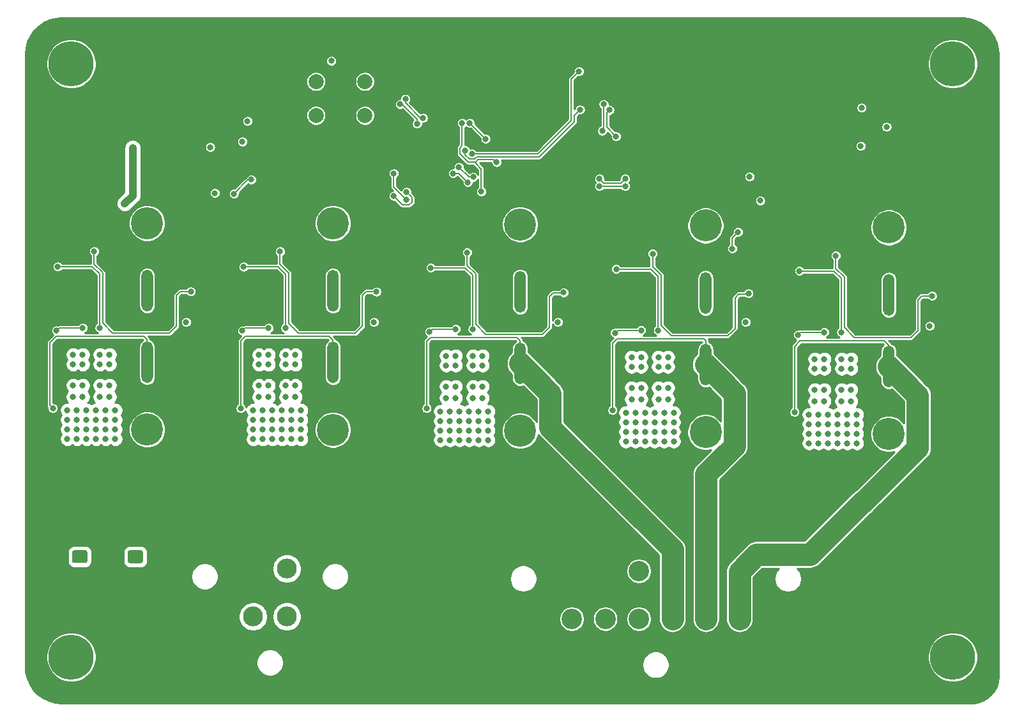
<source format=gbr>
%TF.GenerationSoftware,KiCad,Pcbnew,(5.1.9-0-10_14)*%
%TF.CreationDate,2021-02-15T20:52:16+08:00*%
%TF.ProjectId,pdm,70646d2e-6b69-4636-9164-5f7063625858,rev?*%
%TF.SameCoordinates,Original*%
%TF.FileFunction,Copper,L4,Bot*%
%TF.FilePolarity,Positive*%
%FSLAX46Y46*%
G04 Gerber Fmt 4.6, Leading zero omitted, Abs format (unit mm)*
G04 Created by KiCad (PCBNEW (5.1.9-0-10_14)) date 2021-02-15 20:52:16*
%MOMM*%
%LPD*%
G01*
G04 APERTURE LIST*
%TA.AperFunction,ComponentPad*%
%ADD10R,2.715000X2.715000*%
%TD*%
%TA.AperFunction,ComponentPad*%
%ADD11C,2.715000*%
%TD*%
%TA.AperFunction,ComponentPad*%
%ADD12O,2.000000X1.700000*%
%TD*%
%TA.AperFunction,ComponentPad*%
%ADD13C,6.000000*%
%TD*%
%TA.AperFunction,ComponentPad*%
%ADD14C,0.800000*%
%TD*%
%TA.AperFunction,ComponentPad*%
%ADD15C,4.262000*%
%TD*%
%TA.AperFunction,ComponentPad*%
%ADD16C,2.640000*%
%TD*%
%TA.AperFunction,ComponentPad*%
%ADD17R,2.640000X2.640000*%
%TD*%
%TA.AperFunction,ComponentPad*%
%ADD18C,2.000000*%
%TD*%
%TA.AperFunction,ViaPad*%
%ADD19C,0.800000*%
%TD*%
%TA.AperFunction,Conductor*%
%ADD20C,1.000000*%
%TD*%
%TA.AperFunction,Conductor*%
%ADD21C,0.203200*%
%TD*%
%TA.AperFunction,Conductor*%
%ADD22C,3.000000*%
%TD*%
%TA.AperFunction,Conductor*%
%ADD23C,0.254000*%
%TD*%
%TA.AperFunction,Conductor*%
%ADD24C,0.100000*%
%TD*%
G04 APERTURE END LIST*
D10*
%TO.P,J4,1*%
%TO.N,GND*%
X176972000Y-122174000D03*
D11*
%TO.P,J4,2*%
X181417000Y-122174000D03*
%TO.P,J4,3*%
%TO.N,/vout2*%
X185862000Y-122174000D03*
%TO.P,J4,4*%
%TO.N,/vout3*%
X190312000Y-122174000D03*
%TO.P,J4,5*%
%TO.N,/vout4*%
X194757000Y-122174000D03*
%TO.P,J4,6*%
%TO.N,/vout5*%
X199202000Y-122174000D03*
%TO.P,J4,7*%
X199202000Y-128524000D03*
%TO.P,J4,8*%
%TO.N,/vout4*%
X194757000Y-128524000D03*
%TO.P,J4,9*%
%TO.N,/vout3*%
X190312000Y-128524000D03*
%TO.P,J4,10*%
%TO.N,/vout1*%
X185862000Y-128524000D03*
%TO.P,J4,11*%
%TO.N,/_P*%
X181417000Y-128524000D03*
%TO.P,J4,12*%
%TO.N,/_N*%
X176972000Y-128524000D03*
%TD*%
%TO.P,M2,1*%
%TO.N,+12V*%
%TA.AperFunction,ComponentPad*%
G36*
G01*
X111010000Y-119419000D02*
X112510000Y-119419000D01*
G75*
G02*
X112760000Y-119669000I0J-250000D01*
G01*
X112760000Y-120869000D01*
G75*
G02*
X112510000Y-121119000I-250000J0D01*
G01*
X111010000Y-121119000D01*
G75*
G02*
X110760000Y-120869000I0J250000D01*
G01*
X110760000Y-119669000D01*
G75*
G02*
X111010000Y-119419000I250000J0D01*
G01*
G37*
%TD.AperFunction*%
D12*
%TO.P,M2,2*%
%TO.N,GND*%
X111760000Y-122769000D03*
%TD*%
%TO.P,M1,1*%
%TO.N,+12V*%
%TA.AperFunction,ComponentPad*%
G36*
G01*
X118376000Y-119429233D02*
X119876000Y-119429233D01*
G75*
G02*
X120126000Y-119679233I0J-250000D01*
G01*
X120126000Y-120879233D01*
G75*
G02*
X119876000Y-121129233I-250000J0D01*
G01*
X118376000Y-121129233D01*
G75*
G02*
X118126000Y-120879233I0J250000D01*
G01*
X118126000Y-119679233D01*
G75*
G02*
X118376000Y-119429233I250000J0D01*
G01*
G37*
%TD.AperFunction*%
%TO.P,M1,2*%
%TO.N,GND*%
X119126000Y-122779233D03*
%TD*%
D13*
%TO.P,H4,1*%
%TO.N,N/C*%
X227457000Y-133604000D03*
D14*
X229707000Y-133604000D03*
X229047990Y-135194990D03*
X227457000Y-135854000D03*
X225866010Y-135194990D03*
X225207000Y-133604000D03*
X225866010Y-132013010D03*
X227457000Y-131354000D03*
X229047990Y-132013010D03*
%TD*%
D13*
%TO.P,H3,1*%
%TO.N,N/C*%
X227457000Y-54864000D03*
D14*
X229707000Y-54864000D03*
X229047990Y-56454990D03*
X227457000Y-57114000D03*
X225866010Y-56454990D03*
X225207000Y-54864000D03*
X225866010Y-53273010D03*
X227457000Y-52614000D03*
X229047990Y-53273010D03*
%TD*%
D13*
%TO.P,H2,1*%
%TO.N,N/C*%
X110617000Y-133604000D03*
D14*
X112867000Y-133604000D03*
X112207990Y-135194990D03*
X110617000Y-135854000D03*
X109026010Y-135194990D03*
X108367000Y-133604000D03*
X109026010Y-132013010D03*
X110617000Y-131354000D03*
X112207990Y-132013010D03*
%TD*%
D13*
%TO.P,H1,1*%
%TO.N,N/C*%
X110617000Y-54864000D03*
D14*
X112867000Y-54864000D03*
X112207990Y-56454990D03*
X110617000Y-57114000D03*
X109026010Y-56454990D03*
X108367000Y-54864000D03*
X109026010Y-53273010D03*
X110617000Y-52614000D03*
X112207990Y-53273010D03*
%TD*%
%TO.P,F2,1*%
%TO.N,/vout4*%
%TA.AperFunction,ComponentPad*%
G36*
G01*
X194703000Y-97566001D02*
X194703000Y-97566001D01*
G75*
G02*
X193922000Y-96785001I0J781000D01*
G01*
X193922000Y-92785001D01*
G75*
G02*
X194703000Y-92004001I781000J0D01*
G01*
X194703000Y-92004001D01*
G75*
G02*
X195484000Y-92785001I0J-781000D01*
G01*
X195484000Y-96785001D01*
G75*
G02*
X194703000Y-97566001I-781000J0D01*
G01*
G37*
%TD.AperFunction*%
%TO.P,F2,2*%
%TO.N,/sheet5F95602F/out*%
%TA.AperFunction,ComponentPad*%
G36*
G01*
X194703000Y-88066001D02*
X194703000Y-88066001D01*
G75*
G02*
X193922000Y-87285001I0J781000D01*
G01*
X193922000Y-83285001D01*
G75*
G02*
X194703000Y-82504001I781000J0D01*
G01*
X194703000Y-82504001D01*
G75*
G02*
X195484000Y-83285001I0J-781000D01*
G01*
X195484000Y-87285001D01*
G75*
G02*
X194703000Y-88066001I-781000J0D01*
G01*
G37*
%TD.AperFunction*%
D15*
%TO.P,F2,3*%
%TO.N,N/C*%
X194703000Y-103735001D03*
%TO.P,F2,4*%
X194703000Y-76335001D03*
%TD*%
%TO.P,F5,1*%
%TO.N,/vout2*%
%TA.AperFunction,ComponentPad*%
G36*
G01*
X145319000Y-97265001D02*
X145319000Y-97265001D01*
G75*
G02*
X144538000Y-96484001I0J781000D01*
G01*
X144538000Y-92484001D01*
G75*
G02*
X145319000Y-91703001I781000J0D01*
G01*
X145319000Y-91703001D01*
G75*
G02*
X146100000Y-92484001I0J-781000D01*
G01*
X146100000Y-96484001D01*
G75*
G02*
X145319000Y-97265001I-781000J0D01*
G01*
G37*
%TD.AperFunction*%
%TO.P,F5,2*%
%TO.N,/sheet5F955EDF/out*%
%TA.AperFunction,ComponentPad*%
G36*
G01*
X145319000Y-87765001D02*
X145319000Y-87765001D01*
G75*
G02*
X144538000Y-86984001I0J781000D01*
G01*
X144538000Y-82984001D01*
G75*
G02*
X145319000Y-82203001I781000J0D01*
G01*
X145319000Y-82203001D01*
G75*
G02*
X146100000Y-82984001I0J-781000D01*
G01*
X146100000Y-86984001D01*
G75*
G02*
X145319000Y-87765001I-781000J0D01*
G01*
G37*
%TD.AperFunction*%
%TO.P,F5,3*%
%TO.N,N/C*%
X145319000Y-103434001D03*
%TO.P,F5,4*%
X145319000Y-76034001D03*
%TD*%
%TO.P,F3,1*%
%TO.N,/vout5*%
%TA.AperFunction,ComponentPad*%
G36*
G01*
X218979000Y-97820001D02*
X218979000Y-97820001D01*
G75*
G02*
X218198000Y-97039001I0J781000D01*
G01*
X218198000Y-93039001D01*
G75*
G02*
X218979000Y-92258001I781000J0D01*
G01*
X218979000Y-92258001D01*
G75*
G02*
X219760000Y-93039001I0J-781000D01*
G01*
X219760000Y-97039001D01*
G75*
G02*
X218979000Y-97820001I-781000J0D01*
G01*
G37*
%TD.AperFunction*%
%TO.P,F3,2*%
%TO.N,/sheet5F9560CD/out*%
%TA.AperFunction,ComponentPad*%
G36*
G01*
X218979000Y-88320001D02*
X218979000Y-88320001D01*
G75*
G02*
X218198000Y-87539001I0J781000D01*
G01*
X218198000Y-83539001D01*
G75*
G02*
X218979000Y-82758001I781000J0D01*
G01*
X218979000Y-82758001D01*
G75*
G02*
X219760000Y-83539001I0J-781000D01*
G01*
X219760000Y-87539001D01*
G75*
G02*
X218979000Y-88320001I-781000J0D01*
G01*
G37*
%TD.AperFunction*%
%TO.P,F3,3*%
%TO.N,N/C*%
X218979000Y-103989001D03*
%TO.P,F3,4*%
X218979000Y-76589001D03*
%TD*%
%TO.P,F4,1*%
%TO.N,/vout1*%
%TA.AperFunction,ComponentPad*%
G36*
G01*
X120691000Y-97248001D02*
X120691000Y-97248001D01*
G75*
G02*
X119910000Y-96467001I0J781000D01*
G01*
X119910000Y-92467001D01*
G75*
G02*
X120691000Y-91686001I781000J0D01*
G01*
X120691000Y-91686001D01*
G75*
G02*
X121472000Y-92467001I0J-781000D01*
G01*
X121472000Y-96467001D01*
G75*
G02*
X120691000Y-97248001I-781000J0D01*
G01*
G37*
%TD.AperFunction*%
%TO.P,F4,2*%
%TO.N,/fuse_block/out*%
%TA.AperFunction,ComponentPad*%
G36*
G01*
X120691000Y-87748001D02*
X120691000Y-87748001D01*
G75*
G02*
X119910000Y-86967001I0J781000D01*
G01*
X119910000Y-82967001D01*
G75*
G02*
X120691000Y-82186001I781000J0D01*
G01*
X120691000Y-82186001D01*
G75*
G02*
X121472000Y-82967001I0J-781000D01*
G01*
X121472000Y-86967001D01*
G75*
G02*
X120691000Y-87748001I-781000J0D01*
G01*
G37*
%TD.AperFunction*%
%TO.P,F4,3*%
%TO.N,N/C*%
X120691000Y-103417001D03*
%TO.P,F4,4*%
X120691000Y-76017001D03*
%TD*%
%TO.P,F1,1*%
%TO.N,/vout3*%
%TA.AperFunction,ComponentPad*%
G36*
G01*
X170127000Y-97406001D02*
X170127000Y-97406001D01*
G75*
G02*
X169346000Y-96625001I0J781000D01*
G01*
X169346000Y-92625001D01*
G75*
G02*
X170127000Y-91844001I781000J0D01*
G01*
X170127000Y-91844001D01*
G75*
G02*
X170908000Y-92625001I0J-781000D01*
G01*
X170908000Y-96625001D01*
G75*
G02*
X170127000Y-97406001I-781000J0D01*
G01*
G37*
%TD.AperFunction*%
%TO.P,F1,2*%
%TO.N,/sheet5F955F69/out*%
%TA.AperFunction,ComponentPad*%
G36*
G01*
X170127000Y-87906001D02*
X170127000Y-87906001D01*
G75*
G02*
X169346000Y-87125001I0J781000D01*
G01*
X169346000Y-83125001D01*
G75*
G02*
X170127000Y-82344001I781000J0D01*
G01*
X170127000Y-82344001D01*
G75*
G02*
X170908000Y-83125001I0J-781000D01*
G01*
X170908000Y-87125001D01*
G75*
G02*
X170127000Y-87906001I-781000J0D01*
G01*
G37*
%TD.AperFunction*%
%TO.P,F1,3*%
%TO.N,N/C*%
X170127000Y-103575001D03*
%TO.P,F1,4*%
X170127000Y-76175001D03*
%TD*%
D16*
%TO.P,J1,4*%
%TO.N,+12V*%
X134742000Y-128224000D03*
%TO.P,J1,3*%
X139192000Y-128224000D03*
D17*
%TO.P,J1,1*%
%TO.N,GND*%
X134742000Y-121874000D03*
D16*
%TO.P,J1,2*%
%TO.N,+12V*%
X139192000Y-121874000D03*
%TD*%
D18*
%TO.P,SW1,2*%
%TO.N,+3V3*%
X149558501Y-57224000D03*
%TO.P,SW1,1*%
%TO.N,Net-(C8-Pad1)*%
X149558501Y-61724000D03*
%TO.P,SW1,2*%
%TO.N,+3V3*%
X143058501Y-57224000D03*
%TO.P,SW1,1*%
%TO.N,Net-(C8-Pad1)*%
X143058501Y-61724000D03*
%TD*%
D19*
%TO.N,GND*%
X129667000Y-54356000D03*
X128397000Y-54356000D03*
X128397000Y-53086000D03*
X129667000Y-53086000D03*
X130937000Y-53086000D03*
X130937000Y-54356000D03*
X130937000Y-55626000D03*
X129667000Y-55626000D03*
X128397000Y-55626000D03*
X124587000Y-55626000D03*
X124587000Y-54356000D03*
X124587000Y-53086000D03*
X123317000Y-53086001D03*
X123317000Y-54356000D03*
X123317000Y-55626000D03*
X122047000Y-55626000D03*
X122047000Y-54356000D03*
X122047000Y-53086000D03*
X124587000Y-59182000D03*
X123317001Y-59182000D03*
X122047000Y-59182000D03*
X122047000Y-57911999D03*
X123317000Y-57912000D03*
X124587000Y-57912000D03*
X130937000Y-57912000D03*
X129667000Y-57912000D03*
X128397001Y-57912000D03*
X128397000Y-59182000D03*
X129667000Y-59182000D03*
X130937000Y-59182000D03*
X128397000Y-60452000D03*
X129667000Y-60452000D03*
X130937000Y-60452000D03*
X124587000Y-60452000D03*
X123317000Y-60452000D03*
X122047000Y-60452000D03*
X204216001Y-73025001D03*
X142557500Y-54483000D03*
X140271500Y-60325000D03*
X108679000Y-86011500D03*
X108806000Y-88043500D03*
X125951000Y-79598000D03*
X149987000Y-64262000D03*
X126474000Y-65931000D03*
X118745000Y-56388000D03*
X133985000Y-56388000D03*
X126511000Y-56781000D03*
X111379000Y-77470000D03*
X133307000Y-86028500D03*
X133434000Y-88060500D03*
X150579000Y-79615000D03*
X136007000Y-77487000D03*
X158115000Y-86169500D03*
X158242000Y-88201500D03*
X175387000Y-79756000D03*
X160815000Y-77628000D03*
X182691000Y-86329500D03*
X182818000Y-88361500D03*
X199963000Y-79916000D03*
X185391000Y-77788000D03*
X206967000Y-86583500D03*
X207094000Y-88615500D03*
X224239000Y-80170000D03*
X209667000Y-78042000D03*
X218567000Y-68326000D03*
X205359000Y-67056000D03*
X205359000Y-70866000D03*
X174625000Y-58420000D03*
X160177815Y-67427974D03*
X200533000Y-68326000D03*
X159385000Y-64262000D03*
X126492000Y-51054000D03*
X125222000Y-51054000D03*
X123952000Y-51054000D03*
X122682000Y-51054000D03*
X121412000Y-51054000D03*
X120142000Y-51054000D03*
X127762000Y-51054000D03*
X129032000Y-51054000D03*
X130302000Y-51054000D03*
X131572000Y-51054000D03*
X132842000Y-51054000D03*
X132842000Y-52324000D03*
X132842000Y-53594000D03*
X132842000Y-54864000D03*
X120142000Y-54864000D03*
X120142000Y-53594000D03*
X120142000Y-52324000D03*
X118872000Y-54864000D03*
X118872000Y-53594000D03*
X118872000Y-52324000D03*
X118872000Y-51054000D03*
X118872000Y-49784000D03*
X120142000Y-49784000D03*
X121412000Y-49784000D03*
X122682000Y-49784000D03*
X123952000Y-49784000D03*
X125222000Y-49784000D03*
X126492000Y-49784000D03*
X127762000Y-49784000D03*
X129032000Y-49784000D03*
X130302000Y-49784000D03*
X131572000Y-49784000D03*
X132842000Y-49784000D03*
X134112000Y-49784000D03*
X134112000Y-51054000D03*
X134112000Y-52324000D03*
X134112000Y-53594000D03*
X134112000Y-54864000D03*
X116459000Y-68072000D03*
X133477000Y-68072000D03*
X156845000Y-106172000D03*
X107569000Y-106426000D03*
X202438000Y-84455000D03*
X177800000Y-84328000D03*
X153035000Y-84201000D03*
X128397000Y-84074000D03*
X132207000Y-106299000D03*
X181737000Y-106934000D03*
X205867000Y-106934000D03*
X226719000Y-84715001D03*
X162200000Y-124216000D03*
X167132000Y-57404000D03*
X169418000Y-54610000D03*
X164592000Y-55118000D03*
X162560000Y-55118000D03*
X171646573Y-65603746D03*
%TO.N,+12V*%
X110871000Y-94742000D03*
X112141000Y-94742000D03*
X112141000Y-99060000D03*
X110871000Y-99060000D03*
X110871000Y-97536000D03*
X112141000Y-97536000D03*
X115697000Y-97536000D03*
X114427000Y-97536000D03*
X114427000Y-99060000D03*
X115697000Y-99060000D03*
X115697000Y-94742000D03*
X114427000Y-94742000D03*
X114427000Y-93472000D03*
X112141000Y-93472000D03*
X110871000Y-93472000D03*
X115697000Y-93472000D03*
X110109000Y-102108000D03*
X111379000Y-102108000D03*
X112649000Y-102108000D03*
X113919000Y-102108000D03*
X115189000Y-102108000D03*
X116459000Y-102108000D03*
X115189000Y-100838000D03*
X113919000Y-100838000D03*
X112649000Y-100838000D03*
X111379000Y-100838000D03*
X110109000Y-100838000D03*
X112649000Y-103378000D03*
X110109000Y-103378000D03*
X111379000Y-103378000D03*
X113919000Y-103378000D03*
X115189000Y-103378000D03*
X116459000Y-103378000D03*
X115189000Y-104648000D03*
X113919000Y-104648000D03*
X112649000Y-104648000D03*
X111379000Y-104648000D03*
X110109000Y-104648000D03*
X135499000Y-94759000D03*
X136769000Y-94759000D03*
X136769000Y-99077000D03*
X135499000Y-99077000D03*
X135499000Y-97553000D03*
X136769000Y-97553000D03*
X140325000Y-97553000D03*
X139055000Y-97553000D03*
X139055000Y-99077000D03*
X140325000Y-99077000D03*
X140325000Y-94759000D03*
X139055000Y-94759000D03*
X139055000Y-93489000D03*
X136769000Y-93489000D03*
X135499000Y-93489000D03*
X140325000Y-93489000D03*
X134737000Y-102125000D03*
X136007000Y-102125000D03*
X137277000Y-102125000D03*
X138547000Y-102125000D03*
X139817000Y-102125000D03*
X141087000Y-102125000D03*
X141087000Y-100855000D03*
X139817000Y-100855000D03*
X138547000Y-100855000D03*
X137277000Y-100855000D03*
X136007000Y-100855000D03*
X134737000Y-100855000D03*
X137277000Y-103395000D03*
X134737000Y-103395000D03*
X136007000Y-103395000D03*
X138547000Y-103395000D03*
X139817000Y-103395000D03*
X141087000Y-103395000D03*
X141087000Y-104665000D03*
X139817000Y-104665000D03*
X138547000Y-104665000D03*
X137277000Y-104665000D03*
X136007000Y-104665000D03*
X134737000Y-104665000D03*
X160307000Y-94900000D03*
X161577000Y-94900000D03*
X161577000Y-99218000D03*
X160307000Y-99218000D03*
X160307000Y-97694000D03*
X161577000Y-97694000D03*
X165133000Y-97694000D03*
X163863000Y-97694000D03*
X163863000Y-99218000D03*
X165133000Y-99218000D03*
X165133000Y-94900000D03*
X163863000Y-94900000D03*
X163863000Y-93630000D03*
X161577000Y-93630000D03*
X160307000Y-93630000D03*
X165133000Y-93630000D03*
X159545000Y-102266000D03*
X160815000Y-102266000D03*
X162085000Y-102266000D03*
X163355000Y-102266000D03*
X164625000Y-102266000D03*
X165895000Y-102266000D03*
X165895000Y-100996000D03*
X164625000Y-100996000D03*
X163355000Y-100996000D03*
X162085000Y-100996000D03*
X160815000Y-100996000D03*
X159545000Y-100996000D03*
X162085000Y-103536000D03*
X159545000Y-103536000D03*
X160815000Y-103536000D03*
X163355000Y-103536000D03*
X164625000Y-103536000D03*
X165895000Y-103536000D03*
X165895000Y-104806000D03*
X164625000Y-104806000D03*
X163355000Y-104806000D03*
X162085000Y-104806000D03*
X160815000Y-104806000D03*
X159545000Y-104806000D03*
X184883000Y-95060000D03*
X186153000Y-95060000D03*
X186153000Y-99378000D03*
X184883000Y-99378000D03*
X184883000Y-97854000D03*
X186153000Y-97854000D03*
X189709000Y-97854000D03*
X188439000Y-97854000D03*
X188439000Y-99378000D03*
X189709000Y-99378000D03*
X189709000Y-95060000D03*
X188439000Y-95060000D03*
X188439000Y-93790000D03*
X186153000Y-93790000D03*
X184883000Y-93790000D03*
X189709000Y-93790000D03*
X184121000Y-102426000D03*
X185391000Y-102426000D03*
X186661000Y-102426000D03*
X187931000Y-102426000D03*
X189201000Y-102426000D03*
X190471000Y-102426000D03*
X190471000Y-101156000D03*
X189201000Y-101156000D03*
X187931000Y-101156000D03*
X186661000Y-101156000D03*
X185391000Y-101156000D03*
X184121000Y-101156000D03*
X186661000Y-103696000D03*
X184121000Y-103696000D03*
X185391000Y-103696000D03*
X187931000Y-103696000D03*
X189201000Y-103696000D03*
X190471000Y-103696000D03*
X190471000Y-104966000D03*
X189201000Y-104966000D03*
X187931000Y-104966000D03*
X186661000Y-104966000D03*
X185391000Y-104966000D03*
X184121000Y-104966000D03*
X209159000Y-95314000D03*
X210429000Y-95314000D03*
X210429000Y-99632000D03*
X209159000Y-99632000D03*
X209159000Y-98108000D03*
X210429000Y-98108000D03*
X213985000Y-98108000D03*
X212715000Y-98108000D03*
X212715000Y-99632000D03*
X213985000Y-99632000D03*
X213985000Y-95314000D03*
X212715000Y-95314000D03*
X212715000Y-94044000D03*
X210429000Y-94044000D03*
X209159000Y-94044000D03*
X213985000Y-94044000D03*
X208397000Y-102680000D03*
X209667000Y-102680000D03*
X210937000Y-102680000D03*
X212207000Y-102680000D03*
X213477000Y-102680000D03*
X214747000Y-102680000D03*
X214747000Y-101410000D03*
X213477000Y-101410000D03*
X212207000Y-101410000D03*
X210937000Y-101410000D03*
X209667000Y-101410000D03*
X208397000Y-101410000D03*
X210937000Y-103950000D03*
X208397000Y-103950000D03*
X209667000Y-103950000D03*
X212207000Y-103950000D03*
X213477000Y-103950000D03*
X214747000Y-103950000D03*
X214747000Y-105220000D03*
X213477000Y-105220000D03*
X212207000Y-105220000D03*
X210937000Y-105220000D03*
X209667000Y-105220000D03*
X208397000Y-105220000D03*
X116459000Y-104648000D03*
X116459000Y-100838000D03*
X118766501Y-66018499D03*
X117729000Y-73406000D03*
%TO.N,+3V3*%
X145097500Y-54483000D03*
X129051000Y-65931000D03*
X133985000Y-62484000D03*
X199009000Y-77196370D03*
X198247000Y-79405990D03*
X129667000Y-72031180D03*
X162433000Y-62738000D03*
X167005000Y-67906810D03*
X164973000Y-71821600D03*
X133304000Y-65197000D03*
X125857000Y-89154000D03*
X150749000Y-89154000D03*
X175133000Y-89154000D03*
X200025000Y-89154000D03*
X224409000Y-89662000D03*
X201952501Y-73024999D03*
X200533000Y-69850000D03*
X215265000Y-65786000D03*
%TO.N,/NRST*%
X163433003Y-62738000D03*
X165543005Y-64832581D03*
%TO.N,/SWCLK*%
X163718980Y-66802000D03*
X177927000Y-55880000D03*
%TO.N,/SWDIO*%
X162819130Y-66365797D03*
X178058000Y-60960000D03*
%TO.N,/canrx*%
X184044650Y-71120000D03*
X180625400Y-71120000D03*
X163183107Y-70600107D03*
X161239669Y-69418669D03*
%TO.N,/cantx*%
X162005549Y-68580000D03*
X163890215Y-69892999D03*
X180625400Y-70119997D03*
X184044650Y-70119997D03*
%TO.N,/sense5*%
X206966999Y-90838000D03*
X210429000Y-90488000D03*
X181956059Y-60994942D03*
X182835020Y-64516000D03*
%TO.N,/sense4*%
X182690999Y-90584000D03*
X186153000Y-90234000D03*
X181194059Y-60232941D03*
X181013698Y-63768912D03*
%TO.N,/sense3*%
X158114999Y-90424000D03*
X161577000Y-90074000D03*
X155067000Y-72898000D03*
X153365669Y-69418669D03*
%TO.N,/sense2*%
X133306999Y-90283000D03*
X136769000Y-89933000D03*
X132187780Y-72116781D03*
X134493000Y-70224770D03*
%TO.N,/sense1*%
X108678999Y-90266000D03*
X112141000Y-89916000D03*
%TO.N,/act2*%
X153360686Y-72411833D03*
X155067000Y-71897997D03*
%TO.N,/_P*%
X218698000Y-63246000D03*
%TO.N,/_N*%
X215388000Y-60706000D03*
%TO.N,/fuse5*%
X211953000Y-80328000D03*
X224719000Y-85665001D03*
%TO.N,/fuse4*%
X187677000Y-80074000D03*
X200406000Y-85344000D03*
%TO.N,/fuse3*%
X163101000Y-79914000D03*
X175895000Y-85217000D03*
%TO.N,/fuse1*%
X113665000Y-79756000D03*
X126481001Y-85090000D03*
%TO.N,/fuse2*%
X138293000Y-79773000D03*
X151059000Y-85110001D03*
%TO.N,/DEBUG_BUTTON*%
X154208522Y-60245738D03*
X156470392Y-62819419D03*
%TO.N,/vout2*%
X133096000Y-100584000D03*
%TO.N,/vout1*%
X108204000Y-100584000D03*
%TO.N,/vout3*%
X157734000Y-100584000D03*
%TO.N,/vout4*%
X182372000Y-100838000D03*
%TO.N,/vout5*%
X206502000Y-101092000D03*
%TO.N,/LED_DEBUG*%
X157244307Y-62060907D03*
X154915630Y-59538630D03*
%TO.N,Net-(R22-Pad2)*%
X207127000Y-82360000D03*
X212678000Y-90483000D03*
%TO.N,Net-(R6-Pad2)*%
X158275000Y-81946000D03*
X163826000Y-90069000D03*
%TO.N,Net-(R14-Pad2)*%
X182851000Y-82106000D03*
X188402000Y-90229000D03*
%TO.N,Net-(R30-Pad2)*%
X108839000Y-81788000D03*
X114390000Y-89911000D03*
%TO.N,Net-(R38-Pad2)*%
X133467000Y-81805000D03*
X139018000Y-89928000D03*
%TD*%
D20*
%TO.N,+12V*%
X118766501Y-72368499D02*
X117729000Y-73406000D01*
X118766501Y-66018499D02*
X118766501Y-72368499D01*
D21*
%TO.N,+3V3*%
X198247000Y-77958370D02*
X198247000Y-79405990D01*
X199009000Y-77196370D02*
X198247000Y-77958370D01*
X162117529Y-66809145D02*
X163215196Y-67906811D01*
X162117529Y-66029028D02*
X162117529Y-66809145D01*
X164521154Y-67608420D02*
X166541420Y-67608420D01*
X164222763Y-67906811D02*
X164521154Y-67608420D01*
X162433000Y-65713557D02*
X162117529Y-66029028D01*
X166839810Y-67906810D02*
X167005000Y-67906810D01*
X166541420Y-67608420D02*
X166839810Y-67906810D01*
X162433000Y-62738000D02*
X162433000Y-65713557D01*
X163215196Y-67906811D02*
X164222763Y-67906811D01*
X164222763Y-67906811D02*
X164222763Y-68083763D01*
X164973000Y-68834000D02*
X164973000Y-71821600D01*
X164222763Y-68083763D02*
X164973000Y-68834000D01*
%TO.N,/NRST*%
X163433003Y-62738000D02*
X165100000Y-64404997D01*
X165115421Y-64404997D02*
X165543005Y-64832581D01*
X165100000Y-64404997D02*
X165115421Y-64404997D01*
%TO.N,/SWCLK*%
X176911000Y-62375370D02*
X172484370Y-66802000D01*
X172484370Y-66802000D02*
X163718980Y-66802000D01*
X176911000Y-56896000D02*
X177927000Y-55880000D01*
X176911000Y-62375370D02*
X176911000Y-56896000D01*
%TO.N,/SWDIO*%
X177314210Y-62542385D02*
X177314210Y-61703790D01*
X177314210Y-61703790D02*
X178058000Y-60960000D01*
X164354140Y-67205210D02*
X172651385Y-67205210D01*
X162819130Y-66940520D02*
X163382211Y-67503601D01*
X163382211Y-67503601D02*
X164055749Y-67503601D01*
X162819130Y-66365797D02*
X162819130Y-66940520D01*
X172651385Y-67205210D02*
X177314210Y-62542385D01*
X164055749Y-67503601D02*
X164354140Y-67205210D01*
%TO.N,/canrx*%
X184044650Y-71120000D02*
X180625400Y-71120000D01*
X162001669Y-69418669D02*
X161239669Y-69418669D01*
X163183107Y-70600107D02*
X162001669Y-69418669D01*
%TO.N,/cantx*%
X163318548Y-69892999D02*
X163890215Y-69892999D01*
X162005549Y-68580000D02*
X163318548Y-69892999D01*
X180625400Y-70119997D02*
X181222193Y-70716790D01*
X183447857Y-70716790D02*
X184044650Y-70119997D01*
X181222193Y-70716790D02*
X183447857Y-70716790D01*
%TO.N,/sense5*%
X207316999Y-90488000D02*
X206966999Y-90838000D01*
X210429000Y-90488000D02*
X207316999Y-90488000D01*
X182835020Y-64516000D02*
X181597269Y-63278249D01*
X181597269Y-61353732D02*
X181956059Y-60994942D01*
X181597269Y-63278249D02*
X181597269Y-61353732D01*
%TO.N,/sense4*%
X183040999Y-90234000D02*
X182690999Y-90584000D01*
X186153000Y-90234000D02*
X183040999Y-90234000D01*
X181194059Y-60232941D02*
X181194059Y-63588551D01*
X181194059Y-63588551D02*
X181013698Y-63768912D01*
%TO.N,/sense3*%
X158464999Y-90074000D02*
X158114999Y-90424000D01*
X161577000Y-90074000D02*
X158464999Y-90074000D01*
X153365669Y-69418669D02*
X153365669Y-71196669D01*
X153365669Y-71196669D02*
X155067000Y-72898000D01*
%TO.N,/sense2*%
X133656999Y-89933000D02*
X133306999Y-90283000D01*
X136769000Y-89933000D02*
X133656999Y-89933000D01*
X134079791Y-70224770D02*
X134493000Y-70224770D01*
X132187780Y-72116781D02*
X134079791Y-70224770D01*
%TO.N,/sense1*%
X109028999Y-89916000D02*
X108678999Y-90266000D01*
X112141000Y-89916000D02*
X109028999Y-89916000D01*
%TO.N,/act2*%
X154548454Y-73599601D02*
X153360686Y-72411833D01*
X155403769Y-73599601D02*
X155127399Y-73599601D01*
X155768601Y-73234769D02*
X155403769Y-73599601D01*
X155768601Y-72599598D02*
X155768601Y-73234769D01*
X155067000Y-71897997D02*
X155768601Y-72599598D01*
X155127399Y-73599601D02*
X154548454Y-73599601D01*
%TO.N,/fuse5*%
X221924399Y-91184601D02*
X216713601Y-91184601D01*
X222875000Y-86170000D02*
X223380000Y-85665000D01*
X222367000Y-90742000D02*
X221924399Y-91184601D01*
X214417971Y-91184601D02*
X215951601Y-91184601D01*
X216713601Y-91184601D02*
X215951601Y-91184601D01*
X222367000Y-90742000D02*
X222875000Y-90234000D01*
X213081210Y-83171985D02*
X213081210Y-89847840D01*
X211953000Y-80328000D02*
X211953000Y-82043776D01*
X213081210Y-89847840D02*
X214417971Y-91184601D01*
X211953000Y-82043776D02*
X213081210Y-83171985D01*
X222875000Y-90234000D02*
X222875000Y-87440000D01*
X222875000Y-87440000D02*
X222875000Y-86170000D01*
X224065799Y-85665000D02*
X223968000Y-85665000D01*
X224719000Y-85665001D02*
X224065799Y-85665000D01*
X223968000Y-85665000D02*
X224219000Y-85665000D01*
X223380000Y-85665000D02*
X223968000Y-85665000D01*
%TO.N,/fuse4*%
X190141971Y-90930601D02*
X191675601Y-90930601D01*
X187677000Y-81789776D02*
X188805210Y-82917985D01*
X187677000Y-80074000D02*
X187677000Y-81789776D01*
X188805210Y-82917985D02*
X188805210Y-89593840D01*
X188805210Y-89593840D02*
X190141971Y-90930601D01*
X192437601Y-90930601D02*
X191675601Y-90930601D01*
X197648399Y-90930601D02*
X192437601Y-90930601D01*
X198091000Y-90488000D02*
X197648399Y-90930601D01*
X198091000Y-90488000D02*
X198599000Y-89980000D01*
X198599000Y-87186000D02*
X198599000Y-85916000D01*
X198599000Y-89980000D02*
X198599000Y-87186000D01*
X198599000Y-85916000D02*
X199104000Y-85411000D01*
X200339000Y-85411000D02*
X199838000Y-85411000D01*
X200406000Y-85344000D02*
X200339000Y-85411000D01*
X199838000Y-85411000D02*
X199943000Y-85411000D01*
X199104000Y-85411000D02*
X199838000Y-85411000D01*
%TO.N,/fuse3*%
X163101000Y-81629776D02*
X163101000Y-79914000D01*
X164229210Y-82757985D02*
X163101000Y-81629776D01*
X164229210Y-89433840D02*
X164229210Y-82757985D01*
X173072399Y-90770601D02*
X165565971Y-90770601D01*
X165565971Y-90770601D02*
X164229210Y-89433840D01*
X175895000Y-85217000D02*
X175861000Y-85251000D01*
X174023000Y-89820000D02*
X173072399Y-90770601D01*
X174023000Y-85756000D02*
X174023000Y-89820000D01*
X174528000Y-85251000D02*
X174023000Y-85756000D01*
X175861000Y-85251000D02*
X174528000Y-85251000D01*
%TO.N,/fuse1*%
X116129971Y-90612601D02*
X117663601Y-90612601D01*
X113665000Y-81471776D02*
X114793210Y-82599985D01*
X113665000Y-79756000D02*
X113665000Y-81471776D01*
X114793210Y-82599985D02*
X114793210Y-89275840D01*
X114793210Y-89275840D02*
X116129971Y-90612601D01*
X118425601Y-90612601D02*
X117663601Y-90612601D01*
X123636399Y-90612601D02*
X118425601Y-90612601D01*
X124079000Y-90170000D02*
X123636399Y-90612601D01*
X124079000Y-90170000D02*
X124587000Y-89662000D01*
X124587000Y-86868000D02*
X124587000Y-85598000D01*
X124587000Y-89662000D02*
X124587000Y-86868000D01*
X124587000Y-85598000D02*
X125092000Y-85093000D01*
X125857000Y-85090000D02*
X125854000Y-85093000D01*
X126481001Y-85090000D02*
X125857000Y-85090000D01*
X125854000Y-85093000D02*
X125931000Y-85093000D01*
X125092000Y-85093000D02*
X125854000Y-85093000D01*
X125095000Y-85090000D02*
X125092000Y-85093000D01*
X126481001Y-85090000D02*
X125095000Y-85090000D01*
%TO.N,/fuse2*%
X140757971Y-90629601D02*
X142291601Y-90629601D01*
X138293000Y-81488776D02*
X139421210Y-82616985D01*
X138293000Y-79773000D02*
X138293000Y-81488776D01*
X139421210Y-82616985D02*
X139421210Y-89292840D01*
X139421210Y-89292840D02*
X140757971Y-90629601D01*
X143053601Y-90629601D02*
X142291601Y-90629601D01*
X148264399Y-90629601D02*
X143053601Y-90629601D01*
X148707000Y-90187000D02*
X148264399Y-90629601D01*
X148707000Y-90187000D02*
X149215000Y-89679000D01*
X149215000Y-86885000D02*
X149215000Y-85615000D01*
X149215000Y-89679000D02*
X149215000Y-86885000D01*
X149215000Y-85615000D02*
X149720000Y-85110000D01*
X151059000Y-85110001D02*
X150405799Y-85110000D01*
X150405799Y-85110000D02*
X150388000Y-85110000D01*
X150388000Y-85110000D02*
X150559000Y-85110000D01*
X149720000Y-85110000D02*
X150388000Y-85110000D01*
%TO.N,/DEBUG_BUTTON*%
X156470392Y-62819419D02*
X156470392Y-62236392D01*
X154479738Y-60245738D02*
X154208522Y-60245738D01*
X156470392Y-62236392D02*
X154479738Y-60245738D01*
%TO.N,/vout2*%
X145319000Y-91571811D02*
X145319000Y-94484001D01*
X133704811Y-91032811D02*
X144780000Y-91032811D01*
X144780000Y-91032811D02*
X145319000Y-91571811D01*
X133096000Y-91641622D02*
X133704811Y-91032811D01*
X133096000Y-100584000D02*
X133096000Y-91641622D01*
%TO.N,/vout1*%
X120225811Y-91015811D02*
X120691000Y-91481000D01*
X108204000Y-100584000D02*
X107804001Y-100184001D01*
X107804001Y-91839999D02*
X108628189Y-91015811D01*
X120691000Y-91481000D02*
X120691000Y-94467001D01*
X108628189Y-91015811D02*
X120225811Y-91015811D01*
X107804001Y-100184001D02*
X107804001Y-91839999D01*
D22*
%TO.N,/vout3*%
X170127000Y-94625001D02*
X174117000Y-98615001D01*
X174117000Y-98615001D02*
X174117000Y-103124000D01*
X190312000Y-119319000D02*
X190312000Y-128524000D01*
X174117000Y-103124000D02*
X190312000Y-119319000D01*
D21*
X157734000Y-91694000D02*
X157734000Y-100584000D01*
X158254189Y-91173811D02*
X157734000Y-91694000D01*
X169659811Y-91173811D02*
X158254189Y-91173811D01*
X170127000Y-91641000D02*
X169659811Y-91173811D01*
X170127000Y-94625001D02*
X170127000Y-91641000D01*
D22*
%TO.N,/vout4*%
X194757000Y-109350883D02*
X194757000Y-128524000D01*
X198534001Y-105573882D02*
X194757000Y-109350883D01*
X198534001Y-98616002D02*
X198534001Y-105573882D01*
X194703000Y-94785001D02*
X198534001Y-98616002D01*
D21*
X182372000Y-91948000D02*
X182372000Y-94996000D01*
X182986189Y-91333811D02*
X182372000Y-91948000D01*
X194457811Y-91333811D02*
X182986189Y-91333811D01*
X194703000Y-91579000D02*
X194457811Y-91333811D01*
X182372000Y-94996000D02*
X182372000Y-100838000D01*
X194703000Y-94785001D02*
X194703000Y-91579000D01*
D22*
%TO.N,/vout5*%
X199202000Y-128524000D02*
X199202000Y-122235000D01*
X201448001Y-119988999D02*
X208560001Y-119988999D01*
X199202000Y-122235000D02*
X201448001Y-119988999D01*
X215607883Y-113030000D02*
X222810001Y-105827882D01*
X215519000Y-113030000D02*
X215607883Y-113030000D01*
X208560001Y-119988999D02*
X215519000Y-113030000D01*
X222810001Y-98870002D02*
X218979000Y-95039001D01*
X222810001Y-105827882D02*
X222810001Y-98870002D01*
D21*
X218333811Y-91587811D02*
X218979000Y-92233000D01*
X218979000Y-92233000D02*
X218979000Y-95039001D01*
X206502000Y-92964000D02*
X206502000Y-92341369D01*
X206502000Y-101092000D02*
X206502000Y-92964000D01*
X207255559Y-91587811D02*
X207206685Y-91636685D01*
X208173811Y-91587811D02*
X207255559Y-91587811D01*
X206502000Y-92341369D02*
X207206685Y-91636685D01*
X208173811Y-91587811D02*
X218333811Y-91587811D01*
%TO.N,/LED_DEBUG*%
X154915630Y-59538630D02*
X154915630Y-60046630D01*
X156929907Y-62060907D02*
X157244307Y-62060907D01*
X154915630Y-60046630D02*
X156929907Y-62060907D01*
%TO.N,Net-(R22-Pad2)*%
X207127000Y-82360000D02*
X211699000Y-82360000D01*
X212678000Y-83339000D02*
X212678000Y-90483000D01*
X211699000Y-82360000D02*
X212678000Y-83339000D01*
%TO.N,Net-(R6-Pad2)*%
X158275000Y-81946000D02*
X162847000Y-81946000D01*
X163826000Y-82925000D02*
X163826000Y-90069000D01*
X162847000Y-81946000D02*
X163826000Y-82925000D01*
%TO.N,Net-(R14-Pad2)*%
X182851000Y-82106000D02*
X187423000Y-82106000D01*
X188402000Y-83085000D02*
X188402000Y-90229000D01*
X187423000Y-82106000D02*
X188402000Y-83085000D01*
%TO.N,Net-(R30-Pad2)*%
X108839000Y-81788000D02*
X113411000Y-81788000D01*
X114390000Y-82767000D02*
X114390000Y-89911000D01*
X113411000Y-81788000D02*
X114390000Y-82767000D01*
%TO.N,Net-(R38-Pad2)*%
X133467000Y-81805000D02*
X138039000Y-81805000D01*
X139018000Y-82784000D02*
X139018000Y-89928000D01*
X138039000Y-81805000D02*
X139018000Y-82784000D01*
%TD*%
D23*
%TO.N,GND*%
X229576988Y-48869969D02*
X230400106Y-49095147D01*
X231170344Y-49462533D01*
X231863347Y-49960505D01*
X232457217Y-50573332D01*
X232933178Y-51281637D01*
X233276187Y-52063033D01*
X233475914Y-52894960D01*
X233528000Y-53604234D01*
X233528001Y-136130349D01*
X233459441Y-136829580D01*
X233260335Y-137489050D01*
X232936933Y-138097282D01*
X232501543Y-138631122D01*
X231970765Y-139070220D01*
X231364801Y-139397865D01*
X230706737Y-139601569D01*
X230008485Y-139674958D01*
X229996597Y-139675000D01*
X109359421Y-139675000D01*
X108497017Y-139598033D01*
X107673890Y-139372851D01*
X106903660Y-139005469D01*
X106210653Y-138507495D01*
X105616783Y-137894668D01*
X105140824Y-137186367D01*
X104797814Y-136404969D01*
X104598086Y-135573040D01*
X104546000Y-134863765D01*
X104546000Y-133276319D01*
X107290000Y-133276319D01*
X107290000Y-133931681D01*
X107417855Y-134574450D01*
X107668651Y-135179925D01*
X108032750Y-135724839D01*
X108496161Y-136188250D01*
X109041075Y-136552349D01*
X109646550Y-136803145D01*
X110289319Y-136931000D01*
X110944681Y-136931000D01*
X111587450Y-136803145D01*
X112192925Y-136552349D01*
X112737839Y-136188250D01*
X113201250Y-135724839D01*
X113565349Y-135179925D01*
X113816145Y-134574450D01*
X113901657Y-134144549D01*
X135145000Y-134144549D01*
X135145000Y-134503451D01*
X135215018Y-134855458D01*
X135352364Y-135187041D01*
X135551760Y-135485457D01*
X135805543Y-135739240D01*
X136103959Y-135938636D01*
X136435542Y-136075982D01*
X136787549Y-136146000D01*
X137146451Y-136146000D01*
X137498458Y-136075982D01*
X137830041Y-135938636D01*
X138128457Y-135739240D01*
X138382240Y-135485457D01*
X138581636Y-135187041D01*
X138718982Y-134855458D01*
X138789000Y-134503451D01*
X138789000Y-134444549D01*
X186265000Y-134444549D01*
X186265000Y-134803451D01*
X186335018Y-135155458D01*
X186472364Y-135487041D01*
X186671760Y-135785457D01*
X186925543Y-136039240D01*
X187223959Y-136238636D01*
X187555542Y-136375982D01*
X187907549Y-136446000D01*
X188266451Y-136446000D01*
X188618458Y-136375982D01*
X188950041Y-136238636D01*
X189248457Y-136039240D01*
X189502240Y-135785457D01*
X189701636Y-135487041D01*
X189838982Y-135155458D01*
X189909000Y-134803451D01*
X189909000Y-134444549D01*
X189838982Y-134092542D01*
X189701636Y-133760959D01*
X189502240Y-133462543D01*
X189316016Y-133276319D01*
X224130000Y-133276319D01*
X224130000Y-133931681D01*
X224257855Y-134574450D01*
X224508651Y-135179925D01*
X224872750Y-135724839D01*
X225336161Y-136188250D01*
X225881075Y-136552349D01*
X226486550Y-136803145D01*
X227129319Y-136931000D01*
X227784681Y-136931000D01*
X228427450Y-136803145D01*
X229032925Y-136552349D01*
X229577839Y-136188250D01*
X230041250Y-135724839D01*
X230405349Y-135179925D01*
X230656145Y-134574450D01*
X230784000Y-133931681D01*
X230784000Y-133276319D01*
X230656145Y-132633550D01*
X230405349Y-132028075D01*
X230041250Y-131483161D01*
X229577839Y-131019750D01*
X229032925Y-130655651D01*
X228427450Y-130404855D01*
X227784681Y-130277000D01*
X227129319Y-130277000D01*
X226486550Y-130404855D01*
X225881075Y-130655651D01*
X225336161Y-131019750D01*
X224872750Y-131483161D01*
X224508651Y-132028075D01*
X224257855Y-132633550D01*
X224130000Y-133276319D01*
X189316016Y-133276319D01*
X189248457Y-133208760D01*
X188950041Y-133009364D01*
X188618458Y-132872018D01*
X188266451Y-132802000D01*
X187907549Y-132802000D01*
X187555542Y-132872018D01*
X187223959Y-133009364D01*
X186925543Y-133208760D01*
X186671760Y-133462543D01*
X186472364Y-133760959D01*
X186335018Y-134092542D01*
X186265000Y-134444549D01*
X138789000Y-134444549D01*
X138789000Y-134144549D01*
X138718982Y-133792542D01*
X138581636Y-133460959D01*
X138382240Y-133162543D01*
X138128457Y-132908760D01*
X137830041Y-132709364D01*
X137498458Y-132572018D01*
X137146451Y-132502000D01*
X136787549Y-132502000D01*
X136435542Y-132572018D01*
X136103959Y-132709364D01*
X135805543Y-132908760D01*
X135551760Y-133162543D01*
X135352364Y-133460959D01*
X135215018Y-133792542D01*
X135145000Y-134144549D01*
X113901657Y-134144549D01*
X113944000Y-133931681D01*
X113944000Y-133276319D01*
X113816145Y-132633550D01*
X113565349Y-132028075D01*
X113201250Y-131483161D01*
X112737839Y-131019750D01*
X112192925Y-130655651D01*
X111587450Y-130404855D01*
X110944681Y-130277000D01*
X110289319Y-130277000D01*
X109646550Y-130404855D01*
X109041075Y-130655651D01*
X108496161Y-131019750D01*
X108032750Y-131483161D01*
X107668651Y-132028075D01*
X107417855Y-132633550D01*
X107290000Y-133276319D01*
X104546000Y-133276319D01*
X104546000Y-128032237D01*
X132795000Y-128032237D01*
X132795000Y-128415763D01*
X132869822Y-128791919D01*
X133016591Y-129146250D01*
X133229666Y-129465140D01*
X133500860Y-129736334D01*
X133819750Y-129949409D01*
X134174081Y-130096178D01*
X134550237Y-130171000D01*
X134933763Y-130171000D01*
X135309919Y-130096178D01*
X135664250Y-129949409D01*
X135983140Y-129736334D01*
X136254334Y-129465140D01*
X136467409Y-129146250D01*
X136614178Y-128791919D01*
X136689000Y-128415763D01*
X136689000Y-128032237D01*
X137245000Y-128032237D01*
X137245000Y-128415763D01*
X137319822Y-128791919D01*
X137466591Y-129146250D01*
X137679666Y-129465140D01*
X137950860Y-129736334D01*
X138269750Y-129949409D01*
X138624081Y-130096178D01*
X139000237Y-130171000D01*
X139383763Y-130171000D01*
X139759919Y-130096178D01*
X140114250Y-129949409D01*
X140433140Y-129736334D01*
X140704334Y-129465140D01*
X140917409Y-129146250D01*
X141064178Y-128791919D01*
X141139000Y-128415763D01*
X141139000Y-128358091D01*
X175287500Y-128358091D01*
X175287500Y-128689909D01*
X175352234Y-129015351D01*
X175479215Y-129321910D01*
X175663563Y-129597806D01*
X175898194Y-129832437D01*
X176174090Y-130016785D01*
X176480649Y-130143766D01*
X176806091Y-130208500D01*
X177137909Y-130208500D01*
X177463351Y-130143766D01*
X177769910Y-130016785D01*
X178045806Y-129832437D01*
X178280437Y-129597806D01*
X178464785Y-129321910D01*
X178591766Y-129015351D01*
X178656500Y-128689909D01*
X178656500Y-128358091D01*
X179732500Y-128358091D01*
X179732500Y-128689909D01*
X179797234Y-129015351D01*
X179924215Y-129321910D01*
X180108563Y-129597806D01*
X180343194Y-129832437D01*
X180619090Y-130016785D01*
X180925649Y-130143766D01*
X181251091Y-130208500D01*
X181582909Y-130208500D01*
X181908351Y-130143766D01*
X182214910Y-130016785D01*
X182490806Y-129832437D01*
X182725437Y-129597806D01*
X182909785Y-129321910D01*
X183036766Y-129015351D01*
X183101500Y-128689909D01*
X183101500Y-128358091D01*
X184177500Y-128358091D01*
X184177500Y-128689909D01*
X184242234Y-129015351D01*
X184369215Y-129321910D01*
X184553563Y-129597806D01*
X184788194Y-129832437D01*
X185064090Y-130016785D01*
X185370649Y-130143766D01*
X185696091Y-130208500D01*
X186027909Y-130208500D01*
X186353351Y-130143766D01*
X186659910Y-130016785D01*
X186935806Y-129832437D01*
X187170437Y-129597806D01*
X187354785Y-129321910D01*
X187481766Y-129015351D01*
X187546500Y-128689909D01*
X187546500Y-128358091D01*
X187481766Y-128032649D01*
X187354785Y-127726090D01*
X187170437Y-127450194D01*
X186935806Y-127215563D01*
X186659910Y-127031215D01*
X186353351Y-126904234D01*
X186027909Y-126839500D01*
X185696091Y-126839500D01*
X185370649Y-126904234D01*
X185064090Y-127031215D01*
X184788194Y-127215563D01*
X184553563Y-127450194D01*
X184369215Y-127726090D01*
X184242234Y-128032649D01*
X184177500Y-128358091D01*
X183101500Y-128358091D01*
X183036766Y-128032649D01*
X182909785Y-127726090D01*
X182725437Y-127450194D01*
X182490806Y-127215563D01*
X182214910Y-127031215D01*
X181908351Y-126904234D01*
X181582909Y-126839500D01*
X181251091Y-126839500D01*
X180925649Y-126904234D01*
X180619090Y-127031215D01*
X180343194Y-127215563D01*
X180108563Y-127450194D01*
X179924215Y-127726090D01*
X179797234Y-128032649D01*
X179732500Y-128358091D01*
X178656500Y-128358091D01*
X178591766Y-128032649D01*
X178464785Y-127726090D01*
X178280437Y-127450194D01*
X178045806Y-127215563D01*
X177769910Y-127031215D01*
X177463351Y-126904234D01*
X177137909Y-126839500D01*
X176806091Y-126839500D01*
X176480649Y-126904234D01*
X176174090Y-127031215D01*
X175898194Y-127215563D01*
X175663563Y-127450194D01*
X175479215Y-127726090D01*
X175352234Y-128032649D01*
X175287500Y-128358091D01*
X141139000Y-128358091D01*
X141139000Y-128032237D01*
X141064178Y-127656081D01*
X140917409Y-127301750D01*
X140704334Y-126982860D01*
X140433140Y-126711666D01*
X140114250Y-126498591D01*
X139759919Y-126351822D01*
X139383763Y-126277000D01*
X139000237Y-126277000D01*
X138624081Y-126351822D01*
X138269750Y-126498591D01*
X137950860Y-126711666D01*
X137679666Y-126982860D01*
X137466591Y-127301750D01*
X137319822Y-127656081D01*
X137245000Y-128032237D01*
X136689000Y-128032237D01*
X136614178Y-127656081D01*
X136467409Y-127301750D01*
X136254334Y-126982860D01*
X135983140Y-126711666D01*
X135664250Y-126498591D01*
X135309919Y-126351822D01*
X134933763Y-126277000D01*
X134550237Y-126277000D01*
X134174081Y-126351822D01*
X133819750Y-126498591D01*
X133500860Y-126711666D01*
X133229666Y-126982860D01*
X133016591Y-127301750D01*
X132869822Y-127656081D01*
X132795000Y-128032237D01*
X104546000Y-128032237D01*
X104546000Y-122714549D01*
X126495000Y-122714549D01*
X126495000Y-123073451D01*
X126565018Y-123425458D01*
X126702364Y-123757041D01*
X126901760Y-124055457D01*
X127155543Y-124309240D01*
X127453959Y-124508636D01*
X127785542Y-124645982D01*
X128137549Y-124716000D01*
X128496451Y-124716000D01*
X128848458Y-124645982D01*
X129180041Y-124508636D01*
X129478457Y-124309240D01*
X129732240Y-124055457D01*
X129931636Y-123757041D01*
X130068982Y-123425458D01*
X130139000Y-123073451D01*
X130139000Y-122714549D01*
X130068982Y-122362542D01*
X129931636Y-122030959D01*
X129732240Y-121732543D01*
X129681934Y-121682237D01*
X137245000Y-121682237D01*
X137245000Y-122065763D01*
X137319822Y-122441919D01*
X137466591Y-122796250D01*
X137679666Y-123115140D01*
X137950860Y-123386334D01*
X138269750Y-123599409D01*
X138624081Y-123746178D01*
X139000237Y-123821000D01*
X139383763Y-123821000D01*
X139759919Y-123746178D01*
X140114250Y-123599409D01*
X140433140Y-123386334D01*
X140704334Y-123115140D01*
X140917409Y-122796250D01*
X140951250Y-122714549D01*
X143795000Y-122714549D01*
X143795000Y-123073451D01*
X143865018Y-123425458D01*
X144002364Y-123757041D01*
X144201760Y-124055457D01*
X144455543Y-124309240D01*
X144753959Y-124508636D01*
X145085542Y-124645982D01*
X145437549Y-124716000D01*
X145796451Y-124716000D01*
X146148458Y-124645982D01*
X146480041Y-124508636D01*
X146778457Y-124309240D01*
X147032240Y-124055457D01*
X147231636Y-123757041D01*
X147368982Y-123425458D01*
X147439000Y-123073451D01*
X147439000Y-123004549D01*
X168725000Y-123004549D01*
X168725000Y-123363451D01*
X168795018Y-123715458D01*
X168932364Y-124047041D01*
X169131760Y-124345457D01*
X169385543Y-124599240D01*
X169683959Y-124798636D01*
X170015542Y-124935982D01*
X170367549Y-125006000D01*
X170726451Y-125006000D01*
X171078458Y-124935982D01*
X171410041Y-124798636D01*
X171708457Y-124599240D01*
X171962240Y-124345457D01*
X172161636Y-124047041D01*
X172298982Y-123715458D01*
X172369000Y-123363451D01*
X172369000Y-123004549D01*
X172298982Y-122652542D01*
X172161636Y-122320959D01*
X171962240Y-122022543D01*
X171947788Y-122008091D01*
X184177500Y-122008091D01*
X184177500Y-122339909D01*
X184242234Y-122665351D01*
X184369215Y-122971910D01*
X184553563Y-123247806D01*
X184788194Y-123482437D01*
X185064090Y-123666785D01*
X185370649Y-123793766D01*
X185696091Y-123858500D01*
X186027909Y-123858500D01*
X186353351Y-123793766D01*
X186659910Y-123666785D01*
X186935806Y-123482437D01*
X187170437Y-123247806D01*
X187354785Y-122971910D01*
X187481766Y-122665351D01*
X187546500Y-122339909D01*
X187546500Y-122008091D01*
X187481766Y-121682649D01*
X187354785Y-121376090D01*
X187170437Y-121100194D01*
X186935806Y-120865563D01*
X186659910Y-120681215D01*
X186353351Y-120554234D01*
X186027909Y-120489500D01*
X185696091Y-120489500D01*
X185370649Y-120554234D01*
X185064090Y-120681215D01*
X184788194Y-120865563D01*
X184553563Y-121100194D01*
X184369215Y-121376090D01*
X184242234Y-121682649D01*
X184177500Y-122008091D01*
X171947788Y-122008091D01*
X171708457Y-121768760D01*
X171410041Y-121569364D01*
X171078458Y-121432018D01*
X170726451Y-121362000D01*
X170367549Y-121362000D01*
X170015542Y-121432018D01*
X169683959Y-121569364D01*
X169385543Y-121768760D01*
X169131760Y-122022543D01*
X168932364Y-122320959D01*
X168795018Y-122652542D01*
X168725000Y-123004549D01*
X147439000Y-123004549D01*
X147439000Y-122714549D01*
X147368982Y-122362542D01*
X147231636Y-122030959D01*
X147032240Y-121732543D01*
X146778457Y-121478760D01*
X146480041Y-121279364D01*
X146148458Y-121142018D01*
X145796451Y-121072000D01*
X145437549Y-121072000D01*
X145085542Y-121142018D01*
X144753959Y-121279364D01*
X144455543Y-121478760D01*
X144201760Y-121732543D01*
X144002364Y-122030959D01*
X143865018Y-122362542D01*
X143795000Y-122714549D01*
X140951250Y-122714549D01*
X141064178Y-122441919D01*
X141139000Y-122065763D01*
X141139000Y-121682237D01*
X141064178Y-121306081D01*
X140917409Y-120951750D01*
X140704334Y-120632860D01*
X140433140Y-120361666D01*
X140114250Y-120148591D01*
X139759919Y-120001822D01*
X139383763Y-119927000D01*
X139000237Y-119927000D01*
X138624081Y-120001822D01*
X138269750Y-120148591D01*
X137950860Y-120361666D01*
X137679666Y-120632860D01*
X137466591Y-120951750D01*
X137319822Y-121306081D01*
X137245000Y-121682237D01*
X129681934Y-121682237D01*
X129478457Y-121478760D01*
X129180041Y-121279364D01*
X128848458Y-121142018D01*
X128496451Y-121072000D01*
X128137549Y-121072000D01*
X127785542Y-121142018D01*
X127453959Y-121279364D01*
X127155543Y-121478760D01*
X126901760Y-121732543D01*
X126702364Y-122030959D01*
X126565018Y-122362542D01*
X126495000Y-122714549D01*
X104546000Y-122714549D01*
X104546000Y-119669000D01*
X110129967Y-119669000D01*
X110129967Y-120869000D01*
X110146877Y-121040686D01*
X110196956Y-121205774D01*
X110278279Y-121357920D01*
X110387723Y-121491277D01*
X110521080Y-121600721D01*
X110673226Y-121682044D01*
X110838314Y-121732123D01*
X111010000Y-121749033D01*
X112510000Y-121749033D01*
X112681686Y-121732123D01*
X112846774Y-121682044D01*
X112998920Y-121600721D01*
X113132277Y-121491277D01*
X113241721Y-121357920D01*
X113323044Y-121205774D01*
X113373123Y-121040686D01*
X113390033Y-120869000D01*
X113390033Y-119679233D01*
X117495967Y-119679233D01*
X117495967Y-120879233D01*
X117512877Y-121050919D01*
X117562956Y-121216007D01*
X117644279Y-121368153D01*
X117753723Y-121501510D01*
X117887080Y-121610954D01*
X118039226Y-121692277D01*
X118204314Y-121742356D01*
X118376000Y-121759266D01*
X119876000Y-121759266D01*
X120047686Y-121742356D01*
X120212774Y-121692277D01*
X120364920Y-121610954D01*
X120498277Y-121501510D01*
X120607721Y-121368153D01*
X120689044Y-121216007D01*
X120739123Y-121050919D01*
X120756033Y-120879233D01*
X120756033Y-119679233D01*
X120739123Y-119507547D01*
X120689044Y-119342459D01*
X120607721Y-119190313D01*
X120498277Y-119056956D01*
X120364920Y-118947512D01*
X120212774Y-118866189D01*
X120047686Y-118816110D01*
X119876000Y-118799200D01*
X118376000Y-118799200D01*
X118204314Y-118816110D01*
X118039226Y-118866189D01*
X117887080Y-118947512D01*
X117753723Y-119056956D01*
X117644279Y-119190313D01*
X117562956Y-119342459D01*
X117512877Y-119507547D01*
X117495967Y-119679233D01*
X113390033Y-119679233D01*
X113390033Y-119669000D01*
X113373123Y-119497314D01*
X113323044Y-119332226D01*
X113241721Y-119180080D01*
X113132277Y-119046723D01*
X112998920Y-118937279D01*
X112846774Y-118855956D01*
X112681686Y-118805877D01*
X112510000Y-118788967D01*
X111010000Y-118788967D01*
X110838314Y-118805877D01*
X110673226Y-118855956D01*
X110521080Y-118937279D01*
X110387723Y-119046723D01*
X110278279Y-119180080D01*
X110196956Y-119332226D01*
X110146877Y-119497314D01*
X110129967Y-119669000D01*
X104546000Y-119669000D01*
X104546000Y-91839999D01*
X107373328Y-91839999D01*
X107375402Y-91861057D01*
X107375401Y-100162953D01*
X107373328Y-100184001D01*
X107379336Y-100245000D01*
X107381603Y-100268020D01*
X107406111Y-100348811D01*
X107445909Y-100423269D01*
X107485204Y-100471151D01*
X107477000Y-100512397D01*
X107477000Y-100655603D01*
X107504938Y-100796058D01*
X107559741Y-100928364D01*
X107639302Y-101047436D01*
X107740564Y-101148698D01*
X107859636Y-101228259D01*
X107991942Y-101283062D01*
X108132397Y-101311000D01*
X108275603Y-101311000D01*
X108416058Y-101283062D01*
X108548364Y-101228259D01*
X108667436Y-101148698D01*
X108768698Y-101047436D01*
X108848259Y-100928364D01*
X108903062Y-100796058D01*
X108914839Y-100736849D01*
X109082000Y-100736849D01*
X109082000Y-100939151D01*
X109121467Y-101137565D01*
X109198885Y-101324467D01*
X109298131Y-101473000D01*
X109198885Y-101621533D01*
X109121467Y-101808435D01*
X109082000Y-102006849D01*
X109082000Y-102209151D01*
X109121467Y-102407565D01*
X109198885Y-102594467D01*
X109298131Y-102743000D01*
X109198885Y-102891533D01*
X109121467Y-103078435D01*
X109082000Y-103276849D01*
X109082000Y-103479151D01*
X109121467Y-103677565D01*
X109198885Y-103864467D01*
X109298131Y-104013000D01*
X109198885Y-104161533D01*
X109121467Y-104348435D01*
X109082000Y-104546849D01*
X109082000Y-104749151D01*
X109121467Y-104947565D01*
X109198885Y-105134467D01*
X109311277Y-105302674D01*
X109454326Y-105445723D01*
X109622533Y-105558115D01*
X109809435Y-105635533D01*
X110007849Y-105675000D01*
X110210151Y-105675000D01*
X110408565Y-105635533D01*
X110595467Y-105558115D01*
X110744000Y-105458869D01*
X110892533Y-105558115D01*
X111079435Y-105635533D01*
X111277849Y-105675000D01*
X111480151Y-105675000D01*
X111678565Y-105635533D01*
X111865467Y-105558115D01*
X112014000Y-105458869D01*
X112162533Y-105558115D01*
X112349435Y-105635533D01*
X112547849Y-105675000D01*
X112750151Y-105675000D01*
X112948565Y-105635533D01*
X113135467Y-105558115D01*
X113284000Y-105458869D01*
X113432533Y-105558115D01*
X113619435Y-105635533D01*
X113817849Y-105675000D01*
X114020151Y-105675000D01*
X114218565Y-105635533D01*
X114405467Y-105558115D01*
X114554000Y-105458869D01*
X114702533Y-105558115D01*
X114889435Y-105635533D01*
X115087849Y-105675000D01*
X115290151Y-105675000D01*
X115488565Y-105635533D01*
X115675467Y-105558115D01*
X115824000Y-105458869D01*
X115972533Y-105558115D01*
X116159435Y-105635533D01*
X116357849Y-105675000D01*
X116560151Y-105675000D01*
X116758565Y-105635533D01*
X116945467Y-105558115D01*
X117113674Y-105445723D01*
X117256723Y-105302674D01*
X117369115Y-105134467D01*
X117446533Y-104947565D01*
X117486000Y-104749151D01*
X117486000Y-104546849D01*
X117446533Y-104348435D01*
X117369115Y-104161533D01*
X117269869Y-104013000D01*
X117369115Y-103864467D01*
X117446533Y-103677565D01*
X117486000Y-103479151D01*
X117486000Y-103276849D01*
X117465723Y-103174909D01*
X118233000Y-103174909D01*
X118233000Y-103659093D01*
X118327460Y-104133973D01*
X118512749Y-104581301D01*
X118781747Y-104983885D01*
X119124116Y-105326254D01*
X119526700Y-105595252D01*
X119974028Y-105780541D01*
X120448908Y-105875001D01*
X120933092Y-105875001D01*
X121407972Y-105780541D01*
X121855300Y-105595252D01*
X122257884Y-105326254D01*
X122600253Y-104983885D01*
X122869251Y-104581301D01*
X123054540Y-104133973D01*
X123149000Y-103659093D01*
X123149000Y-103174909D01*
X123054540Y-102700029D01*
X122869251Y-102252701D01*
X122600253Y-101850117D01*
X122257884Y-101507748D01*
X121855300Y-101238750D01*
X121407972Y-101053461D01*
X120933092Y-100959001D01*
X120448908Y-100959001D01*
X119974028Y-101053461D01*
X119526700Y-101238750D01*
X119124116Y-101507748D01*
X118781747Y-101850117D01*
X118512749Y-102252701D01*
X118327460Y-102700029D01*
X118233000Y-103174909D01*
X117465723Y-103174909D01*
X117446533Y-103078435D01*
X117369115Y-102891533D01*
X117269869Y-102743000D01*
X117369115Y-102594467D01*
X117446533Y-102407565D01*
X117486000Y-102209151D01*
X117486000Y-102006849D01*
X117446533Y-101808435D01*
X117369115Y-101621533D01*
X117269869Y-101473000D01*
X117369115Y-101324467D01*
X117446533Y-101137565D01*
X117486000Y-100939151D01*
X117486000Y-100736849D01*
X117446533Y-100538435D01*
X117435748Y-100512397D01*
X132369000Y-100512397D01*
X132369000Y-100655603D01*
X132396938Y-100796058D01*
X132451741Y-100928364D01*
X132531302Y-101047436D01*
X132632564Y-101148698D01*
X132751636Y-101228259D01*
X132883942Y-101283062D01*
X133024397Y-101311000D01*
X133167603Y-101311000D01*
X133308058Y-101283062D01*
X133440364Y-101228259D01*
X133559436Y-101148698D01*
X133660698Y-101047436D01*
X133712682Y-100969636D01*
X133749467Y-101154565D01*
X133826885Y-101341467D01*
X133926131Y-101490000D01*
X133826885Y-101638533D01*
X133749467Y-101825435D01*
X133710000Y-102023849D01*
X133710000Y-102226151D01*
X133749467Y-102424565D01*
X133826885Y-102611467D01*
X133926131Y-102760000D01*
X133826885Y-102908533D01*
X133749467Y-103095435D01*
X133710000Y-103293849D01*
X133710000Y-103496151D01*
X133749467Y-103694565D01*
X133826885Y-103881467D01*
X133926131Y-104030000D01*
X133826885Y-104178533D01*
X133749467Y-104365435D01*
X133710000Y-104563849D01*
X133710000Y-104766151D01*
X133749467Y-104964565D01*
X133826885Y-105151467D01*
X133939277Y-105319674D01*
X134082326Y-105462723D01*
X134250533Y-105575115D01*
X134437435Y-105652533D01*
X134635849Y-105692000D01*
X134838151Y-105692000D01*
X135036565Y-105652533D01*
X135223467Y-105575115D01*
X135372000Y-105475869D01*
X135520533Y-105575115D01*
X135707435Y-105652533D01*
X135905849Y-105692000D01*
X136108151Y-105692000D01*
X136306565Y-105652533D01*
X136493467Y-105575115D01*
X136642000Y-105475869D01*
X136790533Y-105575115D01*
X136977435Y-105652533D01*
X137175849Y-105692000D01*
X137378151Y-105692000D01*
X137576565Y-105652533D01*
X137763467Y-105575115D01*
X137912000Y-105475869D01*
X138060533Y-105575115D01*
X138247435Y-105652533D01*
X138445849Y-105692000D01*
X138648151Y-105692000D01*
X138846565Y-105652533D01*
X139033467Y-105575115D01*
X139182000Y-105475869D01*
X139330533Y-105575115D01*
X139517435Y-105652533D01*
X139715849Y-105692000D01*
X139918151Y-105692000D01*
X140116565Y-105652533D01*
X140303467Y-105575115D01*
X140452000Y-105475869D01*
X140600533Y-105575115D01*
X140787435Y-105652533D01*
X140985849Y-105692000D01*
X141188151Y-105692000D01*
X141386565Y-105652533D01*
X141573467Y-105575115D01*
X141741674Y-105462723D01*
X141884723Y-105319674D01*
X141997115Y-105151467D01*
X142074533Y-104964565D01*
X142114000Y-104766151D01*
X142114000Y-104563849D01*
X142074533Y-104365435D01*
X141997115Y-104178533D01*
X141897869Y-104030000D01*
X141997115Y-103881467D01*
X142074533Y-103694565D01*
X142114000Y-103496151D01*
X142114000Y-103293849D01*
X142093723Y-103191909D01*
X142861000Y-103191909D01*
X142861000Y-103676093D01*
X142955460Y-104150973D01*
X143140749Y-104598301D01*
X143409747Y-105000885D01*
X143752116Y-105343254D01*
X144154700Y-105612252D01*
X144602028Y-105797541D01*
X145076908Y-105892001D01*
X145561092Y-105892001D01*
X146035972Y-105797541D01*
X146483300Y-105612252D01*
X146885884Y-105343254D01*
X147228253Y-105000885D01*
X147497251Y-104598301D01*
X147682540Y-104150973D01*
X147777000Y-103676093D01*
X147777000Y-103191909D01*
X147682540Y-102717029D01*
X147497251Y-102269701D01*
X147228253Y-101867117D01*
X146885884Y-101524748D01*
X146483300Y-101255750D01*
X146035972Y-101070461D01*
X145561092Y-100976001D01*
X145076908Y-100976001D01*
X144602028Y-101070461D01*
X144154700Y-101255750D01*
X143752116Y-101524748D01*
X143409747Y-101867117D01*
X143140749Y-102269701D01*
X142955460Y-102717029D01*
X142861000Y-103191909D01*
X142093723Y-103191909D01*
X142074533Y-103095435D01*
X141997115Y-102908533D01*
X141897869Y-102760000D01*
X141997115Y-102611467D01*
X142074533Y-102424565D01*
X142114000Y-102226151D01*
X142114000Y-102023849D01*
X142074533Y-101825435D01*
X141997115Y-101638533D01*
X141897869Y-101490000D01*
X141997115Y-101341467D01*
X142074533Y-101154565D01*
X142114000Y-100956151D01*
X142114000Y-100753849D01*
X142074533Y-100555435D01*
X142056706Y-100512397D01*
X157007000Y-100512397D01*
X157007000Y-100655603D01*
X157034938Y-100796058D01*
X157089741Y-100928364D01*
X157169302Y-101047436D01*
X157270564Y-101148698D01*
X157389636Y-101228259D01*
X157521942Y-101283062D01*
X157662397Y-101311000D01*
X157805603Y-101311000D01*
X157946058Y-101283062D01*
X158078364Y-101228259D01*
X158197436Y-101148698D01*
X158298698Y-101047436D01*
X158378259Y-100928364D01*
X158392141Y-100894849D01*
X158518000Y-100894849D01*
X158518000Y-101097151D01*
X158557467Y-101295565D01*
X158634885Y-101482467D01*
X158734131Y-101631000D01*
X158634885Y-101779533D01*
X158557467Y-101966435D01*
X158518000Y-102164849D01*
X158518000Y-102367151D01*
X158557467Y-102565565D01*
X158634885Y-102752467D01*
X158734131Y-102901000D01*
X158634885Y-103049533D01*
X158557467Y-103236435D01*
X158518000Y-103434849D01*
X158518000Y-103637151D01*
X158557467Y-103835565D01*
X158634885Y-104022467D01*
X158734131Y-104171000D01*
X158634885Y-104319533D01*
X158557467Y-104506435D01*
X158518000Y-104704849D01*
X158518000Y-104907151D01*
X158557467Y-105105565D01*
X158634885Y-105292467D01*
X158747277Y-105460674D01*
X158890326Y-105603723D01*
X159058533Y-105716115D01*
X159245435Y-105793533D01*
X159443849Y-105833000D01*
X159646151Y-105833000D01*
X159844565Y-105793533D01*
X160031467Y-105716115D01*
X160180000Y-105616869D01*
X160328533Y-105716115D01*
X160515435Y-105793533D01*
X160713849Y-105833000D01*
X160916151Y-105833000D01*
X161114565Y-105793533D01*
X161301467Y-105716115D01*
X161450000Y-105616869D01*
X161598533Y-105716115D01*
X161785435Y-105793533D01*
X161983849Y-105833000D01*
X162186151Y-105833000D01*
X162384565Y-105793533D01*
X162571467Y-105716115D01*
X162720000Y-105616869D01*
X162868533Y-105716115D01*
X163055435Y-105793533D01*
X163253849Y-105833000D01*
X163456151Y-105833000D01*
X163654565Y-105793533D01*
X163841467Y-105716115D01*
X163990000Y-105616869D01*
X164138533Y-105716115D01*
X164325435Y-105793533D01*
X164523849Y-105833000D01*
X164726151Y-105833000D01*
X164924565Y-105793533D01*
X165111467Y-105716115D01*
X165260000Y-105616869D01*
X165408533Y-105716115D01*
X165595435Y-105793533D01*
X165793849Y-105833000D01*
X165996151Y-105833000D01*
X166194565Y-105793533D01*
X166381467Y-105716115D01*
X166549674Y-105603723D01*
X166692723Y-105460674D01*
X166805115Y-105292467D01*
X166882533Y-105105565D01*
X166922000Y-104907151D01*
X166922000Y-104704849D01*
X166882533Y-104506435D01*
X166805115Y-104319533D01*
X166705869Y-104171000D01*
X166805115Y-104022467D01*
X166882533Y-103835565D01*
X166922000Y-103637151D01*
X166922000Y-103434849D01*
X166882533Y-103236435D01*
X166805115Y-103049533D01*
X166705869Y-102901000D01*
X166805115Y-102752467D01*
X166882533Y-102565565D01*
X166922000Y-102367151D01*
X166922000Y-102164849D01*
X166882533Y-101966435D01*
X166805115Y-101779533D01*
X166705869Y-101631000D01*
X166805115Y-101482467D01*
X166882533Y-101295565D01*
X166922000Y-101097151D01*
X166922000Y-100894849D01*
X166882533Y-100696435D01*
X166805115Y-100509533D01*
X166692723Y-100341326D01*
X166549674Y-100198277D01*
X166381467Y-100085885D01*
X166194565Y-100008467D01*
X165996151Y-99969000D01*
X165834397Y-99969000D01*
X165930723Y-99872674D01*
X166043115Y-99704467D01*
X166120533Y-99517565D01*
X166160000Y-99319151D01*
X166160000Y-99116849D01*
X166120533Y-98918435D01*
X166043115Y-98731533D01*
X165930723Y-98563326D01*
X165823397Y-98456000D01*
X165930723Y-98348674D01*
X166043115Y-98180467D01*
X166120533Y-97993565D01*
X166160000Y-97795151D01*
X166160000Y-97592849D01*
X166120533Y-97394435D01*
X166043115Y-97207533D01*
X165930723Y-97039326D01*
X165787674Y-96896277D01*
X165619467Y-96783885D01*
X165432565Y-96706467D01*
X165234151Y-96667000D01*
X165031849Y-96667000D01*
X164833435Y-96706467D01*
X164646533Y-96783885D01*
X164498000Y-96883131D01*
X164349467Y-96783885D01*
X164162565Y-96706467D01*
X163964151Y-96667000D01*
X163761849Y-96667000D01*
X163563435Y-96706467D01*
X163376533Y-96783885D01*
X163208326Y-96896277D01*
X163065277Y-97039326D01*
X162952885Y-97207533D01*
X162875467Y-97394435D01*
X162836000Y-97592849D01*
X162836000Y-97795151D01*
X162875467Y-97993565D01*
X162952885Y-98180467D01*
X163065277Y-98348674D01*
X163172603Y-98456000D01*
X163065277Y-98563326D01*
X162952885Y-98731533D01*
X162875467Y-98918435D01*
X162836000Y-99116849D01*
X162836000Y-99319151D01*
X162875467Y-99517565D01*
X162952885Y-99704467D01*
X163065277Y-99872674D01*
X163176908Y-99984305D01*
X163055435Y-100008467D01*
X162868533Y-100085885D01*
X162720000Y-100185131D01*
X162571467Y-100085885D01*
X162384565Y-100008467D01*
X162263092Y-99984305D01*
X162374723Y-99872674D01*
X162487115Y-99704467D01*
X162564533Y-99517565D01*
X162604000Y-99319151D01*
X162604000Y-99116849D01*
X162564533Y-98918435D01*
X162487115Y-98731533D01*
X162374723Y-98563326D01*
X162267397Y-98456000D01*
X162374723Y-98348674D01*
X162487115Y-98180467D01*
X162564533Y-97993565D01*
X162604000Y-97795151D01*
X162604000Y-97592849D01*
X162564533Y-97394435D01*
X162487115Y-97207533D01*
X162374723Y-97039326D01*
X162231674Y-96896277D01*
X162063467Y-96783885D01*
X161876565Y-96706467D01*
X161678151Y-96667000D01*
X161475849Y-96667000D01*
X161277435Y-96706467D01*
X161090533Y-96783885D01*
X160942000Y-96883131D01*
X160793467Y-96783885D01*
X160606565Y-96706467D01*
X160408151Y-96667000D01*
X160205849Y-96667000D01*
X160007435Y-96706467D01*
X159820533Y-96783885D01*
X159652326Y-96896277D01*
X159509277Y-97039326D01*
X159396885Y-97207533D01*
X159319467Y-97394435D01*
X159280000Y-97592849D01*
X159280000Y-97795151D01*
X159319467Y-97993565D01*
X159396885Y-98180467D01*
X159509277Y-98348674D01*
X159616603Y-98456000D01*
X159509277Y-98563326D01*
X159396885Y-98731533D01*
X159319467Y-98918435D01*
X159280000Y-99116849D01*
X159280000Y-99319151D01*
X159319467Y-99517565D01*
X159396885Y-99704467D01*
X159509277Y-99872674D01*
X159605603Y-99969000D01*
X159443849Y-99969000D01*
X159245435Y-100008467D01*
X159058533Y-100085885D01*
X158890326Y-100198277D01*
X158747277Y-100341326D01*
X158634885Y-100509533D01*
X158557467Y-100696435D01*
X158518000Y-100894849D01*
X158392141Y-100894849D01*
X158433062Y-100796058D01*
X158461000Y-100655603D01*
X158461000Y-100512397D01*
X158433062Y-100371942D01*
X158378259Y-100239636D01*
X158298698Y-100120564D01*
X158197436Y-100019302D01*
X158162600Y-99996025D01*
X158162600Y-93528849D01*
X159280000Y-93528849D01*
X159280000Y-93731151D01*
X159319467Y-93929565D01*
X159396885Y-94116467D01*
X159496131Y-94265000D01*
X159396885Y-94413533D01*
X159319467Y-94600435D01*
X159280000Y-94798849D01*
X159280000Y-95001151D01*
X159319467Y-95199565D01*
X159396885Y-95386467D01*
X159509277Y-95554674D01*
X159652326Y-95697723D01*
X159820533Y-95810115D01*
X160007435Y-95887533D01*
X160205849Y-95927000D01*
X160408151Y-95927000D01*
X160606565Y-95887533D01*
X160793467Y-95810115D01*
X160942000Y-95710869D01*
X161090533Y-95810115D01*
X161277435Y-95887533D01*
X161475849Y-95927000D01*
X161678151Y-95927000D01*
X161876565Y-95887533D01*
X162063467Y-95810115D01*
X162231674Y-95697723D01*
X162374723Y-95554674D01*
X162487115Y-95386467D01*
X162564533Y-95199565D01*
X162604000Y-95001151D01*
X162604000Y-94798849D01*
X162564533Y-94600435D01*
X162487115Y-94413533D01*
X162387869Y-94265000D01*
X162487115Y-94116467D01*
X162564533Y-93929565D01*
X162604000Y-93731151D01*
X162604000Y-93528849D01*
X162836000Y-93528849D01*
X162836000Y-93731151D01*
X162875467Y-93929565D01*
X162952885Y-94116467D01*
X163052131Y-94265000D01*
X162952885Y-94413533D01*
X162875467Y-94600435D01*
X162836000Y-94798849D01*
X162836000Y-95001151D01*
X162875467Y-95199565D01*
X162952885Y-95386467D01*
X163065277Y-95554674D01*
X163208326Y-95697723D01*
X163376533Y-95810115D01*
X163563435Y-95887533D01*
X163761849Y-95927000D01*
X163964151Y-95927000D01*
X164162565Y-95887533D01*
X164349467Y-95810115D01*
X164498000Y-95710869D01*
X164646533Y-95810115D01*
X164833435Y-95887533D01*
X165031849Y-95927000D01*
X165234151Y-95927000D01*
X165432565Y-95887533D01*
X165619467Y-95810115D01*
X165787674Y-95697723D01*
X165930723Y-95554674D01*
X166043115Y-95386467D01*
X166120533Y-95199565D01*
X166160000Y-95001151D01*
X166160000Y-94798849D01*
X166120533Y-94600435D01*
X166043115Y-94413533D01*
X165943869Y-94265000D01*
X166043115Y-94116467D01*
X166120533Y-93929565D01*
X166160000Y-93731151D01*
X166160000Y-93528849D01*
X166120533Y-93330435D01*
X166043115Y-93143533D01*
X165930723Y-92975326D01*
X165787674Y-92832277D01*
X165619467Y-92719885D01*
X165432565Y-92642467D01*
X165234151Y-92603000D01*
X165031849Y-92603000D01*
X164833435Y-92642467D01*
X164646533Y-92719885D01*
X164498000Y-92819131D01*
X164349467Y-92719885D01*
X164162565Y-92642467D01*
X163964151Y-92603000D01*
X163761849Y-92603000D01*
X163563435Y-92642467D01*
X163376533Y-92719885D01*
X163208326Y-92832277D01*
X163065277Y-92975326D01*
X162952885Y-93143533D01*
X162875467Y-93330435D01*
X162836000Y-93528849D01*
X162604000Y-93528849D01*
X162564533Y-93330435D01*
X162487115Y-93143533D01*
X162374723Y-92975326D01*
X162231674Y-92832277D01*
X162063467Y-92719885D01*
X161876565Y-92642467D01*
X161678151Y-92603000D01*
X161475849Y-92603000D01*
X161277435Y-92642467D01*
X161090533Y-92719885D01*
X160942000Y-92819131D01*
X160793467Y-92719885D01*
X160606565Y-92642467D01*
X160408151Y-92603000D01*
X160205849Y-92603000D01*
X160007435Y-92642467D01*
X159820533Y-92719885D01*
X159652326Y-92832277D01*
X159509277Y-92975326D01*
X159396885Y-93143533D01*
X159319467Y-93330435D01*
X159280000Y-93528849D01*
X158162600Y-93528849D01*
X158162600Y-91871531D01*
X158431721Y-91602411D01*
X169482280Y-91602411D01*
X169557298Y-91677429D01*
X169510548Y-91702417D01*
X169342406Y-91840408D01*
X169204415Y-92008550D01*
X169101879Y-92200382D01*
X169038737Y-92408532D01*
X169017417Y-92625001D01*
X169017417Y-93172127D01*
X168828866Y-93326867D01*
X168600555Y-93605064D01*
X168430905Y-93922456D01*
X168326436Y-94266847D01*
X168291160Y-94625001D01*
X168326436Y-94983155D01*
X168430905Y-95327546D01*
X168600555Y-95644938D01*
X168771650Y-95853418D01*
X169017417Y-96099185D01*
X169017417Y-96625001D01*
X169038737Y-96841470D01*
X169101879Y-97049620D01*
X169204415Y-97241452D01*
X169342406Y-97409594D01*
X169510548Y-97547585D01*
X169702380Y-97650121D01*
X169910530Y-97713263D01*
X170126999Y-97734583D01*
X170127001Y-97734583D01*
X170343470Y-97713263D01*
X170551620Y-97650121D01*
X170562524Y-97644293D01*
X172290000Y-99371769D01*
X172290001Y-102387877D01*
X172036253Y-102008117D01*
X171693884Y-101665748D01*
X171291300Y-101396750D01*
X170843972Y-101211461D01*
X170369092Y-101117001D01*
X169884908Y-101117001D01*
X169410028Y-101211461D01*
X168962700Y-101396750D01*
X168560116Y-101665748D01*
X168217747Y-102008117D01*
X167948749Y-102410701D01*
X167763460Y-102858029D01*
X167669000Y-103332909D01*
X167669000Y-103817093D01*
X167763460Y-104291973D01*
X167948749Y-104739301D01*
X168217747Y-105141885D01*
X168560116Y-105484254D01*
X168962700Y-105753252D01*
X169410028Y-105938541D01*
X169884908Y-106033001D01*
X170369092Y-106033001D01*
X170843972Y-105938541D01*
X171291300Y-105753252D01*
X171693884Y-105484254D01*
X172036253Y-105141885D01*
X172305251Y-104739301D01*
X172490540Y-104291973D01*
X172539125Y-104047719D01*
X172590555Y-104143937D01*
X172662082Y-104231093D01*
X172818866Y-104422135D01*
X172888584Y-104479351D01*
X188485000Y-120075768D01*
X188485001Y-128613755D01*
X188511436Y-128882155D01*
X188615906Y-129226546D01*
X188785556Y-129543938D01*
X189013866Y-129822135D01*
X189292063Y-130050445D01*
X189609455Y-130220095D01*
X189953846Y-130324565D01*
X190312000Y-130359840D01*
X190670155Y-130324565D01*
X191014546Y-130220095D01*
X191331938Y-130050445D01*
X191610135Y-129822135D01*
X191838445Y-129543938D01*
X192008095Y-129226546D01*
X192112565Y-128882155D01*
X192139000Y-128613755D01*
X192139000Y-119408752D01*
X192147840Y-119319000D01*
X192139000Y-119229245D01*
X192112565Y-118960845D01*
X192008095Y-118616454D01*
X191838445Y-118299062D01*
X191610135Y-118020865D01*
X191540418Y-117963650D01*
X175944000Y-102367233D01*
X175944000Y-100766397D01*
X181645000Y-100766397D01*
X181645000Y-100909603D01*
X181672938Y-101050058D01*
X181727741Y-101182364D01*
X181807302Y-101301436D01*
X181908564Y-101402698D01*
X182027636Y-101482259D01*
X182159942Y-101537062D01*
X182300397Y-101565000D01*
X182443603Y-101565000D01*
X182584058Y-101537062D01*
X182716364Y-101482259D01*
X182835436Y-101402698D01*
X182936698Y-101301436D01*
X183016259Y-101182364D01*
X183069077Y-101054849D01*
X183094000Y-101054849D01*
X183094000Y-101257151D01*
X183133467Y-101455565D01*
X183210885Y-101642467D01*
X183310131Y-101791000D01*
X183210885Y-101939533D01*
X183133467Y-102126435D01*
X183094000Y-102324849D01*
X183094000Y-102527151D01*
X183133467Y-102725565D01*
X183210885Y-102912467D01*
X183310131Y-103061000D01*
X183210885Y-103209533D01*
X183133467Y-103396435D01*
X183094000Y-103594849D01*
X183094000Y-103797151D01*
X183133467Y-103995565D01*
X183210885Y-104182467D01*
X183310131Y-104331000D01*
X183210885Y-104479533D01*
X183133467Y-104666435D01*
X183094000Y-104864849D01*
X183094000Y-105067151D01*
X183133467Y-105265565D01*
X183210885Y-105452467D01*
X183323277Y-105620674D01*
X183466326Y-105763723D01*
X183634533Y-105876115D01*
X183821435Y-105953533D01*
X184019849Y-105993000D01*
X184222151Y-105993000D01*
X184420565Y-105953533D01*
X184607467Y-105876115D01*
X184756000Y-105776869D01*
X184904533Y-105876115D01*
X185091435Y-105953533D01*
X185289849Y-105993000D01*
X185492151Y-105993000D01*
X185690565Y-105953533D01*
X185877467Y-105876115D01*
X186026000Y-105776869D01*
X186174533Y-105876115D01*
X186361435Y-105953533D01*
X186559849Y-105993000D01*
X186762151Y-105993000D01*
X186960565Y-105953533D01*
X187147467Y-105876115D01*
X187296000Y-105776869D01*
X187444533Y-105876115D01*
X187631435Y-105953533D01*
X187829849Y-105993000D01*
X188032151Y-105993000D01*
X188230565Y-105953533D01*
X188417467Y-105876115D01*
X188566000Y-105776869D01*
X188714533Y-105876115D01*
X188901435Y-105953533D01*
X189099849Y-105993000D01*
X189302151Y-105993000D01*
X189500565Y-105953533D01*
X189687467Y-105876115D01*
X189836000Y-105776869D01*
X189984533Y-105876115D01*
X190171435Y-105953533D01*
X190369849Y-105993000D01*
X190572151Y-105993000D01*
X190770565Y-105953533D01*
X190957467Y-105876115D01*
X191125674Y-105763723D01*
X191268723Y-105620674D01*
X191381115Y-105452467D01*
X191458533Y-105265565D01*
X191498000Y-105067151D01*
X191498000Y-104864849D01*
X191458533Y-104666435D01*
X191381115Y-104479533D01*
X191281869Y-104331000D01*
X191381115Y-104182467D01*
X191458533Y-103995565D01*
X191498000Y-103797151D01*
X191498000Y-103594849D01*
X191458533Y-103396435D01*
X191381115Y-103209533D01*
X191281869Y-103061000D01*
X191381115Y-102912467D01*
X191458533Y-102725565D01*
X191498000Y-102527151D01*
X191498000Y-102324849D01*
X191458533Y-102126435D01*
X191381115Y-101939533D01*
X191281869Y-101791000D01*
X191381115Y-101642467D01*
X191458533Y-101455565D01*
X191498000Y-101257151D01*
X191498000Y-101054849D01*
X191458533Y-100856435D01*
X191381115Y-100669533D01*
X191268723Y-100501326D01*
X191125674Y-100358277D01*
X190957467Y-100245885D01*
X190770565Y-100168467D01*
X190572151Y-100129000D01*
X190410397Y-100129000D01*
X190506723Y-100032674D01*
X190619115Y-99864467D01*
X190696533Y-99677565D01*
X190736000Y-99479151D01*
X190736000Y-99276849D01*
X190696533Y-99078435D01*
X190619115Y-98891533D01*
X190506723Y-98723326D01*
X190399397Y-98616000D01*
X190506723Y-98508674D01*
X190619115Y-98340467D01*
X190696533Y-98153565D01*
X190736000Y-97955151D01*
X190736000Y-97752849D01*
X190696533Y-97554435D01*
X190619115Y-97367533D01*
X190506723Y-97199326D01*
X190363674Y-97056277D01*
X190195467Y-96943885D01*
X190008565Y-96866467D01*
X189810151Y-96827000D01*
X189607849Y-96827000D01*
X189409435Y-96866467D01*
X189222533Y-96943885D01*
X189074000Y-97043131D01*
X188925467Y-96943885D01*
X188738565Y-96866467D01*
X188540151Y-96827000D01*
X188337849Y-96827000D01*
X188139435Y-96866467D01*
X187952533Y-96943885D01*
X187784326Y-97056277D01*
X187641277Y-97199326D01*
X187528885Y-97367533D01*
X187451467Y-97554435D01*
X187412000Y-97752849D01*
X187412000Y-97955151D01*
X187451467Y-98153565D01*
X187528885Y-98340467D01*
X187641277Y-98508674D01*
X187748603Y-98616000D01*
X187641277Y-98723326D01*
X187528885Y-98891533D01*
X187451467Y-99078435D01*
X187412000Y-99276849D01*
X187412000Y-99479151D01*
X187451467Y-99677565D01*
X187528885Y-99864467D01*
X187641277Y-100032674D01*
X187752908Y-100144305D01*
X187631435Y-100168467D01*
X187444533Y-100245885D01*
X187296000Y-100345131D01*
X187147467Y-100245885D01*
X186960565Y-100168467D01*
X186839092Y-100144305D01*
X186950723Y-100032674D01*
X187063115Y-99864467D01*
X187140533Y-99677565D01*
X187180000Y-99479151D01*
X187180000Y-99276849D01*
X187140533Y-99078435D01*
X187063115Y-98891533D01*
X186950723Y-98723326D01*
X186843397Y-98616000D01*
X186950723Y-98508674D01*
X187063115Y-98340467D01*
X187140533Y-98153565D01*
X187180000Y-97955151D01*
X187180000Y-97752849D01*
X187140533Y-97554435D01*
X187063115Y-97367533D01*
X186950723Y-97199326D01*
X186807674Y-97056277D01*
X186639467Y-96943885D01*
X186452565Y-96866467D01*
X186254151Y-96827000D01*
X186051849Y-96827000D01*
X185853435Y-96866467D01*
X185666533Y-96943885D01*
X185518000Y-97043131D01*
X185369467Y-96943885D01*
X185182565Y-96866467D01*
X184984151Y-96827000D01*
X184781849Y-96827000D01*
X184583435Y-96866467D01*
X184396533Y-96943885D01*
X184228326Y-97056277D01*
X184085277Y-97199326D01*
X183972885Y-97367533D01*
X183895467Y-97554435D01*
X183856000Y-97752849D01*
X183856000Y-97955151D01*
X183895467Y-98153565D01*
X183972885Y-98340467D01*
X184085277Y-98508674D01*
X184192603Y-98616000D01*
X184085277Y-98723326D01*
X183972885Y-98891533D01*
X183895467Y-99078435D01*
X183856000Y-99276849D01*
X183856000Y-99479151D01*
X183895467Y-99677565D01*
X183972885Y-99864467D01*
X184085277Y-100032674D01*
X184181603Y-100129000D01*
X184019849Y-100129000D01*
X183821435Y-100168467D01*
X183634533Y-100245885D01*
X183466326Y-100358277D01*
X183323277Y-100501326D01*
X183210885Y-100669533D01*
X183133467Y-100856435D01*
X183094000Y-101054849D01*
X183069077Y-101054849D01*
X183071062Y-101050058D01*
X183099000Y-100909603D01*
X183099000Y-100766397D01*
X183071062Y-100625942D01*
X183016259Y-100493636D01*
X182936698Y-100374564D01*
X182835436Y-100273302D01*
X182800600Y-100250025D01*
X182800600Y-93688849D01*
X183856000Y-93688849D01*
X183856000Y-93891151D01*
X183895467Y-94089565D01*
X183972885Y-94276467D01*
X184072131Y-94425000D01*
X183972885Y-94573533D01*
X183895467Y-94760435D01*
X183856000Y-94958849D01*
X183856000Y-95161151D01*
X183895467Y-95359565D01*
X183972885Y-95546467D01*
X184085277Y-95714674D01*
X184228326Y-95857723D01*
X184396533Y-95970115D01*
X184583435Y-96047533D01*
X184781849Y-96087000D01*
X184984151Y-96087000D01*
X185182565Y-96047533D01*
X185369467Y-95970115D01*
X185518000Y-95870869D01*
X185666533Y-95970115D01*
X185853435Y-96047533D01*
X186051849Y-96087000D01*
X186254151Y-96087000D01*
X186452565Y-96047533D01*
X186639467Y-95970115D01*
X186807674Y-95857723D01*
X186950723Y-95714674D01*
X187063115Y-95546467D01*
X187140533Y-95359565D01*
X187180000Y-95161151D01*
X187180000Y-94958849D01*
X187140533Y-94760435D01*
X187063115Y-94573533D01*
X186963869Y-94425000D01*
X187063115Y-94276467D01*
X187140533Y-94089565D01*
X187180000Y-93891151D01*
X187180000Y-93688849D01*
X187412000Y-93688849D01*
X187412000Y-93891151D01*
X187451467Y-94089565D01*
X187528885Y-94276467D01*
X187628131Y-94425000D01*
X187528885Y-94573533D01*
X187451467Y-94760435D01*
X187412000Y-94958849D01*
X187412000Y-95161151D01*
X187451467Y-95359565D01*
X187528885Y-95546467D01*
X187641277Y-95714674D01*
X187784326Y-95857723D01*
X187952533Y-95970115D01*
X188139435Y-96047533D01*
X188337849Y-96087000D01*
X188540151Y-96087000D01*
X188738565Y-96047533D01*
X188925467Y-95970115D01*
X189074000Y-95870869D01*
X189222533Y-95970115D01*
X189409435Y-96047533D01*
X189607849Y-96087000D01*
X189810151Y-96087000D01*
X190008565Y-96047533D01*
X190195467Y-95970115D01*
X190363674Y-95857723D01*
X190506723Y-95714674D01*
X190619115Y-95546467D01*
X190696533Y-95359565D01*
X190736000Y-95161151D01*
X190736000Y-94958849D01*
X190696533Y-94760435D01*
X190619115Y-94573533D01*
X190519869Y-94425000D01*
X190619115Y-94276467D01*
X190696533Y-94089565D01*
X190736000Y-93891151D01*
X190736000Y-93688849D01*
X190696533Y-93490435D01*
X190619115Y-93303533D01*
X190506723Y-93135326D01*
X190363674Y-92992277D01*
X190195467Y-92879885D01*
X190008565Y-92802467D01*
X189810151Y-92763000D01*
X189607849Y-92763000D01*
X189409435Y-92802467D01*
X189222533Y-92879885D01*
X189074000Y-92979131D01*
X188925467Y-92879885D01*
X188738565Y-92802467D01*
X188540151Y-92763000D01*
X188337849Y-92763000D01*
X188139435Y-92802467D01*
X187952533Y-92879885D01*
X187784326Y-92992277D01*
X187641277Y-93135326D01*
X187528885Y-93303533D01*
X187451467Y-93490435D01*
X187412000Y-93688849D01*
X187180000Y-93688849D01*
X187140533Y-93490435D01*
X187063115Y-93303533D01*
X186950723Y-93135326D01*
X186807674Y-92992277D01*
X186639467Y-92879885D01*
X186452565Y-92802467D01*
X186254151Y-92763000D01*
X186051849Y-92763000D01*
X185853435Y-92802467D01*
X185666533Y-92879885D01*
X185518000Y-92979131D01*
X185369467Y-92879885D01*
X185182565Y-92802467D01*
X184984151Y-92763000D01*
X184781849Y-92763000D01*
X184583435Y-92802467D01*
X184396533Y-92879885D01*
X184228326Y-92992277D01*
X184085277Y-93135326D01*
X183972885Y-93303533D01*
X183895467Y-93490435D01*
X183856000Y-93688849D01*
X182800600Y-93688849D01*
X182800600Y-92125531D01*
X183163721Y-91762411D01*
X194273647Y-91762411D01*
X194086548Y-91862417D01*
X193918406Y-92000408D01*
X193780415Y-92168550D01*
X193677879Y-92360382D01*
X193614737Y-92568532D01*
X193593417Y-92785001D01*
X193593417Y-93332127D01*
X193404866Y-93486867D01*
X193176555Y-93765064D01*
X193006905Y-94082456D01*
X192902436Y-94426847D01*
X192867160Y-94785001D01*
X192902436Y-95143155D01*
X193006905Y-95487546D01*
X193176555Y-95804938D01*
X193347650Y-96013418D01*
X193593417Y-96259185D01*
X193593417Y-96785001D01*
X193614737Y-97001470D01*
X193677879Y-97209620D01*
X193780415Y-97401452D01*
X193918406Y-97569594D01*
X194086548Y-97707585D01*
X194278380Y-97810121D01*
X194486530Y-97873263D01*
X194702999Y-97894583D01*
X194703001Y-97894583D01*
X194919470Y-97873263D01*
X195127620Y-97810121D01*
X195138524Y-97804293D01*
X196707001Y-99372770D01*
X196707002Y-102309918D01*
X196612253Y-102168117D01*
X196269884Y-101825748D01*
X195867300Y-101556750D01*
X195419972Y-101371461D01*
X194945092Y-101277001D01*
X194460908Y-101277001D01*
X193986028Y-101371461D01*
X193538700Y-101556750D01*
X193136116Y-101825748D01*
X192793747Y-102168117D01*
X192524749Y-102570701D01*
X192339460Y-103018029D01*
X192245000Y-103492909D01*
X192245000Y-103977093D01*
X192339460Y-104451973D01*
X192524749Y-104899301D01*
X192793747Y-105301885D01*
X193136116Y-105644254D01*
X193538700Y-105913252D01*
X193986028Y-106098541D01*
X194460908Y-106193001D01*
X194945092Y-106193001D01*
X195419972Y-106098541D01*
X195429536Y-106094579D01*
X193528588Y-107995528D01*
X193458865Y-108052748D01*
X193230555Y-108330946D01*
X193060905Y-108648338D01*
X192956435Y-108992729D01*
X192930000Y-109261128D01*
X192921160Y-109350883D01*
X192930000Y-109440635D01*
X192930001Y-128613755D01*
X192956436Y-128882155D01*
X193060906Y-129226546D01*
X193230556Y-129543938D01*
X193458866Y-129822135D01*
X193737063Y-130050445D01*
X194054455Y-130220095D01*
X194398846Y-130324565D01*
X194757000Y-130359840D01*
X195115155Y-130324565D01*
X195459546Y-130220095D01*
X195776938Y-130050445D01*
X196055135Y-129822135D01*
X196283445Y-129543938D01*
X196453095Y-129226546D01*
X196557565Y-128882155D01*
X196584000Y-128613755D01*
X196584000Y-122235000D01*
X197366160Y-122235000D01*
X197375001Y-122324762D01*
X197375000Y-128613754D01*
X197401435Y-128882154D01*
X197505905Y-129226545D01*
X197675555Y-129543937D01*
X197903865Y-129822135D01*
X198182062Y-130050445D01*
X198499454Y-130220095D01*
X198843845Y-130324565D01*
X199202000Y-130359840D01*
X199560154Y-130324565D01*
X199904545Y-130220095D01*
X200221937Y-130050445D01*
X200500135Y-129822135D01*
X200728445Y-129543938D01*
X200898095Y-129226546D01*
X201002565Y-128882155D01*
X201029000Y-128613755D01*
X201029000Y-122991767D01*
X202204769Y-121815999D01*
X204418304Y-121815999D01*
X204211760Y-122022543D01*
X204012364Y-122320959D01*
X203875018Y-122652542D01*
X203805000Y-123004549D01*
X203805000Y-123363451D01*
X203875018Y-123715458D01*
X204012364Y-124047041D01*
X204211760Y-124345457D01*
X204465543Y-124599240D01*
X204763959Y-124798636D01*
X205095542Y-124935982D01*
X205447549Y-125006000D01*
X205806451Y-125006000D01*
X206158458Y-124935982D01*
X206490041Y-124798636D01*
X206788457Y-124599240D01*
X207042240Y-124345457D01*
X207241636Y-124047041D01*
X207378982Y-123715458D01*
X207449000Y-123363451D01*
X207449000Y-123004549D01*
X207378982Y-122652542D01*
X207241636Y-122320959D01*
X207042240Y-122022543D01*
X206835696Y-121815999D01*
X208470249Y-121815999D01*
X208560001Y-121824839D01*
X208649753Y-121815999D01*
X208649756Y-121815999D01*
X208918156Y-121789564D01*
X209262547Y-121685094D01*
X209579939Y-121515444D01*
X209858136Y-121287134D01*
X209915356Y-121217411D01*
X216517188Y-114615579D01*
X216627821Y-114556445D01*
X216906018Y-114328135D01*
X216963238Y-114258412D01*
X224038419Y-107183232D01*
X224108136Y-107126017D01*
X224336446Y-106847820D01*
X224506096Y-106530428D01*
X224610566Y-106186037D01*
X224637001Y-105917637D01*
X224637001Y-105917634D01*
X224645841Y-105827882D01*
X224637001Y-105738130D01*
X224637001Y-98959754D01*
X224645841Y-98870002D01*
X224635270Y-98762674D01*
X224610566Y-98511847D01*
X224506096Y-98167456D01*
X224336446Y-97850064D01*
X224108136Y-97571867D01*
X224038418Y-97514651D01*
X220207417Y-93683651D01*
X220088583Y-93586127D01*
X220088583Y-93039001D01*
X220067263Y-92822532D01*
X220004121Y-92614382D01*
X219901585Y-92422550D01*
X219763594Y-92254408D01*
X219595452Y-92116417D01*
X219403620Y-92013881D01*
X219337058Y-91993689D01*
X219283532Y-91928468D01*
X219267182Y-91915050D01*
X218965333Y-91613201D01*
X221903351Y-91613201D01*
X221924399Y-91615274D01*
X221945447Y-91613201D01*
X222008419Y-91606999D01*
X222089210Y-91582491D01*
X222163668Y-91542693D01*
X222228931Y-91489133D01*
X222242354Y-91472777D01*
X222684948Y-91030184D01*
X222684952Y-91030179D01*
X223163182Y-90551950D01*
X223179532Y-90538532D01*
X223233092Y-90473269D01*
X223272890Y-90398811D01*
X223297398Y-90318020D01*
X223303600Y-90255048D01*
X223303600Y-90255039D01*
X223305672Y-90234001D01*
X223303600Y-90212963D01*
X223303600Y-89590397D01*
X223682000Y-89590397D01*
X223682000Y-89733603D01*
X223709938Y-89874058D01*
X223764741Y-90006364D01*
X223844302Y-90125436D01*
X223945564Y-90226698D01*
X224064636Y-90306259D01*
X224196942Y-90361062D01*
X224337397Y-90389000D01*
X224480603Y-90389000D01*
X224621058Y-90361062D01*
X224753364Y-90306259D01*
X224872436Y-90226698D01*
X224973698Y-90125436D01*
X225053259Y-90006364D01*
X225108062Y-89874058D01*
X225136000Y-89733603D01*
X225136000Y-89590397D01*
X225108062Y-89449942D01*
X225053259Y-89317636D01*
X224973698Y-89198564D01*
X224872436Y-89097302D01*
X224753364Y-89017741D01*
X224621058Y-88962938D01*
X224480603Y-88935000D01*
X224337397Y-88935000D01*
X224196942Y-88962938D01*
X224064636Y-89017741D01*
X223945564Y-89097302D01*
X223844302Y-89198564D01*
X223764741Y-89317636D01*
X223709938Y-89449942D01*
X223682000Y-89590397D01*
X223303600Y-89590397D01*
X223303600Y-86347531D01*
X223557532Y-86093600D01*
X224131025Y-86093600D01*
X224154302Y-86128437D01*
X224255564Y-86229699D01*
X224374636Y-86309260D01*
X224506942Y-86364063D01*
X224647397Y-86392001D01*
X224790603Y-86392001D01*
X224931058Y-86364063D01*
X225063364Y-86309260D01*
X225182436Y-86229699D01*
X225283698Y-86128437D01*
X225363259Y-86009365D01*
X225418062Y-85877059D01*
X225446000Y-85736604D01*
X225446000Y-85593398D01*
X225418062Y-85452943D01*
X225363259Y-85320637D01*
X225283698Y-85201565D01*
X225182436Y-85100303D01*
X225063364Y-85020742D01*
X224931058Y-84965939D01*
X224790603Y-84938001D01*
X224647397Y-84938001D01*
X224506942Y-84965939D01*
X224374636Y-85020742D01*
X224255564Y-85100303D01*
X224154302Y-85201565D01*
X224131026Y-85236400D01*
X223401048Y-85236400D01*
X223380000Y-85234327D01*
X223295979Y-85242602D01*
X223284155Y-85246189D01*
X223215189Y-85267110D01*
X223140731Y-85306908D01*
X223075468Y-85360468D01*
X223062049Y-85376819D01*
X222586819Y-85852050D01*
X222570469Y-85865468D01*
X222557051Y-85881818D01*
X222516909Y-85930731D01*
X222477111Y-86005189D01*
X222452602Y-86085980D01*
X222444327Y-86170000D01*
X222446401Y-86191058D01*
X222446400Y-87461047D01*
X222446401Y-87461057D01*
X222446400Y-90056468D01*
X222078821Y-90424048D01*
X222078816Y-90424052D01*
X221746868Y-90756001D01*
X214595503Y-90756001D01*
X213509810Y-89670309D01*
X213509810Y-83539001D01*
X217869417Y-83539001D01*
X217869417Y-87539001D01*
X217890737Y-87755470D01*
X217953879Y-87963620D01*
X218056415Y-88155452D01*
X218194406Y-88323594D01*
X218362548Y-88461585D01*
X218554380Y-88564121D01*
X218762530Y-88627263D01*
X218978999Y-88648583D01*
X218979001Y-88648583D01*
X219195470Y-88627263D01*
X219403620Y-88564121D01*
X219595452Y-88461585D01*
X219763594Y-88323594D01*
X219901585Y-88155452D01*
X220004121Y-87963620D01*
X220067263Y-87755470D01*
X220088583Y-87539001D01*
X220088583Y-83539001D01*
X220067263Y-83322532D01*
X220004121Y-83114382D01*
X219901585Y-82922550D01*
X219763594Y-82754408D01*
X219595452Y-82616417D01*
X219403620Y-82513881D01*
X219195470Y-82450739D01*
X218979001Y-82429419D01*
X218978999Y-82429419D01*
X218762530Y-82450739D01*
X218554380Y-82513881D01*
X218362548Y-82616417D01*
X218194406Y-82754408D01*
X218056415Y-82922550D01*
X217953879Y-83114382D01*
X217890737Y-83322532D01*
X217869417Y-83539001D01*
X213509810Y-83539001D01*
X213509810Y-83193030D01*
X213511883Y-83171984D01*
X213507264Y-83125091D01*
X213503608Y-83087965D01*
X213479100Y-83007174D01*
X213439302Y-82932716D01*
X213385742Y-82867453D01*
X213369392Y-82854035D01*
X212381600Y-81866245D01*
X212381600Y-80915975D01*
X212416436Y-80892698D01*
X212517698Y-80791436D01*
X212597259Y-80672364D01*
X212652062Y-80540058D01*
X212680000Y-80399603D01*
X212680000Y-80256397D01*
X212652062Y-80115942D01*
X212597259Y-79983636D01*
X212517698Y-79864564D01*
X212416436Y-79763302D01*
X212297364Y-79683741D01*
X212165058Y-79628938D01*
X212024603Y-79601000D01*
X211881397Y-79601000D01*
X211740942Y-79628938D01*
X211608636Y-79683741D01*
X211489564Y-79763302D01*
X211388302Y-79864564D01*
X211308741Y-79983636D01*
X211253938Y-80115942D01*
X211226000Y-80256397D01*
X211226000Y-80399603D01*
X211253938Y-80540058D01*
X211308741Y-80672364D01*
X211388302Y-80791436D01*
X211489564Y-80892698D01*
X211524400Y-80915975D01*
X211524401Y-81931400D01*
X207714975Y-81931400D01*
X207691698Y-81896564D01*
X207590436Y-81795302D01*
X207471364Y-81715741D01*
X207339058Y-81660938D01*
X207198603Y-81633000D01*
X207055397Y-81633000D01*
X206914942Y-81660938D01*
X206782636Y-81715741D01*
X206663564Y-81795302D01*
X206562302Y-81896564D01*
X206482741Y-82015636D01*
X206427938Y-82147942D01*
X206400000Y-82288397D01*
X206400000Y-82431603D01*
X206427938Y-82572058D01*
X206482741Y-82704364D01*
X206562302Y-82823436D01*
X206663564Y-82924698D01*
X206782636Y-83004259D01*
X206914942Y-83059062D01*
X207055397Y-83087000D01*
X207198603Y-83087000D01*
X207339058Y-83059062D01*
X207471364Y-83004259D01*
X207590436Y-82924698D01*
X207691698Y-82823436D01*
X207714975Y-82788600D01*
X211521469Y-82788600D01*
X212249400Y-83516532D01*
X212249401Y-89895025D01*
X212214564Y-89918302D01*
X212113302Y-90019564D01*
X212033741Y-90138636D01*
X211978938Y-90270942D01*
X211951000Y-90411397D01*
X211951000Y-90554603D01*
X211978938Y-90695058D01*
X212033741Y-90827364D01*
X212113302Y-90946436D01*
X212214564Y-91047698D01*
X212333636Y-91127259D01*
X212410775Y-91159211D01*
X210708296Y-91159211D01*
X210773364Y-91132259D01*
X210892436Y-91052698D01*
X210993698Y-90951436D01*
X211073259Y-90832364D01*
X211128062Y-90700058D01*
X211156000Y-90559603D01*
X211156000Y-90416397D01*
X211128062Y-90275942D01*
X211073259Y-90143636D01*
X210993698Y-90024564D01*
X210892436Y-89923302D01*
X210773364Y-89843741D01*
X210641058Y-89788938D01*
X210500603Y-89761000D01*
X210357397Y-89761000D01*
X210216942Y-89788938D01*
X210084636Y-89843741D01*
X209965564Y-89923302D01*
X209864302Y-90024564D01*
X209841025Y-90059400D01*
X207338047Y-90059400D01*
X207316999Y-90057327D01*
X207232978Y-90065602D01*
X207208470Y-90073037D01*
X207152188Y-90090110D01*
X207092899Y-90121800D01*
X207038602Y-90111000D01*
X206895396Y-90111000D01*
X206754941Y-90138938D01*
X206622635Y-90193741D01*
X206503563Y-90273302D01*
X206402301Y-90374564D01*
X206322740Y-90493636D01*
X206267937Y-90625942D01*
X206239999Y-90766397D01*
X206239999Y-90909603D01*
X206267937Y-91050058D01*
X206322740Y-91182364D01*
X206402301Y-91301436D01*
X206503563Y-91402698D01*
X206622635Y-91482259D01*
X206716216Y-91521022D01*
X206213820Y-92023418D01*
X206197469Y-92036837D01*
X206162647Y-92079268D01*
X206143909Y-92102100D01*
X206104111Y-92176557D01*
X206079603Y-92257349D01*
X206071327Y-92341369D01*
X206073401Y-92362427D01*
X206073400Y-92985047D01*
X206073401Y-92985057D01*
X206073400Y-100504025D01*
X206038564Y-100527302D01*
X205937302Y-100628564D01*
X205857741Y-100747636D01*
X205802938Y-100879942D01*
X205775000Y-101020397D01*
X205775000Y-101163603D01*
X205802938Y-101304058D01*
X205857741Y-101436364D01*
X205937302Y-101555436D01*
X206038564Y-101656698D01*
X206157636Y-101736259D01*
X206289942Y-101791062D01*
X206430397Y-101819000D01*
X206573603Y-101819000D01*
X206714058Y-101791062D01*
X206846364Y-101736259D01*
X206965436Y-101656698D01*
X207066698Y-101555436D01*
X207146259Y-101436364D01*
X207199077Y-101308849D01*
X207370000Y-101308849D01*
X207370000Y-101511151D01*
X207409467Y-101709565D01*
X207486885Y-101896467D01*
X207586131Y-102045000D01*
X207486885Y-102193533D01*
X207409467Y-102380435D01*
X207370000Y-102578849D01*
X207370000Y-102781151D01*
X207409467Y-102979565D01*
X207486885Y-103166467D01*
X207586131Y-103315000D01*
X207486885Y-103463533D01*
X207409467Y-103650435D01*
X207370000Y-103848849D01*
X207370000Y-104051151D01*
X207409467Y-104249565D01*
X207486885Y-104436467D01*
X207586131Y-104585000D01*
X207486885Y-104733533D01*
X207409467Y-104920435D01*
X207370000Y-105118849D01*
X207370000Y-105321151D01*
X207409467Y-105519565D01*
X207486885Y-105706467D01*
X207599277Y-105874674D01*
X207742326Y-106017723D01*
X207910533Y-106130115D01*
X208097435Y-106207533D01*
X208295849Y-106247000D01*
X208498151Y-106247000D01*
X208696565Y-106207533D01*
X208883467Y-106130115D01*
X209032000Y-106030869D01*
X209180533Y-106130115D01*
X209367435Y-106207533D01*
X209565849Y-106247000D01*
X209768151Y-106247000D01*
X209966565Y-106207533D01*
X210153467Y-106130115D01*
X210302000Y-106030869D01*
X210450533Y-106130115D01*
X210637435Y-106207533D01*
X210835849Y-106247000D01*
X211038151Y-106247000D01*
X211236565Y-106207533D01*
X211423467Y-106130115D01*
X211572000Y-106030869D01*
X211720533Y-106130115D01*
X211907435Y-106207533D01*
X212105849Y-106247000D01*
X212308151Y-106247000D01*
X212506565Y-106207533D01*
X212693467Y-106130115D01*
X212842000Y-106030869D01*
X212990533Y-106130115D01*
X213177435Y-106207533D01*
X213375849Y-106247000D01*
X213578151Y-106247000D01*
X213776565Y-106207533D01*
X213963467Y-106130115D01*
X214112000Y-106030869D01*
X214260533Y-106130115D01*
X214447435Y-106207533D01*
X214645849Y-106247000D01*
X214848151Y-106247000D01*
X215046565Y-106207533D01*
X215233467Y-106130115D01*
X215401674Y-106017723D01*
X215544723Y-105874674D01*
X215657115Y-105706467D01*
X215734533Y-105519565D01*
X215774000Y-105321151D01*
X215774000Y-105118849D01*
X215734533Y-104920435D01*
X215657115Y-104733533D01*
X215557869Y-104585000D01*
X215657115Y-104436467D01*
X215734533Y-104249565D01*
X215774000Y-104051151D01*
X215774000Y-103848849D01*
X215734533Y-103650435D01*
X215657115Y-103463533D01*
X215557869Y-103315000D01*
X215657115Y-103166467D01*
X215734533Y-102979565D01*
X215774000Y-102781151D01*
X215774000Y-102578849D01*
X215734533Y-102380435D01*
X215657115Y-102193533D01*
X215557869Y-102045000D01*
X215657115Y-101896467D01*
X215734533Y-101709565D01*
X215774000Y-101511151D01*
X215774000Y-101308849D01*
X215734533Y-101110435D01*
X215657115Y-100923533D01*
X215544723Y-100755326D01*
X215401674Y-100612277D01*
X215233467Y-100499885D01*
X215046565Y-100422467D01*
X214848151Y-100383000D01*
X214686397Y-100383000D01*
X214782723Y-100286674D01*
X214895115Y-100118467D01*
X214972533Y-99931565D01*
X215012000Y-99733151D01*
X215012000Y-99530849D01*
X214972533Y-99332435D01*
X214895115Y-99145533D01*
X214782723Y-98977326D01*
X214675397Y-98870000D01*
X214782723Y-98762674D01*
X214895115Y-98594467D01*
X214972533Y-98407565D01*
X215012000Y-98209151D01*
X215012000Y-98006849D01*
X214972533Y-97808435D01*
X214895115Y-97621533D01*
X214782723Y-97453326D01*
X214639674Y-97310277D01*
X214471467Y-97197885D01*
X214284565Y-97120467D01*
X214086151Y-97081000D01*
X213883849Y-97081000D01*
X213685435Y-97120467D01*
X213498533Y-97197885D01*
X213350000Y-97297131D01*
X213201467Y-97197885D01*
X213014565Y-97120467D01*
X212816151Y-97081000D01*
X212613849Y-97081000D01*
X212415435Y-97120467D01*
X212228533Y-97197885D01*
X212060326Y-97310277D01*
X211917277Y-97453326D01*
X211804885Y-97621533D01*
X211727467Y-97808435D01*
X211688000Y-98006849D01*
X211688000Y-98209151D01*
X211727467Y-98407565D01*
X211804885Y-98594467D01*
X211917277Y-98762674D01*
X212024603Y-98870000D01*
X211917277Y-98977326D01*
X211804885Y-99145533D01*
X211727467Y-99332435D01*
X211688000Y-99530849D01*
X211688000Y-99733151D01*
X211727467Y-99931565D01*
X211804885Y-100118467D01*
X211917277Y-100286674D01*
X212028908Y-100398305D01*
X211907435Y-100422467D01*
X211720533Y-100499885D01*
X211572000Y-100599131D01*
X211423467Y-100499885D01*
X211236565Y-100422467D01*
X211115092Y-100398305D01*
X211226723Y-100286674D01*
X211339115Y-100118467D01*
X211416533Y-99931565D01*
X211456000Y-99733151D01*
X211456000Y-99530849D01*
X211416533Y-99332435D01*
X211339115Y-99145533D01*
X211226723Y-98977326D01*
X211119397Y-98870000D01*
X211226723Y-98762674D01*
X211339115Y-98594467D01*
X211416533Y-98407565D01*
X211456000Y-98209151D01*
X211456000Y-98006849D01*
X211416533Y-97808435D01*
X211339115Y-97621533D01*
X211226723Y-97453326D01*
X211083674Y-97310277D01*
X210915467Y-97197885D01*
X210728565Y-97120467D01*
X210530151Y-97081000D01*
X210327849Y-97081000D01*
X210129435Y-97120467D01*
X209942533Y-97197885D01*
X209794000Y-97297131D01*
X209645467Y-97197885D01*
X209458565Y-97120467D01*
X209260151Y-97081000D01*
X209057849Y-97081000D01*
X208859435Y-97120467D01*
X208672533Y-97197885D01*
X208504326Y-97310277D01*
X208361277Y-97453326D01*
X208248885Y-97621533D01*
X208171467Y-97808435D01*
X208132000Y-98006849D01*
X208132000Y-98209151D01*
X208171467Y-98407565D01*
X208248885Y-98594467D01*
X208361277Y-98762674D01*
X208468603Y-98870000D01*
X208361277Y-98977326D01*
X208248885Y-99145533D01*
X208171467Y-99332435D01*
X208132000Y-99530849D01*
X208132000Y-99733151D01*
X208171467Y-99931565D01*
X208248885Y-100118467D01*
X208361277Y-100286674D01*
X208457603Y-100383000D01*
X208295849Y-100383000D01*
X208097435Y-100422467D01*
X207910533Y-100499885D01*
X207742326Y-100612277D01*
X207599277Y-100755326D01*
X207486885Y-100923533D01*
X207409467Y-101110435D01*
X207370000Y-101308849D01*
X207199077Y-101308849D01*
X207201062Y-101304058D01*
X207229000Y-101163603D01*
X207229000Y-101020397D01*
X207201062Y-100879942D01*
X207146259Y-100747636D01*
X207066698Y-100628564D01*
X206965436Y-100527302D01*
X206930600Y-100504025D01*
X206930600Y-93942849D01*
X208132000Y-93942849D01*
X208132000Y-94145151D01*
X208171467Y-94343565D01*
X208248885Y-94530467D01*
X208348131Y-94679000D01*
X208248885Y-94827533D01*
X208171467Y-95014435D01*
X208132000Y-95212849D01*
X208132000Y-95415151D01*
X208171467Y-95613565D01*
X208248885Y-95800467D01*
X208361277Y-95968674D01*
X208504326Y-96111723D01*
X208672533Y-96224115D01*
X208859435Y-96301533D01*
X209057849Y-96341000D01*
X209260151Y-96341000D01*
X209458565Y-96301533D01*
X209645467Y-96224115D01*
X209794000Y-96124869D01*
X209942533Y-96224115D01*
X210129435Y-96301533D01*
X210327849Y-96341000D01*
X210530151Y-96341000D01*
X210728565Y-96301533D01*
X210915467Y-96224115D01*
X211083674Y-96111723D01*
X211226723Y-95968674D01*
X211339115Y-95800467D01*
X211416533Y-95613565D01*
X211456000Y-95415151D01*
X211456000Y-95212849D01*
X211416533Y-95014435D01*
X211339115Y-94827533D01*
X211239869Y-94679000D01*
X211339115Y-94530467D01*
X211416533Y-94343565D01*
X211456000Y-94145151D01*
X211456000Y-93942849D01*
X211688000Y-93942849D01*
X211688000Y-94145151D01*
X211727467Y-94343565D01*
X211804885Y-94530467D01*
X211904131Y-94679000D01*
X211804885Y-94827533D01*
X211727467Y-95014435D01*
X211688000Y-95212849D01*
X211688000Y-95415151D01*
X211727467Y-95613565D01*
X211804885Y-95800467D01*
X211917277Y-95968674D01*
X212060326Y-96111723D01*
X212228533Y-96224115D01*
X212415435Y-96301533D01*
X212613849Y-96341000D01*
X212816151Y-96341000D01*
X213014565Y-96301533D01*
X213201467Y-96224115D01*
X213350000Y-96124869D01*
X213498533Y-96224115D01*
X213685435Y-96301533D01*
X213883849Y-96341000D01*
X214086151Y-96341000D01*
X214284565Y-96301533D01*
X214471467Y-96224115D01*
X214639674Y-96111723D01*
X214782723Y-95968674D01*
X214895115Y-95800467D01*
X214972533Y-95613565D01*
X215012000Y-95415151D01*
X215012000Y-95212849D01*
X214972533Y-95014435D01*
X214895115Y-94827533D01*
X214795869Y-94679000D01*
X214895115Y-94530467D01*
X214972533Y-94343565D01*
X215012000Y-94145151D01*
X215012000Y-93942849D01*
X214972533Y-93744435D01*
X214895115Y-93557533D01*
X214782723Y-93389326D01*
X214639674Y-93246277D01*
X214471467Y-93133885D01*
X214284565Y-93056467D01*
X214086151Y-93017000D01*
X213883849Y-93017000D01*
X213685435Y-93056467D01*
X213498533Y-93133885D01*
X213350000Y-93233131D01*
X213201467Y-93133885D01*
X213014565Y-93056467D01*
X212816151Y-93017000D01*
X212613849Y-93017000D01*
X212415435Y-93056467D01*
X212228533Y-93133885D01*
X212060326Y-93246277D01*
X211917277Y-93389326D01*
X211804885Y-93557533D01*
X211727467Y-93744435D01*
X211688000Y-93942849D01*
X211456000Y-93942849D01*
X211416533Y-93744435D01*
X211339115Y-93557533D01*
X211226723Y-93389326D01*
X211083674Y-93246277D01*
X210915467Y-93133885D01*
X210728565Y-93056467D01*
X210530151Y-93017000D01*
X210327849Y-93017000D01*
X210129435Y-93056467D01*
X209942533Y-93133885D01*
X209794000Y-93233131D01*
X209645467Y-93133885D01*
X209458565Y-93056467D01*
X209260151Y-93017000D01*
X209057849Y-93017000D01*
X208859435Y-93056467D01*
X208672533Y-93133885D01*
X208504326Y-93246277D01*
X208361277Y-93389326D01*
X208248885Y-93557533D01*
X208171467Y-93744435D01*
X208132000Y-93942849D01*
X206930600Y-93942849D01*
X206930600Y-92518900D01*
X207433091Y-92016411D01*
X218156280Y-92016411D01*
X218304184Y-92164315D01*
X218194406Y-92254408D01*
X218056415Y-92422550D01*
X217953879Y-92614382D01*
X217890737Y-92822532D01*
X217869417Y-93039001D01*
X217869417Y-93586127D01*
X217680866Y-93740867D01*
X217452555Y-94019064D01*
X217282905Y-94336456D01*
X217178436Y-94680847D01*
X217143160Y-95039001D01*
X217178436Y-95397155D01*
X217282905Y-95741546D01*
X217452555Y-96058938D01*
X217623650Y-96267418D01*
X217869417Y-96513185D01*
X217869417Y-97039001D01*
X217890737Y-97255470D01*
X217953879Y-97463620D01*
X218056415Y-97655452D01*
X218194406Y-97823594D01*
X218362548Y-97961585D01*
X218554380Y-98064121D01*
X218762530Y-98127263D01*
X218978999Y-98148583D01*
X218979001Y-98148583D01*
X219195470Y-98127263D01*
X219403620Y-98064121D01*
X219414524Y-98058293D01*
X220983002Y-99626771D01*
X220983001Y-102563918D01*
X220888253Y-102422117D01*
X220545884Y-102079748D01*
X220143300Y-101810750D01*
X219695972Y-101625461D01*
X219221092Y-101531001D01*
X218736908Y-101531001D01*
X218262028Y-101625461D01*
X217814700Y-101810750D01*
X217412116Y-102079748D01*
X217069747Y-102422117D01*
X216800749Y-102824701D01*
X216615460Y-103272029D01*
X216521000Y-103746909D01*
X216521000Y-104231093D01*
X216615460Y-104705973D01*
X216800749Y-105153301D01*
X217069747Y-105555885D01*
X217412116Y-105898254D01*
X217814700Y-106167252D01*
X218262028Y-106352541D01*
X218736908Y-106447001D01*
X219221092Y-106447001D01*
X219695972Y-106352541D01*
X219705536Y-106348580D01*
X214609696Y-111444419D01*
X214499062Y-111503555D01*
X214220865Y-111731865D01*
X214163649Y-111801583D01*
X207803234Y-118161999D01*
X201537752Y-118161999D01*
X201448000Y-118153159D01*
X201358248Y-118161999D01*
X201358246Y-118161999D01*
X201089846Y-118188434D01*
X200745455Y-118292904D01*
X200428063Y-118462554D01*
X200149866Y-118690864D01*
X200092650Y-118760582D01*
X197973584Y-120879649D01*
X197903866Y-120936865D01*
X197846650Y-121006583D01*
X197675555Y-121215063D01*
X197505905Y-121532455D01*
X197442233Y-121742356D01*
X197419894Y-121815999D01*
X197401436Y-121876846D01*
X197366160Y-122235000D01*
X196584000Y-122235000D01*
X196584000Y-110107650D01*
X199762418Y-106929233D01*
X199832136Y-106872017D01*
X200060446Y-106593820D01*
X200230096Y-106276428D01*
X200334566Y-105932037D01*
X200361001Y-105663637D01*
X200361001Y-105663635D01*
X200369841Y-105573883D01*
X200361001Y-105484131D01*
X200361001Y-98705754D01*
X200369841Y-98616002D01*
X200361001Y-98526247D01*
X200334566Y-98257847D01*
X200230096Y-97913456D01*
X200060446Y-97596064D01*
X199832136Y-97317867D01*
X199762419Y-97260652D01*
X195931417Y-93429651D01*
X195812583Y-93332127D01*
X195812583Y-92785001D01*
X195791263Y-92568532D01*
X195728121Y-92360382D01*
X195625585Y-92168550D01*
X195487594Y-92000408D01*
X195319452Y-91862417D01*
X195131600Y-91762008D01*
X195131600Y-91600048D01*
X195133673Y-91579000D01*
X195125398Y-91494979D01*
X195115215Y-91461411D01*
X195100890Y-91414189D01*
X195071499Y-91359201D01*
X197627351Y-91359201D01*
X197648399Y-91361274D01*
X197669447Y-91359201D01*
X197732419Y-91352999D01*
X197813210Y-91328491D01*
X197887668Y-91288693D01*
X197952931Y-91235133D01*
X197966354Y-91218777D01*
X198408948Y-90776184D01*
X198408952Y-90776179D01*
X198887182Y-90297950D01*
X198903532Y-90284532D01*
X198957092Y-90219269D01*
X198996890Y-90144811D01*
X199021398Y-90064020D01*
X199027600Y-90001048D01*
X199027600Y-90001039D01*
X199029672Y-89980001D01*
X199027600Y-89958963D01*
X199027600Y-89082397D01*
X199298000Y-89082397D01*
X199298000Y-89225603D01*
X199325938Y-89366058D01*
X199380741Y-89498364D01*
X199460302Y-89617436D01*
X199561564Y-89718698D01*
X199680636Y-89798259D01*
X199812942Y-89853062D01*
X199953397Y-89881000D01*
X200096603Y-89881000D01*
X200237058Y-89853062D01*
X200369364Y-89798259D01*
X200488436Y-89718698D01*
X200589698Y-89617436D01*
X200669259Y-89498364D01*
X200724062Y-89366058D01*
X200752000Y-89225603D01*
X200752000Y-89082397D01*
X200724062Y-88941942D01*
X200669259Y-88809636D01*
X200589698Y-88690564D01*
X200488436Y-88589302D01*
X200369364Y-88509741D01*
X200237058Y-88454938D01*
X200096603Y-88427000D01*
X199953397Y-88427000D01*
X199812942Y-88454938D01*
X199680636Y-88509741D01*
X199561564Y-88589302D01*
X199460302Y-88690564D01*
X199380741Y-88809636D01*
X199325938Y-88941942D01*
X199298000Y-89082397D01*
X199027600Y-89082397D01*
X199027600Y-86093531D01*
X199281532Y-85839600D01*
X199873466Y-85839600D01*
X199942564Y-85908698D01*
X200061636Y-85988259D01*
X200193942Y-86043062D01*
X200334397Y-86071000D01*
X200477603Y-86071000D01*
X200618058Y-86043062D01*
X200750364Y-85988259D01*
X200869436Y-85908698D01*
X200970698Y-85807436D01*
X201050259Y-85688364D01*
X201105062Y-85556058D01*
X201133000Y-85415603D01*
X201133000Y-85272397D01*
X201105062Y-85131942D01*
X201050259Y-84999636D01*
X200970698Y-84880564D01*
X200869436Y-84779302D01*
X200750364Y-84699741D01*
X200618058Y-84644938D01*
X200477603Y-84617000D01*
X200334397Y-84617000D01*
X200193942Y-84644938D01*
X200061636Y-84699741D01*
X199942564Y-84779302D01*
X199841302Y-84880564D01*
X199773258Y-84982400D01*
X199125048Y-84982400D01*
X199104000Y-84980327D01*
X199019979Y-84988602D01*
X198995471Y-84996037D01*
X198939189Y-85013110D01*
X198864731Y-85052908D01*
X198799468Y-85106468D01*
X198786050Y-85122818D01*
X198310819Y-85598050D01*
X198294469Y-85611468D01*
X198281051Y-85627818D01*
X198240909Y-85676731D01*
X198201111Y-85751189D01*
X198176602Y-85831980D01*
X198168327Y-85916000D01*
X198170401Y-85937058D01*
X198170400Y-87207047D01*
X198170401Y-87207057D01*
X198170400Y-89802468D01*
X197802821Y-90170048D01*
X197802816Y-90170052D01*
X197470868Y-90502001D01*
X190319503Y-90502001D01*
X189233810Y-89416309D01*
X189233810Y-83285001D01*
X193593417Y-83285001D01*
X193593417Y-87285001D01*
X193614737Y-87501470D01*
X193677879Y-87709620D01*
X193780415Y-87901452D01*
X193918406Y-88069594D01*
X194086548Y-88207585D01*
X194278380Y-88310121D01*
X194486530Y-88373263D01*
X194702999Y-88394583D01*
X194703001Y-88394583D01*
X194919470Y-88373263D01*
X195127620Y-88310121D01*
X195319452Y-88207585D01*
X195487594Y-88069594D01*
X195625585Y-87901452D01*
X195728121Y-87709620D01*
X195791263Y-87501470D01*
X195812583Y-87285001D01*
X195812583Y-83285001D01*
X195791263Y-83068532D01*
X195728121Y-82860382D01*
X195625585Y-82668550D01*
X195487594Y-82500408D01*
X195319452Y-82362417D01*
X195127620Y-82259881D01*
X194919470Y-82196739D01*
X194703001Y-82175419D01*
X194702999Y-82175419D01*
X194486530Y-82196739D01*
X194278380Y-82259881D01*
X194086548Y-82362417D01*
X193918406Y-82500408D01*
X193780415Y-82668550D01*
X193677879Y-82860382D01*
X193614737Y-83068532D01*
X193593417Y-83285001D01*
X189233810Y-83285001D01*
X189233810Y-82939030D01*
X189235883Y-82917984D01*
X189230906Y-82867453D01*
X189227608Y-82833965D01*
X189203100Y-82753174D01*
X189163302Y-82678716D01*
X189109742Y-82613453D01*
X189093392Y-82600035D01*
X188105600Y-81612245D01*
X188105600Y-80661975D01*
X188140436Y-80638698D01*
X188241698Y-80537436D01*
X188321259Y-80418364D01*
X188376062Y-80286058D01*
X188404000Y-80145603D01*
X188404000Y-80002397D01*
X188376062Y-79861942D01*
X188321259Y-79729636D01*
X188241698Y-79610564D01*
X188140436Y-79509302D01*
X188021364Y-79429741D01*
X187889058Y-79374938D01*
X187748603Y-79347000D01*
X187605397Y-79347000D01*
X187464942Y-79374938D01*
X187332636Y-79429741D01*
X187213564Y-79509302D01*
X187112302Y-79610564D01*
X187032741Y-79729636D01*
X186977938Y-79861942D01*
X186950000Y-80002397D01*
X186950000Y-80145603D01*
X186977938Y-80286058D01*
X187032741Y-80418364D01*
X187112302Y-80537436D01*
X187213564Y-80638698D01*
X187248400Y-80661975D01*
X187248401Y-81677400D01*
X183438975Y-81677400D01*
X183415698Y-81642564D01*
X183314436Y-81541302D01*
X183195364Y-81461741D01*
X183063058Y-81406938D01*
X182922603Y-81379000D01*
X182779397Y-81379000D01*
X182638942Y-81406938D01*
X182506636Y-81461741D01*
X182387564Y-81541302D01*
X182286302Y-81642564D01*
X182206741Y-81761636D01*
X182151938Y-81893942D01*
X182124000Y-82034397D01*
X182124000Y-82177603D01*
X182151938Y-82318058D01*
X182206741Y-82450364D01*
X182286302Y-82569436D01*
X182387564Y-82670698D01*
X182506636Y-82750259D01*
X182638942Y-82805062D01*
X182779397Y-82833000D01*
X182922603Y-82833000D01*
X183063058Y-82805062D01*
X183195364Y-82750259D01*
X183314436Y-82670698D01*
X183415698Y-82569436D01*
X183438975Y-82534600D01*
X187245469Y-82534600D01*
X187973400Y-83262532D01*
X187973401Y-89641025D01*
X187938564Y-89664302D01*
X187837302Y-89765564D01*
X187757741Y-89884636D01*
X187702938Y-90016942D01*
X187675000Y-90157397D01*
X187675000Y-90300603D01*
X187702938Y-90441058D01*
X187757741Y-90573364D01*
X187837302Y-90692436D01*
X187938564Y-90793698D01*
X188057636Y-90873259D01*
X188134775Y-90905211D01*
X186432296Y-90905211D01*
X186497364Y-90878259D01*
X186616436Y-90798698D01*
X186717698Y-90697436D01*
X186797259Y-90578364D01*
X186852062Y-90446058D01*
X186880000Y-90305603D01*
X186880000Y-90162397D01*
X186852062Y-90021942D01*
X186797259Y-89889636D01*
X186717698Y-89770564D01*
X186616436Y-89669302D01*
X186497364Y-89589741D01*
X186365058Y-89534938D01*
X186224603Y-89507000D01*
X186081397Y-89507000D01*
X185940942Y-89534938D01*
X185808636Y-89589741D01*
X185689564Y-89669302D01*
X185588302Y-89770564D01*
X185565025Y-89805400D01*
X183062047Y-89805400D01*
X183040999Y-89803327D01*
X182956978Y-89811602D01*
X182945154Y-89815189D01*
X182876188Y-89836110D01*
X182816899Y-89867800D01*
X182762602Y-89857000D01*
X182619396Y-89857000D01*
X182478941Y-89884938D01*
X182346635Y-89939741D01*
X182227563Y-90019302D01*
X182126301Y-90120564D01*
X182046740Y-90239636D01*
X181991937Y-90371942D01*
X181963999Y-90512397D01*
X181963999Y-90655603D01*
X181991937Y-90796058D01*
X182046740Y-90928364D01*
X182126301Y-91047436D01*
X182227563Y-91148698D01*
X182346635Y-91228259D01*
X182444905Y-91268964D01*
X182083824Y-91630045D01*
X182067468Y-91643468D01*
X182013908Y-91708732D01*
X181974110Y-91783190D01*
X181965795Y-91810602D01*
X181949602Y-91863980D01*
X181941327Y-91948000D01*
X181943400Y-91969048D01*
X181943401Y-94974943D01*
X181943400Y-94974953D01*
X181943401Y-100250025D01*
X181908564Y-100273302D01*
X181807302Y-100374564D01*
X181727741Y-100493636D01*
X181672938Y-100625942D01*
X181645000Y-100766397D01*
X175944000Y-100766397D01*
X175944000Y-98704752D01*
X175952840Y-98615000D01*
X175938350Y-98467885D01*
X175917565Y-98256846D01*
X175813095Y-97912455D01*
X175643445Y-97595063D01*
X175415135Y-97316866D01*
X175345418Y-97259651D01*
X171355417Y-93269651D01*
X171236583Y-93172127D01*
X171236583Y-92625001D01*
X171215263Y-92408532D01*
X171152121Y-92200382D01*
X171049585Y-92008550D01*
X170911594Y-91840408D01*
X170743452Y-91702417D01*
X170553735Y-91601011D01*
X170549398Y-91556980D01*
X170524890Y-91476189D01*
X170485092Y-91401731D01*
X170431532Y-91336468D01*
X170415181Y-91323049D01*
X170291333Y-91199201D01*
X173051351Y-91199201D01*
X173072399Y-91201274D01*
X173093447Y-91199201D01*
X173156419Y-91192999D01*
X173237210Y-91168491D01*
X173311668Y-91128693D01*
X173376931Y-91075133D01*
X173390354Y-91058777D01*
X174311181Y-90137951D01*
X174327532Y-90124532D01*
X174381092Y-90059269D01*
X174420890Y-89984811D01*
X174441748Y-89916052D01*
X174445398Y-89904021D01*
X174453673Y-89820000D01*
X174451600Y-89798952D01*
X174451600Y-89408698D01*
X174488741Y-89498364D01*
X174568302Y-89617436D01*
X174669564Y-89718698D01*
X174788636Y-89798259D01*
X174920942Y-89853062D01*
X175061397Y-89881000D01*
X175204603Y-89881000D01*
X175345058Y-89853062D01*
X175477364Y-89798259D01*
X175596436Y-89718698D01*
X175697698Y-89617436D01*
X175777259Y-89498364D01*
X175832062Y-89366058D01*
X175860000Y-89225603D01*
X175860000Y-89082397D01*
X175832062Y-88941942D01*
X175777259Y-88809636D01*
X175697698Y-88690564D01*
X175596436Y-88589302D01*
X175477364Y-88509741D01*
X175345058Y-88454938D01*
X175204603Y-88427000D01*
X175061397Y-88427000D01*
X174920942Y-88454938D01*
X174788636Y-88509741D01*
X174669564Y-88589302D01*
X174568302Y-88690564D01*
X174488741Y-88809636D01*
X174451600Y-88899302D01*
X174451600Y-85933531D01*
X174705532Y-85679600D01*
X175329743Y-85679600D01*
X175330302Y-85680436D01*
X175431564Y-85781698D01*
X175550636Y-85861259D01*
X175682942Y-85916062D01*
X175823397Y-85944000D01*
X175966603Y-85944000D01*
X176107058Y-85916062D01*
X176239364Y-85861259D01*
X176358436Y-85781698D01*
X176459698Y-85680436D01*
X176539259Y-85561364D01*
X176594062Y-85429058D01*
X176622000Y-85288603D01*
X176622000Y-85145397D01*
X176594062Y-85004942D01*
X176539259Y-84872636D01*
X176459698Y-84753564D01*
X176358436Y-84652302D01*
X176239364Y-84572741D01*
X176107058Y-84517938D01*
X175966603Y-84490000D01*
X175823397Y-84490000D01*
X175682942Y-84517938D01*
X175550636Y-84572741D01*
X175431564Y-84652302D01*
X175330302Y-84753564D01*
X175284307Y-84822400D01*
X174549048Y-84822400D01*
X174528000Y-84820327D01*
X174443979Y-84828602D01*
X174419471Y-84836037D01*
X174363189Y-84853110D01*
X174288731Y-84892908D01*
X174223468Y-84946468D01*
X174210050Y-84962818D01*
X173734824Y-85438045D01*
X173718468Y-85451468D01*
X173664908Y-85516732D01*
X173625110Y-85591190D01*
X173613999Y-85627818D01*
X173600602Y-85671980D01*
X173592327Y-85756000D01*
X173594400Y-85777048D01*
X173594401Y-89642467D01*
X172894868Y-90342001D01*
X165743503Y-90342001D01*
X164657810Y-89256309D01*
X164657810Y-83125001D01*
X169017417Y-83125001D01*
X169017417Y-87125001D01*
X169038737Y-87341470D01*
X169101879Y-87549620D01*
X169204415Y-87741452D01*
X169342406Y-87909594D01*
X169510548Y-88047585D01*
X169702380Y-88150121D01*
X169910530Y-88213263D01*
X170126999Y-88234583D01*
X170127001Y-88234583D01*
X170343470Y-88213263D01*
X170551620Y-88150121D01*
X170743452Y-88047585D01*
X170911594Y-87909594D01*
X171049585Y-87741452D01*
X171152121Y-87549620D01*
X171215263Y-87341470D01*
X171236583Y-87125001D01*
X171236583Y-83125001D01*
X171215263Y-82908532D01*
X171152121Y-82700382D01*
X171049585Y-82508550D01*
X170911594Y-82340408D01*
X170743452Y-82202417D01*
X170551620Y-82099881D01*
X170343470Y-82036739D01*
X170127001Y-82015419D01*
X170126999Y-82015419D01*
X169910530Y-82036739D01*
X169702380Y-82099881D01*
X169510548Y-82202417D01*
X169342406Y-82340408D01*
X169204415Y-82508550D01*
X169101879Y-82700382D01*
X169038737Y-82908532D01*
X169017417Y-83125001D01*
X164657810Y-83125001D01*
X164657810Y-82779030D01*
X164659883Y-82757984D01*
X164655954Y-82718092D01*
X164651608Y-82673965D01*
X164627100Y-82593174D01*
X164587302Y-82518716D01*
X164533742Y-82453453D01*
X164517391Y-82440034D01*
X163529600Y-81452245D01*
X163529600Y-80501975D01*
X163564436Y-80478698D01*
X163665698Y-80377436D01*
X163745259Y-80258364D01*
X163800062Y-80126058D01*
X163828000Y-79985603D01*
X163828000Y-79842397D01*
X163800062Y-79701942D01*
X163745259Y-79569636D01*
X163665698Y-79450564D01*
X163564436Y-79349302D01*
X163542115Y-79334387D01*
X197520000Y-79334387D01*
X197520000Y-79477593D01*
X197547938Y-79618048D01*
X197602741Y-79750354D01*
X197682302Y-79869426D01*
X197783564Y-79970688D01*
X197902636Y-80050249D01*
X198034942Y-80105052D01*
X198175397Y-80132990D01*
X198318603Y-80132990D01*
X198459058Y-80105052D01*
X198591364Y-80050249D01*
X198710436Y-79970688D01*
X198811698Y-79869426D01*
X198891259Y-79750354D01*
X198946062Y-79618048D01*
X198974000Y-79477593D01*
X198974000Y-79334387D01*
X198946062Y-79193932D01*
X198891259Y-79061626D01*
X198811698Y-78942554D01*
X198710436Y-78841292D01*
X198675600Y-78818015D01*
X198675600Y-78135901D01*
X198896305Y-77915196D01*
X198937397Y-77923370D01*
X199080603Y-77923370D01*
X199221058Y-77895432D01*
X199353364Y-77840629D01*
X199472436Y-77761068D01*
X199573698Y-77659806D01*
X199653259Y-77540734D01*
X199708062Y-77408428D01*
X199736000Y-77267973D01*
X199736000Y-77124767D01*
X199708062Y-76984312D01*
X199653259Y-76852006D01*
X199573698Y-76732934D01*
X199472436Y-76631672D01*
X199353364Y-76552111D01*
X199221058Y-76497308D01*
X199080603Y-76469370D01*
X198937397Y-76469370D01*
X198796942Y-76497308D01*
X198664636Y-76552111D01*
X198545564Y-76631672D01*
X198444302Y-76732934D01*
X198364741Y-76852006D01*
X198309938Y-76984312D01*
X198282000Y-77124767D01*
X198282000Y-77267973D01*
X198290174Y-77309065D01*
X197958824Y-77640415D01*
X197942468Y-77653838D01*
X197888908Y-77719102D01*
X197849110Y-77793560D01*
X197834832Y-77840629D01*
X197824602Y-77874350D01*
X197816327Y-77958370D01*
X197818400Y-77979418D01*
X197818401Y-78818015D01*
X197783564Y-78841292D01*
X197682302Y-78942554D01*
X197602741Y-79061626D01*
X197547938Y-79193932D01*
X197520000Y-79334387D01*
X163542115Y-79334387D01*
X163445364Y-79269741D01*
X163313058Y-79214938D01*
X163172603Y-79187000D01*
X163029397Y-79187000D01*
X162888942Y-79214938D01*
X162756636Y-79269741D01*
X162637564Y-79349302D01*
X162536302Y-79450564D01*
X162456741Y-79569636D01*
X162401938Y-79701942D01*
X162374000Y-79842397D01*
X162374000Y-79985603D01*
X162401938Y-80126058D01*
X162456741Y-80258364D01*
X162536302Y-80377436D01*
X162637564Y-80478698D01*
X162672401Y-80501975D01*
X162672400Y-81517400D01*
X158862975Y-81517400D01*
X158839698Y-81482564D01*
X158738436Y-81381302D01*
X158619364Y-81301741D01*
X158487058Y-81246938D01*
X158346603Y-81219000D01*
X158203397Y-81219000D01*
X158062942Y-81246938D01*
X157930636Y-81301741D01*
X157811564Y-81381302D01*
X157710302Y-81482564D01*
X157630741Y-81601636D01*
X157575938Y-81733942D01*
X157548000Y-81874397D01*
X157548000Y-82017603D01*
X157575938Y-82158058D01*
X157630741Y-82290364D01*
X157710302Y-82409436D01*
X157811564Y-82510698D01*
X157930636Y-82590259D01*
X158062942Y-82645062D01*
X158203397Y-82673000D01*
X158346603Y-82673000D01*
X158487058Y-82645062D01*
X158619364Y-82590259D01*
X158738436Y-82510698D01*
X158839698Y-82409436D01*
X158862975Y-82374600D01*
X162669469Y-82374600D01*
X163397400Y-83102532D01*
X163397401Y-89481025D01*
X163362564Y-89504302D01*
X163261302Y-89605564D01*
X163181741Y-89724636D01*
X163126938Y-89856942D01*
X163099000Y-89997397D01*
X163099000Y-90140603D01*
X163126938Y-90281058D01*
X163181741Y-90413364D01*
X163261302Y-90532436D01*
X163362564Y-90633698D01*
X163481636Y-90713259D01*
X163558775Y-90745211D01*
X161856296Y-90745211D01*
X161921364Y-90718259D01*
X162040436Y-90638698D01*
X162141698Y-90537436D01*
X162221259Y-90418364D01*
X162276062Y-90286058D01*
X162304000Y-90145603D01*
X162304000Y-90002397D01*
X162276062Y-89861942D01*
X162221259Y-89729636D01*
X162141698Y-89610564D01*
X162040436Y-89509302D01*
X161921364Y-89429741D01*
X161789058Y-89374938D01*
X161648603Y-89347000D01*
X161505397Y-89347000D01*
X161364942Y-89374938D01*
X161232636Y-89429741D01*
X161113564Y-89509302D01*
X161012302Y-89610564D01*
X160989025Y-89645400D01*
X158486047Y-89645400D01*
X158464999Y-89643327D01*
X158380978Y-89651602D01*
X158369154Y-89655189D01*
X158300188Y-89676110D01*
X158240899Y-89707800D01*
X158186602Y-89697000D01*
X158043396Y-89697000D01*
X157902941Y-89724938D01*
X157770635Y-89779741D01*
X157651563Y-89859302D01*
X157550301Y-89960564D01*
X157470740Y-90079636D01*
X157415937Y-90211942D01*
X157387999Y-90352397D01*
X157387999Y-90495603D01*
X157415937Y-90636058D01*
X157470740Y-90768364D01*
X157550301Y-90887436D01*
X157651563Y-90988698D01*
X157760429Y-91061440D01*
X157445824Y-91376045D01*
X157429468Y-91389468D01*
X157375908Y-91454732D01*
X157336110Y-91529190D01*
X157327385Y-91557952D01*
X157311602Y-91609980D01*
X157303327Y-91694000D01*
X157305400Y-91715048D01*
X157305401Y-99996025D01*
X157270564Y-100019302D01*
X157169302Y-100120564D01*
X157089741Y-100239636D01*
X157034938Y-100371942D01*
X157007000Y-100512397D01*
X142056706Y-100512397D01*
X141997115Y-100368533D01*
X141884723Y-100200326D01*
X141741674Y-100057277D01*
X141573467Y-99944885D01*
X141386565Y-99867467D01*
X141188151Y-99828000D01*
X141026397Y-99828000D01*
X141122723Y-99731674D01*
X141235115Y-99563467D01*
X141312533Y-99376565D01*
X141352000Y-99178151D01*
X141352000Y-98975849D01*
X141312533Y-98777435D01*
X141235115Y-98590533D01*
X141122723Y-98422326D01*
X141015397Y-98315000D01*
X141122723Y-98207674D01*
X141235115Y-98039467D01*
X141312533Y-97852565D01*
X141352000Y-97654151D01*
X141352000Y-97451849D01*
X141312533Y-97253435D01*
X141235115Y-97066533D01*
X141122723Y-96898326D01*
X140979674Y-96755277D01*
X140811467Y-96642885D01*
X140624565Y-96565467D01*
X140426151Y-96526000D01*
X140223849Y-96526000D01*
X140025435Y-96565467D01*
X139838533Y-96642885D01*
X139690000Y-96742131D01*
X139541467Y-96642885D01*
X139354565Y-96565467D01*
X139156151Y-96526000D01*
X138953849Y-96526000D01*
X138755435Y-96565467D01*
X138568533Y-96642885D01*
X138400326Y-96755277D01*
X138257277Y-96898326D01*
X138144885Y-97066533D01*
X138067467Y-97253435D01*
X138028000Y-97451849D01*
X138028000Y-97654151D01*
X138067467Y-97852565D01*
X138144885Y-98039467D01*
X138257277Y-98207674D01*
X138364603Y-98315000D01*
X138257277Y-98422326D01*
X138144885Y-98590533D01*
X138067467Y-98777435D01*
X138028000Y-98975849D01*
X138028000Y-99178151D01*
X138067467Y-99376565D01*
X138144885Y-99563467D01*
X138257277Y-99731674D01*
X138368908Y-99843305D01*
X138247435Y-99867467D01*
X138060533Y-99944885D01*
X137912000Y-100044131D01*
X137763467Y-99944885D01*
X137576565Y-99867467D01*
X137455092Y-99843305D01*
X137566723Y-99731674D01*
X137679115Y-99563467D01*
X137756533Y-99376565D01*
X137796000Y-99178151D01*
X137796000Y-98975849D01*
X137756533Y-98777435D01*
X137679115Y-98590533D01*
X137566723Y-98422326D01*
X137459397Y-98315000D01*
X137566723Y-98207674D01*
X137679115Y-98039467D01*
X137756533Y-97852565D01*
X137796000Y-97654151D01*
X137796000Y-97451849D01*
X137756533Y-97253435D01*
X137679115Y-97066533D01*
X137566723Y-96898326D01*
X137423674Y-96755277D01*
X137255467Y-96642885D01*
X137068565Y-96565467D01*
X136870151Y-96526000D01*
X136667849Y-96526000D01*
X136469435Y-96565467D01*
X136282533Y-96642885D01*
X136134000Y-96742131D01*
X135985467Y-96642885D01*
X135798565Y-96565467D01*
X135600151Y-96526000D01*
X135397849Y-96526000D01*
X135199435Y-96565467D01*
X135012533Y-96642885D01*
X134844326Y-96755277D01*
X134701277Y-96898326D01*
X134588885Y-97066533D01*
X134511467Y-97253435D01*
X134472000Y-97451849D01*
X134472000Y-97654151D01*
X134511467Y-97852565D01*
X134588885Y-98039467D01*
X134701277Y-98207674D01*
X134808603Y-98315000D01*
X134701277Y-98422326D01*
X134588885Y-98590533D01*
X134511467Y-98777435D01*
X134472000Y-98975849D01*
X134472000Y-99178151D01*
X134511467Y-99376565D01*
X134588885Y-99563467D01*
X134701277Y-99731674D01*
X134797603Y-99828000D01*
X134635849Y-99828000D01*
X134437435Y-99867467D01*
X134250533Y-99944885D01*
X134082326Y-100057277D01*
X133939277Y-100200326D01*
X133826885Y-100368533D01*
X133804928Y-100421542D01*
X133795062Y-100371942D01*
X133740259Y-100239636D01*
X133660698Y-100120564D01*
X133559436Y-100019302D01*
X133524600Y-99996025D01*
X133524600Y-93387849D01*
X134472000Y-93387849D01*
X134472000Y-93590151D01*
X134511467Y-93788565D01*
X134588885Y-93975467D01*
X134688131Y-94124000D01*
X134588885Y-94272533D01*
X134511467Y-94459435D01*
X134472000Y-94657849D01*
X134472000Y-94860151D01*
X134511467Y-95058565D01*
X134588885Y-95245467D01*
X134701277Y-95413674D01*
X134844326Y-95556723D01*
X135012533Y-95669115D01*
X135199435Y-95746533D01*
X135397849Y-95786000D01*
X135600151Y-95786000D01*
X135798565Y-95746533D01*
X135985467Y-95669115D01*
X136134000Y-95569869D01*
X136282533Y-95669115D01*
X136469435Y-95746533D01*
X136667849Y-95786000D01*
X136870151Y-95786000D01*
X137068565Y-95746533D01*
X137255467Y-95669115D01*
X137423674Y-95556723D01*
X137566723Y-95413674D01*
X137679115Y-95245467D01*
X137756533Y-95058565D01*
X137796000Y-94860151D01*
X137796000Y-94657849D01*
X137756533Y-94459435D01*
X137679115Y-94272533D01*
X137579869Y-94124000D01*
X137679115Y-93975467D01*
X137756533Y-93788565D01*
X137796000Y-93590151D01*
X137796000Y-93387849D01*
X138028000Y-93387849D01*
X138028000Y-93590151D01*
X138067467Y-93788565D01*
X138144885Y-93975467D01*
X138244131Y-94124000D01*
X138144885Y-94272533D01*
X138067467Y-94459435D01*
X138028000Y-94657849D01*
X138028000Y-94860151D01*
X138067467Y-95058565D01*
X138144885Y-95245467D01*
X138257277Y-95413674D01*
X138400326Y-95556723D01*
X138568533Y-95669115D01*
X138755435Y-95746533D01*
X138953849Y-95786000D01*
X139156151Y-95786000D01*
X139354565Y-95746533D01*
X139541467Y-95669115D01*
X139690000Y-95569869D01*
X139838533Y-95669115D01*
X140025435Y-95746533D01*
X140223849Y-95786000D01*
X140426151Y-95786000D01*
X140624565Y-95746533D01*
X140811467Y-95669115D01*
X140979674Y-95556723D01*
X141122723Y-95413674D01*
X141235115Y-95245467D01*
X141312533Y-95058565D01*
X141352000Y-94860151D01*
X141352000Y-94657849D01*
X141312533Y-94459435D01*
X141235115Y-94272533D01*
X141135869Y-94124000D01*
X141235115Y-93975467D01*
X141312533Y-93788565D01*
X141352000Y-93590151D01*
X141352000Y-93387849D01*
X141312533Y-93189435D01*
X141235115Y-93002533D01*
X141122723Y-92834326D01*
X140979674Y-92691277D01*
X140811467Y-92578885D01*
X140624565Y-92501467D01*
X140426151Y-92462000D01*
X140223849Y-92462000D01*
X140025435Y-92501467D01*
X139838533Y-92578885D01*
X139690000Y-92678131D01*
X139541467Y-92578885D01*
X139354565Y-92501467D01*
X139156151Y-92462000D01*
X138953849Y-92462000D01*
X138755435Y-92501467D01*
X138568533Y-92578885D01*
X138400326Y-92691277D01*
X138257277Y-92834326D01*
X138144885Y-93002533D01*
X138067467Y-93189435D01*
X138028000Y-93387849D01*
X137796000Y-93387849D01*
X137756533Y-93189435D01*
X137679115Y-93002533D01*
X137566723Y-92834326D01*
X137423674Y-92691277D01*
X137255467Y-92578885D01*
X137068565Y-92501467D01*
X136870151Y-92462000D01*
X136667849Y-92462000D01*
X136469435Y-92501467D01*
X136282533Y-92578885D01*
X136134000Y-92678131D01*
X135985467Y-92578885D01*
X135798565Y-92501467D01*
X135600151Y-92462000D01*
X135397849Y-92462000D01*
X135199435Y-92501467D01*
X135012533Y-92578885D01*
X134844326Y-92691277D01*
X134701277Y-92834326D01*
X134588885Y-93002533D01*
X134511467Y-93189435D01*
X134472000Y-93387849D01*
X133524600Y-93387849D01*
X133524600Y-91819153D01*
X133882343Y-91461411D01*
X144602469Y-91461411D01*
X144702508Y-91561450D01*
X144534406Y-91699408D01*
X144396415Y-91867550D01*
X144293879Y-92059382D01*
X144230737Y-92267532D01*
X144209417Y-92484001D01*
X144209417Y-96484001D01*
X144230737Y-96700470D01*
X144293879Y-96908620D01*
X144396415Y-97100452D01*
X144534406Y-97268594D01*
X144702548Y-97406585D01*
X144894380Y-97509121D01*
X145102530Y-97572263D01*
X145318999Y-97593583D01*
X145319001Y-97593583D01*
X145535470Y-97572263D01*
X145743620Y-97509121D01*
X145935452Y-97406585D01*
X146103594Y-97268594D01*
X146241585Y-97100452D01*
X146344121Y-96908620D01*
X146407263Y-96700470D01*
X146428583Y-96484001D01*
X146428583Y-92484001D01*
X146407263Y-92267532D01*
X146344121Y-92059382D01*
X146241585Y-91867550D01*
X146103594Y-91699408D01*
X145935452Y-91561417D01*
X145743620Y-91458881D01*
X145731514Y-91455209D01*
X145716890Y-91407000D01*
X145677092Y-91332542D01*
X145623532Y-91267279D01*
X145607182Y-91253861D01*
X145411522Y-91058201D01*
X148243351Y-91058201D01*
X148264399Y-91060274D01*
X148285447Y-91058201D01*
X148348419Y-91051999D01*
X148429210Y-91027491D01*
X148503668Y-90987693D01*
X148568931Y-90934133D01*
X148582354Y-90917777D01*
X149024948Y-90475184D01*
X149024952Y-90475179D01*
X149503182Y-89996950D01*
X149519532Y-89983532D01*
X149573092Y-89918269D01*
X149610127Y-89848980D01*
X149612889Y-89843813D01*
X149614428Y-89838741D01*
X149637398Y-89763020D01*
X149643600Y-89700048D01*
X149643600Y-89700039D01*
X149645672Y-89679001D01*
X149643600Y-89657963D01*
X149643600Y-89082397D01*
X150022000Y-89082397D01*
X150022000Y-89225603D01*
X150049938Y-89366058D01*
X150104741Y-89498364D01*
X150184302Y-89617436D01*
X150285564Y-89718698D01*
X150404636Y-89798259D01*
X150536942Y-89853062D01*
X150677397Y-89881000D01*
X150820603Y-89881000D01*
X150961058Y-89853062D01*
X151093364Y-89798259D01*
X151212436Y-89718698D01*
X151313698Y-89617436D01*
X151393259Y-89498364D01*
X151448062Y-89366058D01*
X151476000Y-89225603D01*
X151476000Y-89082397D01*
X151448062Y-88941942D01*
X151393259Y-88809636D01*
X151313698Y-88690564D01*
X151212436Y-88589302D01*
X151093364Y-88509741D01*
X150961058Y-88454938D01*
X150820603Y-88427000D01*
X150677397Y-88427000D01*
X150536942Y-88454938D01*
X150404636Y-88509741D01*
X150285564Y-88589302D01*
X150184302Y-88690564D01*
X150104741Y-88809636D01*
X150049938Y-88941942D01*
X150022000Y-89082397D01*
X149643600Y-89082397D01*
X149643600Y-85792531D01*
X149897532Y-85538600D01*
X150471025Y-85538600D01*
X150494302Y-85573437D01*
X150595564Y-85674699D01*
X150714636Y-85754260D01*
X150846942Y-85809063D01*
X150987397Y-85837001D01*
X151130603Y-85837001D01*
X151271058Y-85809063D01*
X151403364Y-85754260D01*
X151522436Y-85674699D01*
X151623698Y-85573437D01*
X151703259Y-85454365D01*
X151758062Y-85322059D01*
X151786000Y-85181604D01*
X151786000Y-85038398D01*
X151758062Y-84897943D01*
X151703259Y-84765637D01*
X151623698Y-84646565D01*
X151522436Y-84545303D01*
X151403364Y-84465742D01*
X151271058Y-84410939D01*
X151130603Y-84383001D01*
X150987397Y-84383001D01*
X150846942Y-84410939D01*
X150714636Y-84465742D01*
X150595564Y-84545303D01*
X150494302Y-84646565D01*
X150471026Y-84681400D01*
X149741048Y-84681400D01*
X149720000Y-84679327D01*
X149635979Y-84687602D01*
X149621119Y-84692110D01*
X149555189Y-84712110D01*
X149480731Y-84751908D01*
X149415468Y-84805468D01*
X149402049Y-84821819D01*
X148926819Y-85297050D01*
X148910469Y-85310468D01*
X148892577Y-85332269D01*
X148856909Y-85375731D01*
X148817111Y-85450189D01*
X148792602Y-85530980D01*
X148784327Y-85615000D01*
X148786401Y-85636058D01*
X148786400Y-86906047D01*
X148786401Y-86906057D01*
X148786400Y-89501468D01*
X148418821Y-89869048D01*
X148418816Y-89869052D01*
X148086868Y-90201001D01*
X140935503Y-90201001D01*
X139849810Y-89115309D01*
X139849810Y-82984001D01*
X144209417Y-82984001D01*
X144209417Y-86984001D01*
X144230737Y-87200470D01*
X144293879Y-87408620D01*
X144396415Y-87600452D01*
X144534406Y-87768594D01*
X144702548Y-87906585D01*
X144894380Y-88009121D01*
X145102530Y-88072263D01*
X145318999Y-88093583D01*
X145319001Y-88093583D01*
X145535470Y-88072263D01*
X145743620Y-88009121D01*
X145935452Y-87906585D01*
X146103594Y-87768594D01*
X146241585Y-87600452D01*
X146344121Y-87408620D01*
X146407263Y-87200470D01*
X146428583Y-86984001D01*
X146428583Y-82984001D01*
X146407263Y-82767532D01*
X146344121Y-82559382D01*
X146241585Y-82367550D01*
X146103594Y-82199408D01*
X145935452Y-82061417D01*
X145743620Y-81958881D01*
X145535470Y-81895739D01*
X145319001Y-81874419D01*
X145318999Y-81874419D01*
X145102530Y-81895739D01*
X144894380Y-81958881D01*
X144702548Y-82061417D01*
X144534406Y-82199408D01*
X144396415Y-82367550D01*
X144293879Y-82559382D01*
X144230737Y-82767532D01*
X144209417Y-82984001D01*
X139849810Y-82984001D01*
X139849810Y-82638030D01*
X139851883Y-82616984D01*
X139849251Y-82590259D01*
X139843608Y-82532965D01*
X139819100Y-82452174D01*
X139779302Y-82377716D01*
X139725742Y-82312453D01*
X139709392Y-82299035D01*
X138721600Y-81311245D01*
X138721600Y-80360975D01*
X138756436Y-80337698D01*
X138857698Y-80236436D01*
X138937259Y-80117364D01*
X138992062Y-79985058D01*
X139020000Y-79844603D01*
X139020000Y-79701397D01*
X138992062Y-79560942D01*
X138937259Y-79428636D01*
X138857698Y-79309564D01*
X138756436Y-79208302D01*
X138637364Y-79128741D01*
X138505058Y-79073938D01*
X138364603Y-79046000D01*
X138221397Y-79046000D01*
X138080942Y-79073938D01*
X137948636Y-79128741D01*
X137829564Y-79208302D01*
X137728302Y-79309564D01*
X137648741Y-79428636D01*
X137593938Y-79560942D01*
X137566000Y-79701397D01*
X137566000Y-79844603D01*
X137593938Y-79985058D01*
X137648741Y-80117364D01*
X137728302Y-80236436D01*
X137829564Y-80337698D01*
X137864400Y-80360975D01*
X137864401Y-81376400D01*
X134054975Y-81376400D01*
X134031698Y-81341564D01*
X133930436Y-81240302D01*
X133811364Y-81160741D01*
X133679058Y-81105938D01*
X133538603Y-81078000D01*
X133395397Y-81078000D01*
X133254942Y-81105938D01*
X133122636Y-81160741D01*
X133003564Y-81240302D01*
X132902302Y-81341564D01*
X132822741Y-81460636D01*
X132767938Y-81592942D01*
X132740000Y-81733397D01*
X132740000Y-81876603D01*
X132767938Y-82017058D01*
X132822741Y-82149364D01*
X132902302Y-82268436D01*
X133003564Y-82369698D01*
X133122636Y-82449259D01*
X133254942Y-82504062D01*
X133395397Y-82532000D01*
X133538603Y-82532000D01*
X133679058Y-82504062D01*
X133811364Y-82449259D01*
X133930436Y-82369698D01*
X134031698Y-82268436D01*
X134054975Y-82233600D01*
X137861469Y-82233600D01*
X138589400Y-82961532D01*
X138589401Y-89340025D01*
X138554564Y-89363302D01*
X138453302Y-89464564D01*
X138373741Y-89583636D01*
X138318938Y-89715942D01*
X138291000Y-89856397D01*
X138291000Y-89999603D01*
X138318938Y-90140058D01*
X138373741Y-90272364D01*
X138453302Y-90391436D01*
X138554564Y-90492698D01*
X138673636Y-90572259D01*
X138750775Y-90604211D01*
X137048296Y-90604211D01*
X137113364Y-90577259D01*
X137232436Y-90497698D01*
X137333698Y-90396436D01*
X137413259Y-90277364D01*
X137468062Y-90145058D01*
X137496000Y-90004603D01*
X137496000Y-89861397D01*
X137468062Y-89720942D01*
X137413259Y-89588636D01*
X137333698Y-89469564D01*
X137232436Y-89368302D01*
X137113364Y-89288741D01*
X136981058Y-89233938D01*
X136840603Y-89206000D01*
X136697397Y-89206000D01*
X136556942Y-89233938D01*
X136424636Y-89288741D01*
X136305564Y-89368302D01*
X136204302Y-89469564D01*
X136181025Y-89504400D01*
X133678047Y-89504400D01*
X133656999Y-89502327D01*
X133572978Y-89510602D01*
X133556935Y-89515469D01*
X133492188Y-89535110D01*
X133432899Y-89566800D01*
X133378602Y-89556000D01*
X133235396Y-89556000D01*
X133094941Y-89583938D01*
X132962635Y-89638741D01*
X132843563Y-89718302D01*
X132742301Y-89819564D01*
X132662740Y-89938636D01*
X132607937Y-90070942D01*
X132579999Y-90211397D01*
X132579999Y-90354603D01*
X132607937Y-90495058D01*
X132662740Y-90627364D01*
X132742301Y-90746436D01*
X132843563Y-90847698D01*
X132962635Y-90927259D01*
X133094941Y-90982062D01*
X133140388Y-90991102D01*
X132807819Y-91323672D01*
X132791469Y-91337090D01*
X132773323Y-91359201D01*
X132737909Y-91402353D01*
X132698111Y-91476811D01*
X132673602Y-91557602D01*
X132665327Y-91641622D01*
X132667401Y-91662680D01*
X132667400Y-99996025D01*
X132632564Y-100019302D01*
X132531302Y-100120564D01*
X132451741Y-100239636D01*
X132396938Y-100371942D01*
X132369000Y-100512397D01*
X117435748Y-100512397D01*
X117369115Y-100351533D01*
X117256723Y-100183326D01*
X117113674Y-100040277D01*
X116945467Y-99927885D01*
X116758565Y-99850467D01*
X116560151Y-99811000D01*
X116398397Y-99811000D01*
X116494723Y-99714674D01*
X116607115Y-99546467D01*
X116684533Y-99359565D01*
X116724000Y-99161151D01*
X116724000Y-98958849D01*
X116684533Y-98760435D01*
X116607115Y-98573533D01*
X116494723Y-98405326D01*
X116387397Y-98298000D01*
X116494723Y-98190674D01*
X116607115Y-98022467D01*
X116684533Y-97835565D01*
X116724000Y-97637151D01*
X116724000Y-97434849D01*
X116684533Y-97236435D01*
X116607115Y-97049533D01*
X116494723Y-96881326D01*
X116351674Y-96738277D01*
X116183467Y-96625885D01*
X115996565Y-96548467D01*
X115798151Y-96509000D01*
X115595849Y-96509000D01*
X115397435Y-96548467D01*
X115210533Y-96625885D01*
X115062000Y-96725131D01*
X114913467Y-96625885D01*
X114726565Y-96548467D01*
X114528151Y-96509000D01*
X114325849Y-96509000D01*
X114127435Y-96548467D01*
X113940533Y-96625885D01*
X113772326Y-96738277D01*
X113629277Y-96881326D01*
X113516885Y-97049533D01*
X113439467Y-97236435D01*
X113400000Y-97434849D01*
X113400000Y-97637151D01*
X113439467Y-97835565D01*
X113516885Y-98022467D01*
X113629277Y-98190674D01*
X113736603Y-98298000D01*
X113629277Y-98405326D01*
X113516885Y-98573533D01*
X113439467Y-98760435D01*
X113400000Y-98958849D01*
X113400000Y-99161151D01*
X113439467Y-99359565D01*
X113516885Y-99546467D01*
X113629277Y-99714674D01*
X113740908Y-99826305D01*
X113619435Y-99850467D01*
X113432533Y-99927885D01*
X113284000Y-100027131D01*
X113135467Y-99927885D01*
X112948565Y-99850467D01*
X112827092Y-99826305D01*
X112938723Y-99714674D01*
X113051115Y-99546467D01*
X113128533Y-99359565D01*
X113168000Y-99161151D01*
X113168000Y-98958849D01*
X113128533Y-98760435D01*
X113051115Y-98573533D01*
X112938723Y-98405326D01*
X112831397Y-98298000D01*
X112938723Y-98190674D01*
X113051115Y-98022467D01*
X113128533Y-97835565D01*
X113168000Y-97637151D01*
X113168000Y-97434849D01*
X113128533Y-97236435D01*
X113051115Y-97049533D01*
X112938723Y-96881326D01*
X112795674Y-96738277D01*
X112627467Y-96625885D01*
X112440565Y-96548467D01*
X112242151Y-96509000D01*
X112039849Y-96509000D01*
X111841435Y-96548467D01*
X111654533Y-96625885D01*
X111506000Y-96725131D01*
X111357467Y-96625885D01*
X111170565Y-96548467D01*
X110972151Y-96509000D01*
X110769849Y-96509000D01*
X110571435Y-96548467D01*
X110384533Y-96625885D01*
X110216326Y-96738277D01*
X110073277Y-96881326D01*
X109960885Y-97049533D01*
X109883467Y-97236435D01*
X109844000Y-97434849D01*
X109844000Y-97637151D01*
X109883467Y-97835565D01*
X109960885Y-98022467D01*
X110073277Y-98190674D01*
X110180603Y-98298000D01*
X110073277Y-98405326D01*
X109960885Y-98573533D01*
X109883467Y-98760435D01*
X109844000Y-98958849D01*
X109844000Y-99161151D01*
X109883467Y-99359565D01*
X109960885Y-99546467D01*
X110073277Y-99714674D01*
X110169603Y-99811000D01*
X110007849Y-99811000D01*
X109809435Y-99850467D01*
X109622533Y-99927885D01*
X109454326Y-100040277D01*
X109311277Y-100183326D01*
X109198885Y-100351533D01*
X109121467Y-100538435D01*
X109082000Y-100736849D01*
X108914839Y-100736849D01*
X108931000Y-100655603D01*
X108931000Y-100512397D01*
X108903062Y-100371942D01*
X108848259Y-100239636D01*
X108768698Y-100120564D01*
X108667436Y-100019302D01*
X108548364Y-99939741D01*
X108416058Y-99884938D01*
X108275603Y-99857000D01*
X108232601Y-99857000D01*
X108232601Y-93370849D01*
X109844000Y-93370849D01*
X109844000Y-93573151D01*
X109883467Y-93771565D01*
X109960885Y-93958467D01*
X110060131Y-94107000D01*
X109960885Y-94255533D01*
X109883467Y-94442435D01*
X109844000Y-94640849D01*
X109844000Y-94843151D01*
X109883467Y-95041565D01*
X109960885Y-95228467D01*
X110073277Y-95396674D01*
X110216326Y-95539723D01*
X110384533Y-95652115D01*
X110571435Y-95729533D01*
X110769849Y-95769000D01*
X110972151Y-95769000D01*
X111170565Y-95729533D01*
X111357467Y-95652115D01*
X111506000Y-95552869D01*
X111654533Y-95652115D01*
X111841435Y-95729533D01*
X112039849Y-95769000D01*
X112242151Y-95769000D01*
X112440565Y-95729533D01*
X112627467Y-95652115D01*
X112795674Y-95539723D01*
X112938723Y-95396674D01*
X113051115Y-95228467D01*
X113128533Y-95041565D01*
X113168000Y-94843151D01*
X113168000Y-94640849D01*
X113128533Y-94442435D01*
X113051115Y-94255533D01*
X112951869Y-94107000D01*
X113051115Y-93958467D01*
X113128533Y-93771565D01*
X113168000Y-93573151D01*
X113168000Y-93370849D01*
X113400000Y-93370849D01*
X113400000Y-93573151D01*
X113439467Y-93771565D01*
X113516885Y-93958467D01*
X113616131Y-94107000D01*
X113516885Y-94255533D01*
X113439467Y-94442435D01*
X113400000Y-94640849D01*
X113400000Y-94843151D01*
X113439467Y-95041565D01*
X113516885Y-95228467D01*
X113629277Y-95396674D01*
X113772326Y-95539723D01*
X113940533Y-95652115D01*
X114127435Y-95729533D01*
X114325849Y-95769000D01*
X114528151Y-95769000D01*
X114726565Y-95729533D01*
X114913467Y-95652115D01*
X115062000Y-95552869D01*
X115210533Y-95652115D01*
X115397435Y-95729533D01*
X115595849Y-95769000D01*
X115798151Y-95769000D01*
X115996565Y-95729533D01*
X116183467Y-95652115D01*
X116351674Y-95539723D01*
X116494723Y-95396674D01*
X116607115Y-95228467D01*
X116684533Y-95041565D01*
X116724000Y-94843151D01*
X116724000Y-94640849D01*
X116684533Y-94442435D01*
X116607115Y-94255533D01*
X116507869Y-94107000D01*
X116607115Y-93958467D01*
X116684533Y-93771565D01*
X116724000Y-93573151D01*
X116724000Y-93370849D01*
X116684533Y-93172435D01*
X116607115Y-92985533D01*
X116494723Y-92817326D01*
X116351674Y-92674277D01*
X116183467Y-92561885D01*
X115996565Y-92484467D01*
X115798151Y-92445000D01*
X115595849Y-92445000D01*
X115397435Y-92484467D01*
X115210533Y-92561885D01*
X115062000Y-92661131D01*
X114913467Y-92561885D01*
X114726565Y-92484467D01*
X114528151Y-92445000D01*
X114325849Y-92445000D01*
X114127435Y-92484467D01*
X113940533Y-92561885D01*
X113772326Y-92674277D01*
X113629277Y-92817326D01*
X113516885Y-92985533D01*
X113439467Y-93172435D01*
X113400000Y-93370849D01*
X113168000Y-93370849D01*
X113128533Y-93172435D01*
X113051115Y-92985533D01*
X112938723Y-92817326D01*
X112795674Y-92674277D01*
X112627467Y-92561885D01*
X112440565Y-92484467D01*
X112242151Y-92445000D01*
X112039849Y-92445000D01*
X111841435Y-92484467D01*
X111654533Y-92561885D01*
X111506000Y-92661131D01*
X111357467Y-92561885D01*
X111170565Y-92484467D01*
X110972151Y-92445000D01*
X110769849Y-92445000D01*
X110571435Y-92484467D01*
X110384533Y-92561885D01*
X110216326Y-92674277D01*
X110073277Y-92817326D01*
X109960885Y-92985533D01*
X109883467Y-93172435D01*
X109844000Y-93370849D01*
X108232601Y-93370849D01*
X108232601Y-92017530D01*
X108805721Y-91444411D01*
X120048280Y-91444411D01*
X120122601Y-91518732D01*
X120074548Y-91544417D01*
X119906406Y-91682408D01*
X119768415Y-91850550D01*
X119665879Y-92042382D01*
X119602737Y-92250532D01*
X119581417Y-92467001D01*
X119581417Y-96467001D01*
X119602737Y-96683470D01*
X119665879Y-96891620D01*
X119768415Y-97083452D01*
X119906406Y-97251594D01*
X120074548Y-97389585D01*
X120266380Y-97492121D01*
X120474530Y-97555263D01*
X120690999Y-97576583D01*
X120691001Y-97576583D01*
X120907470Y-97555263D01*
X121115620Y-97492121D01*
X121307452Y-97389585D01*
X121475594Y-97251594D01*
X121613585Y-97083452D01*
X121716121Y-96891620D01*
X121779263Y-96683470D01*
X121800583Y-96467001D01*
X121800583Y-92467001D01*
X121779263Y-92250532D01*
X121716121Y-92042382D01*
X121613585Y-91850550D01*
X121475594Y-91682408D01*
X121307452Y-91544417D01*
X121117943Y-91443122D01*
X121113398Y-91396979D01*
X121105963Y-91372471D01*
X121088890Y-91316189D01*
X121049092Y-91241731D01*
X120995532Y-91176468D01*
X120979182Y-91163050D01*
X120857333Y-91041201D01*
X123615351Y-91041201D01*
X123636399Y-91043274D01*
X123657447Y-91041201D01*
X123720419Y-91034999D01*
X123801210Y-91010491D01*
X123875668Y-90970693D01*
X123940931Y-90917133D01*
X123954354Y-90900777D01*
X124396948Y-90458184D01*
X124396952Y-90458179D01*
X124875182Y-89979950D01*
X124891532Y-89966532D01*
X124945092Y-89901269D01*
X124984890Y-89826811D01*
X125009398Y-89746020D01*
X125015600Y-89683048D01*
X125015600Y-89683039D01*
X125017672Y-89662001D01*
X125015600Y-89640963D01*
X125015600Y-89082397D01*
X125130000Y-89082397D01*
X125130000Y-89225603D01*
X125157938Y-89366058D01*
X125212741Y-89498364D01*
X125292302Y-89617436D01*
X125393564Y-89718698D01*
X125512636Y-89798259D01*
X125644942Y-89853062D01*
X125785397Y-89881000D01*
X125928603Y-89881000D01*
X126069058Y-89853062D01*
X126201364Y-89798259D01*
X126320436Y-89718698D01*
X126421698Y-89617436D01*
X126501259Y-89498364D01*
X126556062Y-89366058D01*
X126584000Y-89225603D01*
X126584000Y-89082397D01*
X126556062Y-88941942D01*
X126501259Y-88809636D01*
X126421698Y-88690564D01*
X126320436Y-88589302D01*
X126201364Y-88509741D01*
X126069058Y-88454938D01*
X125928603Y-88427000D01*
X125785397Y-88427000D01*
X125644942Y-88454938D01*
X125512636Y-88509741D01*
X125393564Y-88589302D01*
X125292302Y-88690564D01*
X125212741Y-88809636D01*
X125157938Y-88941942D01*
X125130000Y-89082397D01*
X125015600Y-89082397D01*
X125015600Y-85775531D01*
X125269532Y-85521600D01*
X125832952Y-85521600D01*
X125854000Y-85523673D01*
X125875048Y-85521600D01*
X125895031Y-85521600D01*
X125916303Y-85553436D01*
X126017565Y-85654698D01*
X126136637Y-85734259D01*
X126268943Y-85789062D01*
X126409398Y-85817000D01*
X126552604Y-85817000D01*
X126693059Y-85789062D01*
X126825365Y-85734259D01*
X126944437Y-85654698D01*
X127045699Y-85553436D01*
X127125260Y-85434364D01*
X127180063Y-85302058D01*
X127208001Y-85161603D01*
X127208001Y-85018397D01*
X127180063Y-84877942D01*
X127125260Y-84745636D01*
X127045699Y-84626564D01*
X126944437Y-84525302D01*
X126825365Y-84445741D01*
X126693059Y-84390938D01*
X126552604Y-84363000D01*
X126409398Y-84363000D01*
X126268943Y-84390938D01*
X126136637Y-84445741D01*
X126017565Y-84525302D01*
X125916303Y-84626564D01*
X125893026Y-84661400D01*
X125878048Y-84661400D01*
X125857000Y-84659327D01*
X125835952Y-84661400D01*
X125116048Y-84661400D01*
X125095000Y-84659327D01*
X125010980Y-84667602D01*
X124930189Y-84692110D01*
X124855731Y-84731908D01*
X124790468Y-84785468D01*
X124789116Y-84787116D01*
X124787468Y-84788468D01*
X124774050Y-84804818D01*
X124298819Y-85280050D01*
X124282469Y-85293468D01*
X124260172Y-85320637D01*
X124228909Y-85358731D01*
X124189111Y-85433189D01*
X124164602Y-85513980D01*
X124156327Y-85598000D01*
X124158401Y-85619058D01*
X124158400Y-86889047D01*
X124158401Y-86889057D01*
X124158400Y-89484468D01*
X123790821Y-89852048D01*
X123790816Y-89852052D01*
X123458868Y-90184001D01*
X116307503Y-90184001D01*
X115221810Y-89098309D01*
X115221810Y-82967001D01*
X119581417Y-82967001D01*
X119581417Y-86967001D01*
X119602737Y-87183470D01*
X119665879Y-87391620D01*
X119768415Y-87583452D01*
X119906406Y-87751594D01*
X120074548Y-87889585D01*
X120266380Y-87992121D01*
X120474530Y-88055263D01*
X120690999Y-88076583D01*
X120691001Y-88076583D01*
X120907470Y-88055263D01*
X121115620Y-87992121D01*
X121307452Y-87889585D01*
X121475594Y-87751594D01*
X121613585Y-87583452D01*
X121716121Y-87391620D01*
X121779263Y-87183470D01*
X121800583Y-86967001D01*
X121800583Y-82967001D01*
X121779263Y-82750532D01*
X121716121Y-82542382D01*
X121613585Y-82350550D01*
X121475594Y-82182408D01*
X121307452Y-82044417D01*
X121115620Y-81941881D01*
X120907470Y-81878739D01*
X120691001Y-81857419D01*
X120690999Y-81857419D01*
X120474530Y-81878739D01*
X120266380Y-81941881D01*
X120074548Y-82044417D01*
X119906406Y-82182408D01*
X119768415Y-82350550D01*
X119665879Y-82542382D01*
X119602737Y-82750532D01*
X119581417Y-82967001D01*
X115221810Y-82967001D01*
X115221810Y-82621030D01*
X115223883Y-82599984D01*
X115218441Y-82544731D01*
X115215608Y-82515965D01*
X115191100Y-82435174D01*
X115151302Y-82360716D01*
X115097742Y-82295453D01*
X115081392Y-82282035D01*
X114093600Y-81294245D01*
X114093600Y-80343975D01*
X114128436Y-80320698D01*
X114229698Y-80219436D01*
X114309259Y-80100364D01*
X114364062Y-79968058D01*
X114392000Y-79827603D01*
X114392000Y-79684397D01*
X114364062Y-79543942D01*
X114309259Y-79411636D01*
X114229698Y-79292564D01*
X114128436Y-79191302D01*
X114009364Y-79111741D01*
X113877058Y-79056938D01*
X113736603Y-79029000D01*
X113593397Y-79029000D01*
X113452942Y-79056938D01*
X113320636Y-79111741D01*
X113201564Y-79191302D01*
X113100302Y-79292564D01*
X113020741Y-79411636D01*
X112965938Y-79543942D01*
X112938000Y-79684397D01*
X112938000Y-79827603D01*
X112965938Y-79968058D01*
X113020741Y-80100364D01*
X113100302Y-80219436D01*
X113201564Y-80320698D01*
X113236400Y-80343975D01*
X113236401Y-81359400D01*
X109426975Y-81359400D01*
X109403698Y-81324564D01*
X109302436Y-81223302D01*
X109183364Y-81143741D01*
X109051058Y-81088938D01*
X108910603Y-81061000D01*
X108767397Y-81061000D01*
X108626942Y-81088938D01*
X108494636Y-81143741D01*
X108375564Y-81223302D01*
X108274302Y-81324564D01*
X108194741Y-81443636D01*
X108139938Y-81575942D01*
X108112000Y-81716397D01*
X108112000Y-81859603D01*
X108139938Y-82000058D01*
X108194741Y-82132364D01*
X108274302Y-82251436D01*
X108375564Y-82352698D01*
X108494636Y-82432259D01*
X108626942Y-82487062D01*
X108767397Y-82515000D01*
X108910603Y-82515000D01*
X109051058Y-82487062D01*
X109183364Y-82432259D01*
X109302436Y-82352698D01*
X109403698Y-82251436D01*
X109426975Y-82216600D01*
X113233469Y-82216600D01*
X113961400Y-82944532D01*
X113961401Y-89323025D01*
X113926564Y-89346302D01*
X113825302Y-89447564D01*
X113745741Y-89566636D01*
X113690938Y-89698942D01*
X113663000Y-89839397D01*
X113663000Y-89982603D01*
X113690938Y-90123058D01*
X113745741Y-90255364D01*
X113825302Y-90374436D01*
X113926564Y-90475698D01*
X114045636Y-90555259D01*
X114122775Y-90587211D01*
X112420296Y-90587211D01*
X112485364Y-90560259D01*
X112604436Y-90480698D01*
X112705698Y-90379436D01*
X112785259Y-90260364D01*
X112840062Y-90128058D01*
X112868000Y-89987603D01*
X112868000Y-89844397D01*
X112840062Y-89703942D01*
X112785259Y-89571636D01*
X112705698Y-89452564D01*
X112604436Y-89351302D01*
X112485364Y-89271741D01*
X112353058Y-89216938D01*
X112212603Y-89189000D01*
X112069397Y-89189000D01*
X111928942Y-89216938D01*
X111796636Y-89271741D01*
X111677564Y-89351302D01*
X111576302Y-89452564D01*
X111553025Y-89487400D01*
X109050047Y-89487400D01*
X109028999Y-89485327D01*
X108944978Y-89493602D01*
X108933154Y-89497189D01*
X108864188Y-89518110D01*
X108804899Y-89549800D01*
X108750602Y-89539000D01*
X108607396Y-89539000D01*
X108466941Y-89566938D01*
X108334635Y-89621741D01*
X108215563Y-89701302D01*
X108114301Y-89802564D01*
X108034740Y-89921636D01*
X107979937Y-90053942D01*
X107951999Y-90194397D01*
X107951999Y-90337603D01*
X107979937Y-90478058D01*
X108034740Y-90610364D01*
X108114301Y-90729436D01*
X108211367Y-90826502D01*
X107515820Y-91522049D01*
X107499470Y-91535467D01*
X107469734Y-91571701D01*
X107445910Y-91600730D01*
X107406112Y-91675188D01*
X107381603Y-91755979D01*
X107373328Y-91839999D01*
X104546000Y-91839999D01*
X104546000Y-75774909D01*
X118233000Y-75774909D01*
X118233000Y-76259093D01*
X118327460Y-76733973D01*
X118512749Y-77181301D01*
X118781747Y-77583885D01*
X119124116Y-77926254D01*
X119526700Y-78195252D01*
X119974028Y-78380541D01*
X120448908Y-78475001D01*
X120933092Y-78475001D01*
X121407972Y-78380541D01*
X121855300Y-78195252D01*
X122257884Y-77926254D01*
X122600253Y-77583885D01*
X122869251Y-77181301D01*
X123054540Y-76733973D01*
X123149000Y-76259093D01*
X123149000Y-75791909D01*
X142861000Y-75791909D01*
X142861000Y-76276093D01*
X142955460Y-76750973D01*
X143140749Y-77198301D01*
X143409747Y-77600885D01*
X143752116Y-77943254D01*
X144154700Y-78212252D01*
X144602028Y-78397541D01*
X145076908Y-78492001D01*
X145561092Y-78492001D01*
X146035972Y-78397541D01*
X146483300Y-78212252D01*
X146885884Y-77943254D01*
X147228253Y-77600885D01*
X147497251Y-77198301D01*
X147682540Y-76750973D01*
X147777000Y-76276093D01*
X147777000Y-75932909D01*
X167669000Y-75932909D01*
X167669000Y-76417093D01*
X167763460Y-76891973D01*
X167948749Y-77339301D01*
X168217747Y-77741885D01*
X168560116Y-78084254D01*
X168962700Y-78353252D01*
X169410028Y-78538541D01*
X169884908Y-78633001D01*
X170369092Y-78633001D01*
X170843972Y-78538541D01*
X171291300Y-78353252D01*
X171693884Y-78084254D01*
X172036253Y-77741885D01*
X172305251Y-77339301D01*
X172490540Y-76891973D01*
X172585000Y-76417093D01*
X172585000Y-76092909D01*
X192245000Y-76092909D01*
X192245000Y-76577093D01*
X192339460Y-77051973D01*
X192524749Y-77499301D01*
X192793747Y-77901885D01*
X193136116Y-78244254D01*
X193538700Y-78513252D01*
X193986028Y-78698541D01*
X194460908Y-78793001D01*
X194945092Y-78793001D01*
X195419972Y-78698541D01*
X195867300Y-78513252D01*
X196269884Y-78244254D01*
X196612253Y-77901885D01*
X196881251Y-77499301D01*
X197066540Y-77051973D01*
X197161000Y-76577093D01*
X197161000Y-76346909D01*
X216521000Y-76346909D01*
X216521000Y-76831093D01*
X216615460Y-77305973D01*
X216800749Y-77753301D01*
X217069747Y-78155885D01*
X217412116Y-78498254D01*
X217814700Y-78767252D01*
X218262028Y-78952541D01*
X218736908Y-79047001D01*
X219221092Y-79047001D01*
X219695972Y-78952541D01*
X220143300Y-78767252D01*
X220545884Y-78498254D01*
X220888253Y-78155885D01*
X221157251Y-77753301D01*
X221342540Y-77305973D01*
X221437000Y-76831093D01*
X221437000Y-76346909D01*
X221342540Y-75872029D01*
X221157251Y-75424701D01*
X220888253Y-75022117D01*
X220545884Y-74679748D01*
X220143300Y-74410750D01*
X219695972Y-74225461D01*
X219221092Y-74131001D01*
X218736908Y-74131001D01*
X218262028Y-74225461D01*
X217814700Y-74410750D01*
X217412116Y-74679748D01*
X217069747Y-75022117D01*
X216800749Y-75424701D01*
X216615460Y-75872029D01*
X216521000Y-76346909D01*
X197161000Y-76346909D01*
X197161000Y-76092909D01*
X197066540Y-75618029D01*
X196881251Y-75170701D01*
X196612253Y-74768117D01*
X196269884Y-74425748D01*
X195867300Y-74156750D01*
X195419972Y-73971461D01*
X194945092Y-73877001D01*
X194460908Y-73877001D01*
X193986028Y-73971461D01*
X193538700Y-74156750D01*
X193136116Y-74425748D01*
X192793747Y-74768117D01*
X192524749Y-75170701D01*
X192339460Y-75618029D01*
X192245000Y-76092909D01*
X172585000Y-76092909D01*
X172585000Y-75932909D01*
X172490540Y-75458029D01*
X172305251Y-75010701D01*
X172036253Y-74608117D01*
X171693884Y-74265748D01*
X171291300Y-73996750D01*
X170843972Y-73811461D01*
X170369092Y-73717001D01*
X169884908Y-73717001D01*
X169410028Y-73811461D01*
X168962700Y-73996750D01*
X168560116Y-74265748D01*
X168217747Y-74608117D01*
X167948749Y-75010701D01*
X167763460Y-75458029D01*
X167669000Y-75932909D01*
X147777000Y-75932909D01*
X147777000Y-75791909D01*
X147682540Y-75317029D01*
X147497251Y-74869701D01*
X147228253Y-74467117D01*
X146885884Y-74124748D01*
X146483300Y-73855750D01*
X146035972Y-73670461D01*
X145561092Y-73576001D01*
X145076908Y-73576001D01*
X144602028Y-73670461D01*
X144154700Y-73855750D01*
X143752116Y-74124748D01*
X143409747Y-74467117D01*
X143140749Y-74869701D01*
X142955460Y-75317029D01*
X142861000Y-75791909D01*
X123149000Y-75791909D01*
X123149000Y-75774909D01*
X123054540Y-75300029D01*
X122869251Y-74852701D01*
X122600253Y-74450117D01*
X122257884Y-74107748D01*
X121855300Y-73838750D01*
X121407972Y-73653461D01*
X120933092Y-73559001D01*
X120448908Y-73559001D01*
X119974028Y-73653461D01*
X119526700Y-73838750D01*
X119124116Y-74107748D01*
X118781747Y-74450117D01*
X118512749Y-74852701D01*
X118327460Y-75300029D01*
X118233000Y-75774909D01*
X104546000Y-75774909D01*
X104546000Y-73406000D01*
X116596548Y-73406000D01*
X116618308Y-73626930D01*
X116682750Y-73839370D01*
X116787400Y-74035156D01*
X116928235Y-74206765D01*
X117099844Y-74347600D01*
X117295630Y-74452250D01*
X117508070Y-74516692D01*
X117729000Y-74538452D01*
X117949930Y-74516692D01*
X118162370Y-74452250D01*
X118358156Y-74347600D01*
X118486760Y-74242058D01*
X119524265Y-73204554D01*
X119567266Y-73169264D01*
X119602556Y-73126263D01*
X119602559Y-73126260D01*
X119708101Y-72997656D01*
X119812751Y-72801870D01*
X119877194Y-72589430D01*
X119893501Y-72423864D01*
X119893501Y-72423854D01*
X119898953Y-72368499D01*
X119893501Y-72313145D01*
X119893501Y-71959577D01*
X128940000Y-71959577D01*
X128940000Y-72102783D01*
X128967938Y-72243238D01*
X129022741Y-72375544D01*
X129102302Y-72494616D01*
X129203564Y-72595878D01*
X129322636Y-72675439D01*
X129454942Y-72730242D01*
X129595397Y-72758180D01*
X129738603Y-72758180D01*
X129879058Y-72730242D01*
X130011364Y-72675439D01*
X130130436Y-72595878D01*
X130231698Y-72494616D01*
X130311259Y-72375544D01*
X130366062Y-72243238D01*
X130394000Y-72102783D01*
X130394000Y-72045178D01*
X131460780Y-72045178D01*
X131460780Y-72188384D01*
X131488718Y-72328839D01*
X131543521Y-72461145D01*
X131623082Y-72580217D01*
X131724344Y-72681479D01*
X131843416Y-72761040D01*
X131975722Y-72815843D01*
X132116177Y-72843781D01*
X132259383Y-72843781D01*
X132399838Y-72815843D01*
X132532144Y-72761040D01*
X132651216Y-72681479D01*
X132752478Y-72580217D01*
X132832039Y-72461145D01*
X132882123Y-72340230D01*
X152633686Y-72340230D01*
X152633686Y-72483436D01*
X152661624Y-72623891D01*
X152716427Y-72756197D01*
X152795988Y-72875269D01*
X152897250Y-72976531D01*
X153016322Y-73056092D01*
X153148628Y-73110895D01*
X153289083Y-73138833D01*
X153432289Y-73138833D01*
X153473381Y-73130659D01*
X154230503Y-73887782D01*
X154243922Y-73904133D01*
X154309185Y-73957693D01*
X154383643Y-73997491D01*
X154439925Y-74014564D01*
X154464433Y-74021999D01*
X154548454Y-74030274D01*
X154569502Y-74028201D01*
X155382721Y-74028201D01*
X155403769Y-74030274D01*
X155424817Y-74028201D01*
X155487789Y-74021999D01*
X155568580Y-73997491D01*
X155643038Y-73957693D01*
X155708301Y-73904133D01*
X155721724Y-73887777D01*
X156056782Y-73552720D01*
X156073133Y-73539301D01*
X156126693Y-73474038D01*
X156166491Y-73399580D01*
X156190999Y-73318789D01*
X156197201Y-73255817D01*
X156197201Y-73255816D01*
X156199274Y-73234770D01*
X156197201Y-73213724D01*
X156197201Y-72953396D01*
X201225501Y-72953396D01*
X201225501Y-73096602D01*
X201253439Y-73237057D01*
X201308242Y-73369363D01*
X201387803Y-73488435D01*
X201489065Y-73589697D01*
X201608137Y-73669258D01*
X201740443Y-73724061D01*
X201880898Y-73751999D01*
X202024104Y-73751999D01*
X202164559Y-73724061D01*
X202296865Y-73669258D01*
X202415937Y-73589697D01*
X202517199Y-73488435D01*
X202596760Y-73369363D01*
X202651563Y-73237057D01*
X202679501Y-73096602D01*
X202679501Y-72953396D01*
X202651563Y-72812941D01*
X202596760Y-72680635D01*
X202517199Y-72561563D01*
X202415937Y-72460301D01*
X202296865Y-72380740D01*
X202164559Y-72325937D01*
X202024104Y-72297999D01*
X201880898Y-72297999D01*
X201740443Y-72325937D01*
X201608137Y-72380740D01*
X201489065Y-72460301D01*
X201387803Y-72561563D01*
X201308242Y-72680635D01*
X201253439Y-72812941D01*
X201225501Y-72953396D01*
X156197201Y-72953396D01*
X156197201Y-72620646D01*
X156199274Y-72599598D01*
X156190999Y-72515577D01*
X156178651Y-72474872D01*
X156166491Y-72434787D01*
X156126693Y-72360329D01*
X156073133Y-72295066D01*
X156056783Y-72281648D01*
X155785826Y-72010692D01*
X155794000Y-71969600D01*
X155794000Y-71826394D01*
X155766062Y-71685939D01*
X155711259Y-71553633D01*
X155631698Y-71434561D01*
X155530436Y-71333299D01*
X155411364Y-71253738D01*
X155279058Y-71198935D01*
X155138603Y-71170997D01*
X154995397Y-71170997D01*
X154854942Y-71198935D01*
X154722636Y-71253738D01*
X154603564Y-71333299D01*
X154502302Y-71434561D01*
X154422741Y-71553633D01*
X154395216Y-71620084D01*
X153794269Y-71019138D01*
X153794269Y-70006644D01*
X153829105Y-69983367D01*
X153930367Y-69882105D01*
X154009928Y-69763033D01*
X154064731Y-69630727D01*
X154092669Y-69490272D01*
X154092669Y-69347066D01*
X160512669Y-69347066D01*
X160512669Y-69490272D01*
X160540607Y-69630727D01*
X160595410Y-69763033D01*
X160674971Y-69882105D01*
X160776233Y-69983367D01*
X160895305Y-70062928D01*
X161027611Y-70117731D01*
X161168066Y-70145669D01*
X161311272Y-70145669D01*
X161451727Y-70117731D01*
X161584033Y-70062928D01*
X161703105Y-69983367D01*
X161804367Y-69882105D01*
X161826239Y-69849371D01*
X162464281Y-70487412D01*
X162456107Y-70528504D01*
X162456107Y-70671710D01*
X162484045Y-70812165D01*
X162538848Y-70944471D01*
X162618409Y-71063543D01*
X162719671Y-71164805D01*
X162838743Y-71244366D01*
X162971049Y-71299169D01*
X163111504Y-71327107D01*
X163254710Y-71327107D01*
X163395165Y-71299169D01*
X163527471Y-71244366D01*
X163646543Y-71164805D01*
X163747805Y-71063543D01*
X163827366Y-70944471D01*
X163882169Y-70812165D01*
X163910107Y-70671710D01*
X163910107Y-70619999D01*
X163961818Y-70619999D01*
X164102273Y-70592061D01*
X164234579Y-70537258D01*
X164353651Y-70457697D01*
X164454913Y-70356435D01*
X164534474Y-70237363D01*
X164544400Y-70213398D01*
X164544401Y-71233625D01*
X164509564Y-71256902D01*
X164408302Y-71358164D01*
X164328741Y-71477236D01*
X164273938Y-71609542D01*
X164246000Y-71749997D01*
X164246000Y-71893203D01*
X164273938Y-72033658D01*
X164328741Y-72165964D01*
X164408302Y-72285036D01*
X164509564Y-72386298D01*
X164628636Y-72465859D01*
X164760942Y-72520662D01*
X164901397Y-72548600D01*
X165044603Y-72548600D01*
X165185058Y-72520662D01*
X165317364Y-72465859D01*
X165436436Y-72386298D01*
X165537698Y-72285036D01*
X165617259Y-72165964D01*
X165672062Y-72033658D01*
X165700000Y-71893203D01*
X165700000Y-71749997D01*
X165672062Y-71609542D01*
X165617259Y-71477236D01*
X165537698Y-71358164D01*
X165436436Y-71256902D01*
X165401600Y-71233625D01*
X165401600Y-70048394D01*
X179898400Y-70048394D01*
X179898400Y-70191600D01*
X179926338Y-70332055D01*
X179981141Y-70464361D01*
X180060702Y-70583433D01*
X180097268Y-70619999D01*
X180060702Y-70656564D01*
X179981141Y-70775636D01*
X179926338Y-70907942D01*
X179898400Y-71048397D01*
X179898400Y-71191603D01*
X179926338Y-71332058D01*
X179981141Y-71464364D01*
X180060702Y-71583436D01*
X180161964Y-71684698D01*
X180281036Y-71764259D01*
X180413342Y-71819062D01*
X180553797Y-71847000D01*
X180697003Y-71847000D01*
X180837458Y-71819062D01*
X180969764Y-71764259D01*
X181088836Y-71684698D01*
X181190098Y-71583436D01*
X181213375Y-71548600D01*
X183456675Y-71548600D01*
X183479952Y-71583436D01*
X183581214Y-71684698D01*
X183700286Y-71764259D01*
X183832592Y-71819062D01*
X183973047Y-71847000D01*
X184116253Y-71847000D01*
X184256708Y-71819062D01*
X184389014Y-71764259D01*
X184508086Y-71684698D01*
X184609348Y-71583436D01*
X184688909Y-71464364D01*
X184743712Y-71332058D01*
X184771650Y-71191603D01*
X184771650Y-71048397D01*
X184743712Y-70907942D01*
X184688909Y-70775636D01*
X184609348Y-70656564D01*
X184572783Y-70619999D01*
X184609348Y-70583433D01*
X184688909Y-70464361D01*
X184743712Y-70332055D01*
X184771650Y-70191600D01*
X184771650Y-70048394D01*
X184743712Y-69907939D01*
X184690054Y-69778397D01*
X199806000Y-69778397D01*
X199806000Y-69921603D01*
X199833938Y-70062058D01*
X199888741Y-70194364D01*
X199968302Y-70313436D01*
X200069564Y-70414698D01*
X200188636Y-70494259D01*
X200320942Y-70549062D01*
X200461397Y-70577000D01*
X200604603Y-70577000D01*
X200745058Y-70549062D01*
X200877364Y-70494259D01*
X200996436Y-70414698D01*
X201097698Y-70313436D01*
X201177259Y-70194364D01*
X201232062Y-70062058D01*
X201260000Y-69921603D01*
X201260000Y-69778397D01*
X201232062Y-69637942D01*
X201177259Y-69505636D01*
X201097698Y-69386564D01*
X200996436Y-69285302D01*
X200877364Y-69205741D01*
X200745058Y-69150938D01*
X200604603Y-69123000D01*
X200461397Y-69123000D01*
X200320942Y-69150938D01*
X200188636Y-69205741D01*
X200069564Y-69285302D01*
X199968302Y-69386564D01*
X199888741Y-69505636D01*
X199833938Y-69637942D01*
X199806000Y-69778397D01*
X184690054Y-69778397D01*
X184688909Y-69775633D01*
X184609348Y-69656561D01*
X184508086Y-69555299D01*
X184389014Y-69475738D01*
X184256708Y-69420935D01*
X184116253Y-69392997D01*
X183973047Y-69392997D01*
X183832592Y-69420935D01*
X183700286Y-69475738D01*
X183581214Y-69555299D01*
X183479952Y-69656561D01*
X183400391Y-69775633D01*
X183345588Y-69907939D01*
X183317650Y-70048394D01*
X183317650Y-70191600D01*
X183325824Y-70232692D01*
X183270326Y-70288190D01*
X181399725Y-70288190D01*
X181344226Y-70232692D01*
X181352400Y-70191600D01*
X181352400Y-70048394D01*
X181324462Y-69907939D01*
X181269659Y-69775633D01*
X181190098Y-69656561D01*
X181088836Y-69555299D01*
X180969764Y-69475738D01*
X180837458Y-69420935D01*
X180697003Y-69392997D01*
X180553797Y-69392997D01*
X180413342Y-69420935D01*
X180281036Y-69475738D01*
X180161964Y-69555299D01*
X180060702Y-69656561D01*
X179981141Y-69775633D01*
X179926338Y-69907939D01*
X179898400Y-70048394D01*
X165401600Y-70048394D01*
X165401600Y-68855045D01*
X165403673Y-68833999D01*
X165399542Y-68792058D01*
X165395398Y-68749980D01*
X165370890Y-68669189D01*
X165331092Y-68594731D01*
X165277532Y-68529468D01*
X165261182Y-68516050D01*
X164782151Y-68037020D01*
X166289658Y-68037020D01*
X166305938Y-68118868D01*
X166360741Y-68251174D01*
X166440302Y-68370246D01*
X166541564Y-68471508D01*
X166660636Y-68551069D01*
X166792942Y-68605872D01*
X166933397Y-68633810D01*
X167076603Y-68633810D01*
X167217058Y-68605872D01*
X167349364Y-68551069D01*
X167468436Y-68471508D01*
X167569698Y-68370246D01*
X167649259Y-68251174D01*
X167704062Y-68118868D01*
X167732000Y-67978413D01*
X167732000Y-67835207D01*
X167704062Y-67694752D01*
X167678819Y-67633810D01*
X172630337Y-67633810D01*
X172651385Y-67635883D01*
X172672433Y-67633810D01*
X172735405Y-67627608D01*
X172816196Y-67603100D01*
X172890654Y-67563302D01*
X172955917Y-67509742D01*
X172969340Y-67493386D01*
X174748329Y-65714397D01*
X214538000Y-65714397D01*
X214538000Y-65857603D01*
X214565938Y-65998058D01*
X214620741Y-66130364D01*
X214700302Y-66249436D01*
X214801564Y-66350698D01*
X214920636Y-66430259D01*
X215052942Y-66485062D01*
X215193397Y-66513000D01*
X215336603Y-66513000D01*
X215477058Y-66485062D01*
X215609364Y-66430259D01*
X215728436Y-66350698D01*
X215829698Y-66249436D01*
X215909259Y-66130364D01*
X215964062Y-65998058D01*
X215992000Y-65857603D01*
X215992000Y-65714397D01*
X215964062Y-65573942D01*
X215909259Y-65441636D01*
X215829698Y-65322564D01*
X215728436Y-65221302D01*
X215609364Y-65141741D01*
X215477058Y-65086938D01*
X215336603Y-65059000D01*
X215193397Y-65059000D01*
X215052942Y-65086938D01*
X214920636Y-65141741D01*
X214801564Y-65221302D01*
X214700302Y-65322564D01*
X214620741Y-65441636D01*
X214565938Y-65573942D01*
X214538000Y-65714397D01*
X174748329Y-65714397D01*
X176765417Y-63697309D01*
X180286698Y-63697309D01*
X180286698Y-63840515D01*
X180314636Y-63980970D01*
X180369439Y-64113276D01*
X180449000Y-64232348D01*
X180550262Y-64333610D01*
X180669334Y-64413171D01*
X180801640Y-64467974D01*
X180942095Y-64495912D01*
X181085301Y-64495912D01*
X181225756Y-64467974D01*
X181358062Y-64413171D01*
X181477134Y-64333610D01*
X181578396Y-64232348D01*
X181657957Y-64113276D01*
X181707224Y-63994335D01*
X182116194Y-64403305D01*
X182108020Y-64444397D01*
X182108020Y-64587603D01*
X182135958Y-64728058D01*
X182190761Y-64860364D01*
X182270322Y-64979436D01*
X182371584Y-65080698D01*
X182490656Y-65160259D01*
X182622962Y-65215062D01*
X182763417Y-65243000D01*
X182906623Y-65243000D01*
X183047078Y-65215062D01*
X183179384Y-65160259D01*
X183298456Y-65080698D01*
X183399718Y-64979436D01*
X183479279Y-64860364D01*
X183534082Y-64728058D01*
X183562020Y-64587603D01*
X183562020Y-64444397D01*
X183534082Y-64303942D01*
X183479279Y-64171636D01*
X183399718Y-64052564D01*
X183298456Y-63951302D01*
X183179384Y-63871741D01*
X183047078Y-63816938D01*
X182906623Y-63789000D01*
X182763417Y-63789000D01*
X182722325Y-63797174D01*
X182099548Y-63174397D01*
X217971000Y-63174397D01*
X217971000Y-63317603D01*
X217998938Y-63458058D01*
X218053741Y-63590364D01*
X218133302Y-63709436D01*
X218234564Y-63810698D01*
X218353636Y-63890259D01*
X218485942Y-63945062D01*
X218626397Y-63973000D01*
X218769603Y-63973000D01*
X218910058Y-63945062D01*
X219042364Y-63890259D01*
X219161436Y-63810698D01*
X219262698Y-63709436D01*
X219342259Y-63590364D01*
X219397062Y-63458058D01*
X219425000Y-63317603D01*
X219425000Y-63174397D01*
X219397062Y-63033942D01*
X219342259Y-62901636D01*
X219262698Y-62782564D01*
X219161436Y-62681302D01*
X219042364Y-62601741D01*
X218910058Y-62546938D01*
X218769603Y-62519000D01*
X218626397Y-62519000D01*
X218485942Y-62546938D01*
X218353636Y-62601741D01*
X218234564Y-62681302D01*
X218133302Y-62782564D01*
X218053741Y-62901636D01*
X217998938Y-63033942D01*
X217971000Y-63174397D01*
X182099548Y-63174397D01*
X182025869Y-63100718D01*
X182025869Y-61721942D01*
X182027662Y-61721942D01*
X182168117Y-61694004D01*
X182300423Y-61639201D01*
X182419495Y-61559640D01*
X182520757Y-61458378D01*
X182600318Y-61339306D01*
X182655121Y-61207000D01*
X182683059Y-61066545D01*
X182683059Y-60923339D01*
X182655121Y-60782884D01*
X182600318Y-60650578D01*
X182589507Y-60634397D01*
X214661000Y-60634397D01*
X214661000Y-60777603D01*
X214688938Y-60918058D01*
X214743741Y-61050364D01*
X214823302Y-61169436D01*
X214924564Y-61270698D01*
X215043636Y-61350259D01*
X215175942Y-61405062D01*
X215316397Y-61433000D01*
X215459603Y-61433000D01*
X215600058Y-61405062D01*
X215732364Y-61350259D01*
X215851436Y-61270698D01*
X215952698Y-61169436D01*
X216032259Y-61050364D01*
X216087062Y-60918058D01*
X216115000Y-60777603D01*
X216115000Y-60634397D01*
X216087062Y-60493942D01*
X216032259Y-60361636D01*
X215952698Y-60242564D01*
X215851436Y-60141302D01*
X215732364Y-60061741D01*
X215600058Y-60006938D01*
X215459603Y-59979000D01*
X215316397Y-59979000D01*
X215175942Y-60006938D01*
X215043636Y-60061741D01*
X214924564Y-60141302D01*
X214823302Y-60242564D01*
X214743741Y-60361636D01*
X214688938Y-60493942D01*
X214661000Y-60634397D01*
X182589507Y-60634397D01*
X182520757Y-60531506D01*
X182419495Y-60430244D01*
X182300423Y-60350683D01*
X182168117Y-60295880D01*
X182027662Y-60267942D01*
X181921059Y-60267942D01*
X181921059Y-60161338D01*
X181893121Y-60020883D01*
X181838318Y-59888577D01*
X181758757Y-59769505D01*
X181657495Y-59668243D01*
X181538423Y-59588682D01*
X181406117Y-59533879D01*
X181265662Y-59505941D01*
X181122456Y-59505941D01*
X180982001Y-59533879D01*
X180849695Y-59588682D01*
X180730623Y-59668243D01*
X180629361Y-59769505D01*
X180549800Y-59888577D01*
X180494997Y-60020883D01*
X180467059Y-60161338D01*
X180467059Y-60304544D01*
X180494997Y-60444999D01*
X180549800Y-60577305D01*
X180629361Y-60696377D01*
X180730623Y-60797639D01*
X180765459Y-60820916D01*
X180765460Y-63084836D01*
X180669334Y-63124653D01*
X180550262Y-63204214D01*
X180449000Y-63305476D01*
X180369439Y-63424548D01*
X180314636Y-63556854D01*
X180286698Y-63697309D01*
X176765417Y-63697309D01*
X177602393Y-62860334D01*
X177618742Y-62846917D01*
X177672302Y-62781654D01*
X177712100Y-62707196D01*
X177736608Y-62626405D01*
X177742810Y-62563433D01*
X177742810Y-62563432D01*
X177744883Y-62542386D01*
X177742810Y-62521340D01*
X177742810Y-61881321D01*
X177945305Y-61678826D01*
X177986397Y-61687000D01*
X178129603Y-61687000D01*
X178270058Y-61659062D01*
X178402364Y-61604259D01*
X178521436Y-61524698D01*
X178622698Y-61423436D01*
X178702259Y-61304364D01*
X178757062Y-61172058D01*
X178785000Y-61031603D01*
X178785000Y-60888397D01*
X178757062Y-60747942D01*
X178702259Y-60615636D01*
X178622698Y-60496564D01*
X178521436Y-60395302D01*
X178402364Y-60315741D01*
X178270058Y-60260938D01*
X178129603Y-60233000D01*
X177986397Y-60233000D01*
X177845942Y-60260938D01*
X177713636Y-60315741D01*
X177594564Y-60395302D01*
X177493302Y-60496564D01*
X177413741Y-60615636D01*
X177358938Y-60747942D01*
X177339600Y-60845162D01*
X177339600Y-57073531D01*
X177814305Y-56598826D01*
X177855397Y-56607000D01*
X177998603Y-56607000D01*
X178139058Y-56579062D01*
X178271364Y-56524259D01*
X178390436Y-56444698D01*
X178491698Y-56343436D01*
X178571259Y-56224364D01*
X178626062Y-56092058D01*
X178654000Y-55951603D01*
X178654000Y-55808397D01*
X178626062Y-55667942D01*
X178571259Y-55535636D01*
X178491698Y-55416564D01*
X178390436Y-55315302D01*
X178271364Y-55235741D01*
X178139058Y-55180938D01*
X177998603Y-55153000D01*
X177855397Y-55153000D01*
X177714942Y-55180938D01*
X177582636Y-55235741D01*
X177463564Y-55315302D01*
X177362302Y-55416564D01*
X177282741Y-55535636D01*
X177227938Y-55667942D01*
X177200000Y-55808397D01*
X177200000Y-55951603D01*
X177208174Y-55992695D01*
X176622819Y-56578050D01*
X176606469Y-56591468D01*
X176593051Y-56607818D01*
X176552909Y-56656731D01*
X176513111Y-56731189D01*
X176488602Y-56811980D01*
X176480327Y-56896000D01*
X176482401Y-56917058D01*
X176482400Y-62197838D01*
X172306839Y-66373400D01*
X164306955Y-66373400D01*
X164283678Y-66338564D01*
X164182416Y-66237302D01*
X164063344Y-66157741D01*
X163931038Y-66102938D01*
X163790583Y-66075000D01*
X163647377Y-66075000D01*
X163506922Y-66102938D01*
X163498581Y-66106393D01*
X163463389Y-66021433D01*
X163383828Y-65902361D01*
X163282566Y-65801099D01*
X163163494Y-65721538D01*
X163031188Y-65666735D01*
X162890733Y-65638797D01*
X162861600Y-65638797D01*
X162861600Y-63325975D01*
X162896436Y-63302698D01*
X162933002Y-63266133D01*
X162969567Y-63302698D01*
X163088639Y-63382259D01*
X163220945Y-63437062D01*
X163361400Y-63465000D01*
X163504606Y-63465000D01*
X163545698Y-63456826D01*
X164782049Y-64693178D01*
X164795468Y-64709529D01*
X164821921Y-64731238D01*
X164816005Y-64760978D01*
X164816005Y-64904184D01*
X164843943Y-65044639D01*
X164898746Y-65176945D01*
X164978307Y-65296017D01*
X165079569Y-65397279D01*
X165198641Y-65476840D01*
X165330947Y-65531643D01*
X165471402Y-65559581D01*
X165614608Y-65559581D01*
X165755063Y-65531643D01*
X165887369Y-65476840D01*
X166006441Y-65397279D01*
X166107703Y-65296017D01*
X166187264Y-65176945D01*
X166242067Y-65044639D01*
X166270005Y-64904184D01*
X166270005Y-64760978D01*
X166242067Y-64620523D01*
X166187264Y-64488217D01*
X166107703Y-64369145D01*
X166006441Y-64267883D01*
X165887369Y-64188322D01*
X165755063Y-64133519D01*
X165614608Y-64105581D01*
X165471402Y-64105581D01*
X165430782Y-64113661D01*
X165419953Y-64100465D01*
X165354690Y-64046905D01*
X165340404Y-64039269D01*
X164151829Y-62850695D01*
X164160003Y-62809603D01*
X164160003Y-62666397D01*
X164132065Y-62525942D01*
X164077262Y-62393636D01*
X163997701Y-62274564D01*
X163896439Y-62173302D01*
X163777367Y-62093741D01*
X163645061Y-62038938D01*
X163504606Y-62011000D01*
X163361400Y-62011000D01*
X163220945Y-62038938D01*
X163088639Y-62093741D01*
X162969567Y-62173302D01*
X162933002Y-62209868D01*
X162896436Y-62173302D01*
X162777364Y-62093741D01*
X162645058Y-62038938D01*
X162504603Y-62011000D01*
X162361397Y-62011000D01*
X162220942Y-62038938D01*
X162088636Y-62093741D01*
X161969564Y-62173302D01*
X161868302Y-62274564D01*
X161788741Y-62393636D01*
X161733938Y-62525942D01*
X161706000Y-62666397D01*
X161706000Y-62809603D01*
X161733938Y-62950058D01*
X161788741Y-63082364D01*
X161868302Y-63201436D01*
X161969564Y-63302698D01*
X162004400Y-63325975D01*
X162004401Y-65536024D01*
X161829353Y-65711073D01*
X161812997Y-65724496D01*
X161759437Y-65789760D01*
X161719639Y-65864218D01*
X161703522Y-65917348D01*
X161695131Y-65945008D01*
X161686856Y-66029028D01*
X161688929Y-66050077D01*
X161688930Y-66788087D01*
X161686856Y-66809145D01*
X161695132Y-66893165D01*
X161719640Y-66973956D01*
X161759438Y-67048414D01*
X161812998Y-67113677D01*
X161829349Y-67127096D01*
X162897245Y-68194992D01*
X162910664Y-68211343D01*
X162975927Y-68264903D01*
X163050385Y-68304701D01*
X163106667Y-68321774D01*
X163131175Y-68329209D01*
X163215196Y-68337484D01*
X163236244Y-68335411D01*
X163874830Y-68335411D01*
X163918232Y-68388295D01*
X163934582Y-68401713D01*
X164544400Y-69011532D01*
X164544400Y-69572599D01*
X164534474Y-69548635D01*
X164454913Y-69429563D01*
X164353651Y-69328301D01*
X164234579Y-69248740D01*
X164102273Y-69193937D01*
X163961818Y-69165999D01*
X163818612Y-69165999D01*
X163678157Y-69193937D01*
X163545851Y-69248740D01*
X163426779Y-69328301D01*
X163393380Y-69361700D01*
X162724375Y-68692695D01*
X162732549Y-68651603D01*
X162732549Y-68508397D01*
X162704611Y-68367942D01*
X162649808Y-68235636D01*
X162570247Y-68116564D01*
X162468985Y-68015302D01*
X162349913Y-67935741D01*
X162217607Y-67880938D01*
X162077152Y-67853000D01*
X161933946Y-67853000D01*
X161793491Y-67880938D01*
X161661185Y-67935741D01*
X161542113Y-68015302D01*
X161440851Y-68116564D01*
X161361290Y-68235636D01*
X161306487Y-68367942D01*
X161278549Y-68508397D01*
X161278549Y-68651603D01*
X161286519Y-68691669D01*
X161168066Y-68691669D01*
X161027611Y-68719607D01*
X160895305Y-68774410D01*
X160776233Y-68853971D01*
X160674971Y-68955233D01*
X160595410Y-69074305D01*
X160540607Y-69206611D01*
X160512669Y-69347066D01*
X154092669Y-69347066D01*
X154064731Y-69206611D01*
X154009928Y-69074305D01*
X153930367Y-68955233D01*
X153829105Y-68853971D01*
X153710033Y-68774410D01*
X153577727Y-68719607D01*
X153437272Y-68691669D01*
X153294066Y-68691669D01*
X153153611Y-68719607D01*
X153021305Y-68774410D01*
X152902233Y-68853971D01*
X152800971Y-68955233D01*
X152721410Y-69074305D01*
X152666607Y-69206611D01*
X152638669Y-69347066D01*
X152638669Y-69490272D01*
X152666607Y-69630727D01*
X152721410Y-69763033D01*
X152800971Y-69882105D01*
X152902233Y-69983367D01*
X152937069Y-70006644D01*
X152937070Y-71175611D01*
X152934996Y-71196669D01*
X152943271Y-71280689D01*
X152958873Y-71332118D01*
X152967780Y-71361480D01*
X153007578Y-71435938D01*
X153061138Y-71501201D01*
X153077489Y-71514620D01*
X153254567Y-71691699D01*
X153148628Y-71712771D01*
X153016322Y-71767574D01*
X152897250Y-71847135D01*
X152795988Y-71948397D01*
X152716427Y-72067469D01*
X152661624Y-72199775D01*
X152633686Y-72340230D01*
X132882123Y-72340230D01*
X132886842Y-72328839D01*
X132914780Y-72188384D01*
X132914780Y-72045178D01*
X132906606Y-72004086D01*
X134084511Y-70826182D01*
X134148636Y-70869029D01*
X134280942Y-70923832D01*
X134421397Y-70951770D01*
X134564603Y-70951770D01*
X134705058Y-70923832D01*
X134837364Y-70869029D01*
X134956436Y-70789468D01*
X135057698Y-70688206D01*
X135137259Y-70569134D01*
X135192062Y-70436828D01*
X135220000Y-70296373D01*
X135220000Y-70153167D01*
X135192062Y-70012712D01*
X135137259Y-69880406D01*
X135057698Y-69761334D01*
X134956436Y-69660072D01*
X134837364Y-69580511D01*
X134705058Y-69525708D01*
X134564603Y-69497770D01*
X134421397Y-69497770D01*
X134280942Y-69525708D01*
X134148636Y-69580511D01*
X134029564Y-69660072D01*
X133928302Y-69761334D01*
X133867576Y-69852218D01*
X133840522Y-69866678D01*
X133775259Y-69920238D01*
X133761840Y-69936589D01*
X132300475Y-71397955D01*
X132259383Y-71389781D01*
X132116177Y-71389781D01*
X131975722Y-71417719D01*
X131843416Y-71472522D01*
X131724344Y-71552083D01*
X131623082Y-71653345D01*
X131543521Y-71772417D01*
X131488718Y-71904723D01*
X131460780Y-72045178D01*
X130394000Y-72045178D01*
X130394000Y-71959577D01*
X130366062Y-71819122D01*
X130311259Y-71686816D01*
X130231698Y-71567744D01*
X130130436Y-71466482D01*
X130011364Y-71386921D01*
X129879058Y-71332118D01*
X129738603Y-71304180D01*
X129595397Y-71304180D01*
X129454942Y-71332118D01*
X129322636Y-71386921D01*
X129203564Y-71466482D01*
X129102302Y-71567744D01*
X129022741Y-71686816D01*
X128967938Y-71819122D01*
X128940000Y-71959577D01*
X119893501Y-71959577D01*
X119893501Y-65963134D01*
X119883284Y-65859397D01*
X128324000Y-65859397D01*
X128324000Y-66002603D01*
X128351938Y-66143058D01*
X128406741Y-66275364D01*
X128486302Y-66394436D01*
X128587564Y-66495698D01*
X128706636Y-66575259D01*
X128838942Y-66630062D01*
X128979397Y-66658000D01*
X129122603Y-66658000D01*
X129263058Y-66630062D01*
X129395364Y-66575259D01*
X129514436Y-66495698D01*
X129615698Y-66394436D01*
X129695259Y-66275364D01*
X129750062Y-66143058D01*
X129778000Y-66002603D01*
X129778000Y-65859397D01*
X129750062Y-65718942D01*
X129695259Y-65586636D01*
X129615698Y-65467564D01*
X129514436Y-65366302D01*
X129395364Y-65286741D01*
X129263058Y-65231938D01*
X129122603Y-65204000D01*
X128979397Y-65204000D01*
X128838942Y-65231938D01*
X128706636Y-65286741D01*
X128587564Y-65366302D01*
X128486302Y-65467564D01*
X128406741Y-65586636D01*
X128351938Y-65718942D01*
X128324000Y-65859397D01*
X119883284Y-65859397D01*
X119877194Y-65797568D01*
X119812751Y-65585128D01*
X119708101Y-65389342D01*
X119567266Y-65217734D01*
X119454754Y-65125397D01*
X132577000Y-65125397D01*
X132577000Y-65268603D01*
X132604938Y-65409058D01*
X132659741Y-65541364D01*
X132739302Y-65660436D01*
X132840564Y-65761698D01*
X132959636Y-65841259D01*
X133091942Y-65896062D01*
X133232397Y-65924000D01*
X133375603Y-65924000D01*
X133516058Y-65896062D01*
X133648364Y-65841259D01*
X133767436Y-65761698D01*
X133868698Y-65660436D01*
X133948259Y-65541364D01*
X134003062Y-65409058D01*
X134031000Y-65268603D01*
X134031000Y-65125397D01*
X134003062Y-64984942D01*
X133948259Y-64852636D01*
X133868698Y-64733564D01*
X133767436Y-64632302D01*
X133648364Y-64552741D01*
X133516058Y-64497938D01*
X133375603Y-64470000D01*
X133232397Y-64470000D01*
X133091942Y-64497938D01*
X132959636Y-64552741D01*
X132840564Y-64632302D01*
X132739302Y-64733564D01*
X132659741Y-64852636D01*
X132604938Y-64984942D01*
X132577000Y-65125397D01*
X119454754Y-65125397D01*
X119395658Y-65076899D01*
X119199871Y-64972249D01*
X118987431Y-64907806D01*
X118766501Y-64886046D01*
X118545570Y-64907806D01*
X118333130Y-64972249D01*
X118137344Y-65076899D01*
X117965736Y-65217734D01*
X117824901Y-65389342D01*
X117720251Y-65585129D01*
X117655808Y-65797569D01*
X117639501Y-65963135D01*
X117639502Y-71901679D01*
X116892942Y-72648240D01*
X116787400Y-72776844D01*
X116682750Y-72972630D01*
X116618308Y-73185070D01*
X116596548Y-73406000D01*
X104546000Y-73406000D01*
X104546000Y-62412397D01*
X133258000Y-62412397D01*
X133258000Y-62555603D01*
X133285938Y-62696058D01*
X133340741Y-62828364D01*
X133420302Y-62947436D01*
X133521564Y-63048698D01*
X133640636Y-63128259D01*
X133772942Y-63183062D01*
X133913397Y-63211000D01*
X134056603Y-63211000D01*
X134197058Y-63183062D01*
X134329364Y-63128259D01*
X134448436Y-63048698D01*
X134549698Y-62947436D01*
X134629259Y-62828364D01*
X134684062Y-62696058D01*
X134712000Y-62555603D01*
X134712000Y-62412397D01*
X134684062Y-62271942D01*
X134629259Y-62139636D01*
X134549698Y-62020564D01*
X134448436Y-61919302D01*
X134329364Y-61839741D01*
X134197058Y-61784938D01*
X134056603Y-61757000D01*
X133913397Y-61757000D01*
X133772942Y-61784938D01*
X133640636Y-61839741D01*
X133521564Y-61919302D01*
X133420302Y-62020564D01*
X133340741Y-62139636D01*
X133285938Y-62271942D01*
X133258000Y-62412397D01*
X104546000Y-62412397D01*
X104546000Y-61593302D01*
X141731501Y-61593302D01*
X141731501Y-61854698D01*
X141782497Y-62111072D01*
X141882529Y-62352570D01*
X142027753Y-62569913D01*
X142212588Y-62754748D01*
X142429931Y-62899972D01*
X142671429Y-63000004D01*
X142927803Y-63051000D01*
X143189199Y-63051000D01*
X143445573Y-63000004D01*
X143687071Y-62899972D01*
X143904414Y-62754748D01*
X144089249Y-62569913D01*
X144234473Y-62352570D01*
X144334505Y-62111072D01*
X144385501Y-61854698D01*
X144385501Y-61593302D01*
X148231501Y-61593302D01*
X148231501Y-61854698D01*
X148282497Y-62111072D01*
X148382529Y-62352570D01*
X148527753Y-62569913D01*
X148712588Y-62754748D01*
X148929931Y-62899972D01*
X149171429Y-63000004D01*
X149427803Y-63051000D01*
X149689199Y-63051000D01*
X149945573Y-63000004D01*
X150187071Y-62899972D01*
X150404414Y-62754748D01*
X150589249Y-62569913D01*
X150734473Y-62352570D01*
X150834505Y-62111072D01*
X150885501Y-61854698D01*
X150885501Y-61593302D01*
X150834505Y-61336928D01*
X150734473Y-61095430D01*
X150589249Y-60878087D01*
X150404414Y-60693252D01*
X150187071Y-60548028D01*
X149945573Y-60447996D01*
X149689199Y-60397000D01*
X149427803Y-60397000D01*
X149171429Y-60447996D01*
X148929931Y-60548028D01*
X148712588Y-60693252D01*
X148527753Y-60878087D01*
X148382529Y-61095430D01*
X148282497Y-61336928D01*
X148231501Y-61593302D01*
X144385501Y-61593302D01*
X144334505Y-61336928D01*
X144234473Y-61095430D01*
X144089249Y-60878087D01*
X143904414Y-60693252D01*
X143687071Y-60548028D01*
X143445573Y-60447996D01*
X143189199Y-60397000D01*
X142927803Y-60397000D01*
X142671429Y-60447996D01*
X142429931Y-60548028D01*
X142212588Y-60693252D01*
X142027753Y-60878087D01*
X141882529Y-61095430D01*
X141782497Y-61336928D01*
X141731501Y-61593302D01*
X104546000Y-61593302D01*
X104546000Y-60174135D01*
X153481522Y-60174135D01*
X153481522Y-60317341D01*
X153509460Y-60457796D01*
X153564263Y-60590102D01*
X153643824Y-60709174D01*
X153745086Y-60810436D01*
X153864158Y-60889997D01*
X153996464Y-60944800D01*
X154136919Y-60972738D01*
X154280125Y-60972738D01*
X154420580Y-60944800D01*
X154528123Y-60900254D01*
X155944773Y-62316904D01*
X155905694Y-62355983D01*
X155826133Y-62475055D01*
X155771330Y-62607361D01*
X155743392Y-62747816D01*
X155743392Y-62891022D01*
X155771330Y-63031477D01*
X155826133Y-63163783D01*
X155905694Y-63282855D01*
X156006956Y-63384117D01*
X156126028Y-63463678D01*
X156258334Y-63518481D01*
X156398789Y-63546419D01*
X156541995Y-63546419D01*
X156682450Y-63518481D01*
X156814756Y-63463678D01*
X156933828Y-63384117D01*
X157035090Y-63282855D01*
X157114651Y-63163783D01*
X157169454Y-63031477D01*
X157197392Y-62891022D01*
X157197392Y-62787907D01*
X157315910Y-62787907D01*
X157456365Y-62759969D01*
X157588671Y-62705166D01*
X157707743Y-62625605D01*
X157809005Y-62524343D01*
X157888566Y-62405271D01*
X157943369Y-62272965D01*
X157971307Y-62132510D01*
X157971307Y-61989304D01*
X157943369Y-61848849D01*
X157888566Y-61716543D01*
X157809005Y-61597471D01*
X157707743Y-61496209D01*
X157588671Y-61416648D01*
X157456365Y-61361845D01*
X157315910Y-61333907D01*
X157172704Y-61333907D01*
X157032249Y-61361845D01*
X156899943Y-61416648D01*
X156895050Y-61419918D01*
X155478763Y-60003631D01*
X155480328Y-60002066D01*
X155559889Y-59882994D01*
X155614692Y-59750688D01*
X155642630Y-59610233D01*
X155642630Y-59467027D01*
X155614692Y-59326572D01*
X155559889Y-59194266D01*
X155480328Y-59075194D01*
X155379066Y-58973932D01*
X155259994Y-58894371D01*
X155127688Y-58839568D01*
X154987233Y-58811630D01*
X154844027Y-58811630D01*
X154703572Y-58839568D01*
X154571266Y-58894371D01*
X154452194Y-58973932D01*
X154350932Y-59075194D01*
X154271371Y-59194266D01*
X154216568Y-59326572D01*
X154188630Y-59467027D01*
X154188630Y-59518738D01*
X154136919Y-59518738D01*
X153996464Y-59546676D01*
X153864158Y-59601479D01*
X153745086Y-59681040D01*
X153643824Y-59782302D01*
X153564263Y-59901374D01*
X153509460Y-60033680D01*
X153481522Y-60174135D01*
X104546000Y-60174135D01*
X104546000Y-54536319D01*
X107290000Y-54536319D01*
X107290000Y-55191681D01*
X107417855Y-55834450D01*
X107668651Y-56439925D01*
X108032750Y-56984839D01*
X108496161Y-57448250D01*
X109041075Y-57812349D01*
X109646550Y-58063145D01*
X110289319Y-58191000D01*
X110944681Y-58191000D01*
X111587450Y-58063145D01*
X112192925Y-57812349D01*
X112737839Y-57448250D01*
X113092787Y-57093302D01*
X141731501Y-57093302D01*
X141731501Y-57354698D01*
X141782497Y-57611072D01*
X141882529Y-57852570D01*
X142027753Y-58069913D01*
X142212588Y-58254748D01*
X142429931Y-58399972D01*
X142671429Y-58500004D01*
X142927803Y-58551000D01*
X143189199Y-58551000D01*
X143445573Y-58500004D01*
X143687071Y-58399972D01*
X143904414Y-58254748D01*
X144089249Y-58069913D01*
X144234473Y-57852570D01*
X144334505Y-57611072D01*
X144385501Y-57354698D01*
X144385501Y-57093302D01*
X148231501Y-57093302D01*
X148231501Y-57354698D01*
X148282497Y-57611072D01*
X148382529Y-57852570D01*
X148527753Y-58069913D01*
X148712588Y-58254748D01*
X148929931Y-58399972D01*
X149171429Y-58500004D01*
X149427803Y-58551000D01*
X149689199Y-58551000D01*
X149945573Y-58500004D01*
X150187071Y-58399972D01*
X150404414Y-58254748D01*
X150589249Y-58069913D01*
X150734473Y-57852570D01*
X150834505Y-57611072D01*
X150885501Y-57354698D01*
X150885501Y-57093302D01*
X150834505Y-56836928D01*
X150734473Y-56595430D01*
X150589249Y-56378087D01*
X150404414Y-56193252D01*
X150187071Y-56048028D01*
X149945573Y-55947996D01*
X149689199Y-55897000D01*
X149427803Y-55897000D01*
X149171429Y-55947996D01*
X148929931Y-56048028D01*
X148712588Y-56193252D01*
X148527753Y-56378087D01*
X148382529Y-56595430D01*
X148282497Y-56836928D01*
X148231501Y-57093302D01*
X144385501Y-57093302D01*
X144334505Y-56836928D01*
X144234473Y-56595430D01*
X144089249Y-56378087D01*
X143904414Y-56193252D01*
X143687071Y-56048028D01*
X143445573Y-55947996D01*
X143189199Y-55897000D01*
X142927803Y-55897000D01*
X142671429Y-55947996D01*
X142429931Y-56048028D01*
X142212588Y-56193252D01*
X142027753Y-56378087D01*
X141882529Y-56595430D01*
X141782497Y-56836928D01*
X141731501Y-57093302D01*
X113092787Y-57093302D01*
X113201250Y-56984839D01*
X113565349Y-56439925D01*
X113816145Y-55834450D01*
X113944000Y-55191681D01*
X113944000Y-54536319D01*
X113919152Y-54411397D01*
X144370500Y-54411397D01*
X144370500Y-54554603D01*
X144398438Y-54695058D01*
X144453241Y-54827364D01*
X144532802Y-54946436D01*
X144634064Y-55047698D01*
X144753136Y-55127259D01*
X144885442Y-55182062D01*
X145025897Y-55210000D01*
X145169103Y-55210000D01*
X145309558Y-55182062D01*
X145441864Y-55127259D01*
X145560936Y-55047698D01*
X145662198Y-54946436D01*
X145741759Y-54827364D01*
X145796562Y-54695058D01*
X145824500Y-54554603D01*
X145824500Y-54536319D01*
X224130000Y-54536319D01*
X224130000Y-55191681D01*
X224257855Y-55834450D01*
X224508651Y-56439925D01*
X224872750Y-56984839D01*
X225336161Y-57448250D01*
X225881075Y-57812349D01*
X226486550Y-58063145D01*
X227129319Y-58191000D01*
X227784681Y-58191000D01*
X228427450Y-58063145D01*
X229032925Y-57812349D01*
X229577839Y-57448250D01*
X230041250Y-56984839D01*
X230405349Y-56439925D01*
X230656145Y-55834450D01*
X230784000Y-55191681D01*
X230784000Y-54536319D01*
X230656145Y-53893550D01*
X230405349Y-53288075D01*
X230041250Y-52743161D01*
X229577839Y-52279750D01*
X229032925Y-51915651D01*
X228427450Y-51664855D01*
X227784681Y-51537000D01*
X227129319Y-51537000D01*
X226486550Y-51664855D01*
X225881075Y-51915651D01*
X225336161Y-52279750D01*
X224872750Y-52743161D01*
X224508651Y-53288075D01*
X224257855Y-53893550D01*
X224130000Y-54536319D01*
X145824500Y-54536319D01*
X145824500Y-54411397D01*
X145796562Y-54270942D01*
X145741759Y-54138636D01*
X145662198Y-54019564D01*
X145560936Y-53918302D01*
X145441864Y-53838741D01*
X145309558Y-53783938D01*
X145169103Y-53756000D01*
X145025897Y-53756000D01*
X144885442Y-53783938D01*
X144753136Y-53838741D01*
X144634064Y-53918302D01*
X144532802Y-54019564D01*
X144453241Y-54138636D01*
X144398438Y-54270942D01*
X144370500Y-54411397D01*
X113919152Y-54411397D01*
X113816145Y-53893550D01*
X113565349Y-53288075D01*
X113201250Y-52743161D01*
X112737839Y-52279750D01*
X112192925Y-51915651D01*
X111587450Y-51664855D01*
X110944681Y-51537000D01*
X110289319Y-51537000D01*
X109646550Y-51664855D01*
X109041075Y-51915651D01*
X108496161Y-52279750D01*
X108032750Y-52743161D01*
X107668651Y-53288075D01*
X107417855Y-53893550D01*
X107290000Y-54536319D01*
X104546000Y-54536319D01*
X104546000Y-53606420D01*
X104622969Y-52744012D01*
X104848147Y-51920894D01*
X105215533Y-51150656D01*
X105713505Y-50457653D01*
X106326332Y-49863783D01*
X107034637Y-49387822D01*
X107816033Y-49044813D01*
X108647960Y-48845086D01*
X109357234Y-48793000D01*
X228714580Y-48793000D01*
X229576988Y-48869969D01*
%TA.AperFunction,Conductor*%
D24*
G36*
X229576988Y-48869969D02*
G01*
X230400106Y-49095147D01*
X231170344Y-49462533D01*
X231863347Y-49960505D01*
X232457217Y-50573332D01*
X232933178Y-51281637D01*
X233276187Y-52063033D01*
X233475914Y-52894960D01*
X233528000Y-53604234D01*
X233528001Y-136130349D01*
X233459441Y-136829580D01*
X233260335Y-137489050D01*
X232936933Y-138097282D01*
X232501543Y-138631122D01*
X231970765Y-139070220D01*
X231364801Y-139397865D01*
X230706737Y-139601569D01*
X230008485Y-139674958D01*
X229996597Y-139675000D01*
X109359421Y-139675000D01*
X108497017Y-139598033D01*
X107673890Y-139372851D01*
X106903660Y-139005469D01*
X106210653Y-138507495D01*
X105616783Y-137894668D01*
X105140824Y-137186367D01*
X104797814Y-136404969D01*
X104598086Y-135573040D01*
X104546000Y-134863765D01*
X104546000Y-133276319D01*
X107290000Y-133276319D01*
X107290000Y-133931681D01*
X107417855Y-134574450D01*
X107668651Y-135179925D01*
X108032750Y-135724839D01*
X108496161Y-136188250D01*
X109041075Y-136552349D01*
X109646550Y-136803145D01*
X110289319Y-136931000D01*
X110944681Y-136931000D01*
X111587450Y-136803145D01*
X112192925Y-136552349D01*
X112737839Y-136188250D01*
X113201250Y-135724839D01*
X113565349Y-135179925D01*
X113816145Y-134574450D01*
X113901657Y-134144549D01*
X135145000Y-134144549D01*
X135145000Y-134503451D01*
X135215018Y-134855458D01*
X135352364Y-135187041D01*
X135551760Y-135485457D01*
X135805543Y-135739240D01*
X136103959Y-135938636D01*
X136435542Y-136075982D01*
X136787549Y-136146000D01*
X137146451Y-136146000D01*
X137498458Y-136075982D01*
X137830041Y-135938636D01*
X138128457Y-135739240D01*
X138382240Y-135485457D01*
X138581636Y-135187041D01*
X138718982Y-134855458D01*
X138789000Y-134503451D01*
X138789000Y-134444549D01*
X186265000Y-134444549D01*
X186265000Y-134803451D01*
X186335018Y-135155458D01*
X186472364Y-135487041D01*
X186671760Y-135785457D01*
X186925543Y-136039240D01*
X187223959Y-136238636D01*
X187555542Y-136375982D01*
X187907549Y-136446000D01*
X188266451Y-136446000D01*
X188618458Y-136375982D01*
X188950041Y-136238636D01*
X189248457Y-136039240D01*
X189502240Y-135785457D01*
X189701636Y-135487041D01*
X189838982Y-135155458D01*
X189909000Y-134803451D01*
X189909000Y-134444549D01*
X189838982Y-134092542D01*
X189701636Y-133760959D01*
X189502240Y-133462543D01*
X189316016Y-133276319D01*
X224130000Y-133276319D01*
X224130000Y-133931681D01*
X224257855Y-134574450D01*
X224508651Y-135179925D01*
X224872750Y-135724839D01*
X225336161Y-136188250D01*
X225881075Y-136552349D01*
X226486550Y-136803145D01*
X227129319Y-136931000D01*
X227784681Y-136931000D01*
X228427450Y-136803145D01*
X229032925Y-136552349D01*
X229577839Y-136188250D01*
X230041250Y-135724839D01*
X230405349Y-135179925D01*
X230656145Y-134574450D01*
X230784000Y-133931681D01*
X230784000Y-133276319D01*
X230656145Y-132633550D01*
X230405349Y-132028075D01*
X230041250Y-131483161D01*
X229577839Y-131019750D01*
X229032925Y-130655651D01*
X228427450Y-130404855D01*
X227784681Y-130277000D01*
X227129319Y-130277000D01*
X226486550Y-130404855D01*
X225881075Y-130655651D01*
X225336161Y-131019750D01*
X224872750Y-131483161D01*
X224508651Y-132028075D01*
X224257855Y-132633550D01*
X224130000Y-133276319D01*
X189316016Y-133276319D01*
X189248457Y-133208760D01*
X188950041Y-133009364D01*
X188618458Y-132872018D01*
X188266451Y-132802000D01*
X187907549Y-132802000D01*
X187555542Y-132872018D01*
X187223959Y-133009364D01*
X186925543Y-133208760D01*
X186671760Y-133462543D01*
X186472364Y-133760959D01*
X186335018Y-134092542D01*
X186265000Y-134444549D01*
X138789000Y-134444549D01*
X138789000Y-134144549D01*
X138718982Y-133792542D01*
X138581636Y-133460959D01*
X138382240Y-133162543D01*
X138128457Y-132908760D01*
X137830041Y-132709364D01*
X137498458Y-132572018D01*
X137146451Y-132502000D01*
X136787549Y-132502000D01*
X136435542Y-132572018D01*
X136103959Y-132709364D01*
X135805543Y-132908760D01*
X135551760Y-133162543D01*
X135352364Y-133460959D01*
X135215018Y-133792542D01*
X135145000Y-134144549D01*
X113901657Y-134144549D01*
X113944000Y-133931681D01*
X113944000Y-133276319D01*
X113816145Y-132633550D01*
X113565349Y-132028075D01*
X113201250Y-131483161D01*
X112737839Y-131019750D01*
X112192925Y-130655651D01*
X111587450Y-130404855D01*
X110944681Y-130277000D01*
X110289319Y-130277000D01*
X109646550Y-130404855D01*
X109041075Y-130655651D01*
X108496161Y-131019750D01*
X108032750Y-131483161D01*
X107668651Y-132028075D01*
X107417855Y-132633550D01*
X107290000Y-133276319D01*
X104546000Y-133276319D01*
X104546000Y-128032237D01*
X132795000Y-128032237D01*
X132795000Y-128415763D01*
X132869822Y-128791919D01*
X133016591Y-129146250D01*
X133229666Y-129465140D01*
X133500860Y-129736334D01*
X133819750Y-129949409D01*
X134174081Y-130096178D01*
X134550237Y-130171000D01*
X134933763Y-130171000D01*
X135309919Y-130096178D01*
X135664250Y-129949409D01*
X135983140Y-129736334D01*
X136254334Y-129465140D01*
X136467409Y-129146250D01*
X136614178Y-128791919D01*
X136689000Y-128415763D01*
X136689000Y-128032237D01*
X137245000Y-128032237D01*
X137245000Y-128415763D01*
X137319822Y-128791919D01*
X137466591Y-129146250D01*
X137679666Y-129465140D01*
X137950860Y-129736334D01*
X138269750Y-129949409D01*
X138624081Y-130096178D01*
X139000237Y-130171000D01*
X139383763Y-130171000D01*
X139759919Y-130096178D01*
X140114250Y-129949409D01*
X140433140Y-129736334D01*
X140704334Y-129465140D01*
X140917409Y-129146250D01*
X141064178Y-128791919D01*
X141139000Y-128415763D01*
X141139000Y-128358091D01*
X175287500Y-128358091D01*
X175287500Y-128689909D01*
X175352234Y-129015351D01*
X175479215Y-129321910D01*
X175663563Y-129597806D01*
X175898194Y-129832437D01*
X176174090Y-130016785D01*
X176480649Y-130143766D01*
X176806091Y-130208500D01*
X177137909Y-130208500D01*
X177463351Y-130143766D01*
X177769910Y-130016785D01*
X178045806Y-129832437D01*
X178280437Y-129597806D01*
X178464785Y-129321910D01*
X178591766Y-129015351D01*
X178656500Y-128689909D01*
X178656500Y-128358091D01*
X179732500Y-128358091D01*
X179732500Y-128689909D01*
X179797234Y-129015351D01*
X179924215Y-129321910D01*
X180108563Y-129597806D01*
X180343194Y-129832437D01*
X180619090Y-130016785D01*
X180925649Y-130143766D01*
X181251091Y-130208500D01*
X181582909Y-130208500D01*
X181908351Y-130143766D01*
X182214910Y-130016785D01*
X182490806Y-129832437D01*
X182725437Y-129597806D01*
X182909785Y-129321910D01*
X183036766Y-129015351D01*
X183101500Y-128689909D01*
X183101500Y-128358091D01*
X184177500Y-128358091D01*
X184177500Y-128689909D01*
X184242234Y-129015351D01*
X184369215Y-129321910D01*
X184553563Y-129597806D01*
X184788194Y-129832437D01*
X185064090Y-130016785D01*
X185370649Y-130143766D01*
X185696091Y-130208500D01*
X186027909Y-130208500D01*
X186353351Y-130143766D01*
X186659910Y-130016785D01*
X186935806Y-129832437D01*
X187170437Y-129597806D01*
X187354785Y-129321910D01*
X187481766Y-129015351D01*
X187546500Y-128689909D01*
X187546500Y-128358091D01*
X187481766Y-128032649D01*
X187354785Y-127726090D01*
X187170437Y-127450194D01*
X186935806Y-127215563D01*
X186659910Y-127031215D01*
X186353351Y-126904234D01*
X186027909Y-126839500D01*
X185696091Y-126839500D01*
X185370649Y-126904234D01*
X185064090Y-127031215D01*
X184788194Y-127215563D01*
X184553563Y-127450194D01*
X184369215Y-127726090D01*
X184242234Y-128032649D01*
X184177500Y-128358091D01*
X183101500Y-128358091D01*
X183036766Y-128032649D01*
X182909785Y-127726090D01*
X182725437Y-127450194D01*
X182490806Y-127215563D01*
X182214910Y-127031215D01*
X181908351Y-126904234D01*
X181582909Y-126839500D01*
X181251091Y-126839500D01*
X180925649Y-126904234D01*
X180619090Y-127031215D01*
X180343194Y-127215563D01*
X180108563Y-127450194D01*
X179924215Y-127726090D01*
X179797234Y-128032649D01*
X179732500Y-128358091D01*
X178656500Y-128358091D01*
X178591766Y-128032649D01*
X178464785Y-127726090D01*
X178280437Y-127450194D01*
X178045806Y-127215563D01*
X177769910Y-127031215D01*
X177463351Y-126904234D01*
X177137909Y-126839500D01*
X176806091Y-126839500D01*
X176480649Y-126904234D01*
X176174090Y-127031215D01*
X175898194Y-127215563D01*
X175663563Y-127450194D01*
X175479215Y-127726090D01*
X175352234Y-128032649D01*
X175287500Y-128358091D01*
X141139000Y-128358091D01*
X141139000Y-128032237D01*
X141064178Y-127656081D01*
X140917409Y-127301750D01*
X140704334Y-126982860D01*
X140433140Y-126711666D01*
X140114250Y-126498591D01*
X139759919Y-126351822D01*
X139383763Y-126277000D01*
X139000237Y-126277000D01*
X138624081Y-126351822D01*
X138269750Y-126498591D01*
X137950860Y-126711666D01*
X137679666Y-126982860D01*
X137466591Y-127301750D01*
X137319822Y-127656081D01*
X137245000Y-128032237D01*
X136689000Y-128032237D01*
X136614178Y-127656081D01*
X136467409Y-127301750D01*
X136254334Y-126982860D01*
X135983140Y-126711666D01*
X135664250Y-126498591D01*
X135309919Y-126351822D01*
X134933763Y-126277000D01*
X134550237Y-126277000D01*
X134174081Y-126351822D01*
X133819750Y-126498591D01*
X133500860Y-126711666D01*
X133229666Y-126982860D01*
X133016591Y-127301750D01*
X132869822Y-127656081D01*
X132795000Y-128032237D01*
X104546000Y-128032237D01*
X104546000Y-122714549D01*
X126495000Y-122714549D01*
X126495000Y-123073451D01*
X126565018Y-123425458D01*
X126702364Y-123757041D01*
X126901760Y-124055457D01*
X127155543Y-124309240D01*
X127453959Y-124508636D01*
X127785542Y-124645982D01*
X128137549Y-124716000D01*
X128496451Y-124716000D01*
X128848458Y-124645982D01*
X129180041Y-124508636D01*
X129478457Y-124309240D01*
X129732240Y-124055457D01*
X129931636Y-123757041D01*
X130068982Y-123425458D01*
X130139000Y-123073451D01*
X130139000Y-122714549D01*
X130068982Y-122362542D01*
X129931636Y-122030959D01*
X129732240Y-121732543D01*
X129681934Y-121682237D01*
X137245000Y-121682237D01*
X137245000Y-122065763D01*
X137319822Y-122441919D01*
X137466591Y-122796250D01*
X137679666Y-123115140D01*
X137950860Y-123386334D01*
X138269750Y-123599409D01*
X138624081Y-123746178D01*
X139000237Y-123821000D01*
X139383763Y-123821000D01*
X139759919Y-123746178D01*
X140114250Y-123599409D01*
X140433140Y-123386334D01*
X140704334Y-123115140D01*
X140917409Y-122796250D01*
X140951250Y-122714549D01*
X143795000Y-122714549D01*
X143795000Y-123073451D01*
X143865018Y-123425458D01*
X144002364Y-123757041D01*
X144201760Y-124055457D01*
X144455543Y-124309240D01*
X144753959Y-124508636D01*
X145085542Y-124645982D01*
X145437549Y-124716000D01*
X145796451Y-124716000D01*
X146148458Y-124645982D01*
X146480041Y-124508636D01*
X146778457Y-124309240D01*
X147032240Y-124055457D01*
X147231636Y-123757041D01*
X147368982Y-123425458D01*
X147439000Y-123073451D01*
X147439000Y-123004549D01*
X168725000Y-123004549D01*
X168725000Y-123363451D01*
X168795018Y-123715458D01*
X168932364Y-124047041D01*
X169131760Y-124345457D01*
X169385543Y-124599240D01*
X169683959Y-124798636D01*
X170015542Y-124935982D01*
X170367549Y-125006000D01*
X170726451Y-125006000D01*
X171078458Y-124935982D01*
X171410041Y-124798636D01*
X171708457Y-124599240D01*
X171962240Y-124345457D01*
X172161636Y-124047041D01*
X172298982Y-123715458D01*
X172369000Y-123363451D01*
X172369000Y-123004549D01*
X172298982Y-122652542D01*
X172161636Y-122320959D01*
X171962240Y-122022543D01*
X171947788Y-122008091D01*
X184177500Y-122008091D01*
X184177500Y-122339909D01*
X184242234Y-122665351D01*
X184369215Y-122971910D01*
X184553563Y-123247806D01*
X184788194Y-123482437D01*
X185064090Y-123666785D01*
X185370649Y-123793766D01*
X185696091Y-123858500D01*
X186027909Y-123858500D01*
X186353351Y-123793766D01*
X186659910Y-123666785D01*
X186935806Y-123482437D01*
X187170437Y-123247806D01*
X187354785Y-122971910D01*
X187481766Y-122665351D01*
X187546500Y-122339909D01*
X187546500Y-122008091D01*
X187481766Y-121682649D01*
X187354785Y-121376090D01*
X187170437Y-121100194D01*
X186935806Y-120865563D01*
X186659910Y-120681215D01*
X186353351Y-120554234D01*
X186027909Y-120489500D01*
X185696091Y-120489500D01*
X185370649Y-120554234D01*
X185064090Y-120681215D01*
X184788194Y-120865563D01*
X184553563Y-121100194D01*
X184369215Y-121376090D01*
X184242234Y-121682649D01*
X184177500Y-122008091D01*
X171947788Y-122008091D01*
X171708457Y-121768760D01*
X171410041Y-121569364D01*
X171078458Y-121432018D01*
X170726451Y-121362000D01*
X170367549Y-121362000D01*
X170015542Y-121432018D01*
X169683959Y-121569364D01*
X169385543Y-121768760D01*
X169131760Y-122022543D01*
X168932364Y-122320959D01*
X168795018Y-122652542D01*
X168725000Y-123004549D01*
X147439000Y-123004549D01*
X147439000Y-122714549D01*
X147368982Y-122362542D01*
X147231636Y-122030959D01*
X147032240Y-121732543D01*
X146778457Y-121478760D01*
X146480041Y-121279364D01*
X146148458Y-121142018D01*
X145796451Y-121072000D01*
X145437549Y-121072000D01*
X145085542Y-121142018D01*
X144753959Y-121279364D01*
X144455543Y-121478760D01*
X144201760Y-121732543D01*
X144002364Y-122030959D01*
X143865018Y-122362542D01*
X143795000Y-122714549D01*
X140951250Y-122714549D01*
X141064178Y-122441919D01*
X141139000Y-122065763D01*
X141139000Y-121682237D01*
X141064178Y-121306081D01*
X140917409Y-120951750D01*
X140704334Y-120632860D01*
X140433140Y-120361666D01*
X140114250Y-120148591D01*
X139759919Y-120001822D01*
X139383763Y-119927000D01*
X139000237Y-119927000D01*
X138624081Y-120001822D01*
X138269750Y-120148591D01*
X137950860Y-120361666D01*
X137679666Y-120632860D01*
X137466591Y-120951750D01*
X137319822Y-121306081D01*
X137245000Y-121682237D01*
X129681934Y-121682237D01*
X129478457Y-121478760D01*
X129180041Y-121279364D01*
X128848458Y-121142018D01*
X128496451Y-121072000D01*
X128137549Y-121072000D01*
X127785542Y-121142018D01*
X127453959Y-121279364D01*
X127155543Y-121478760D01*
X126901760Y-121732543D01*
X126702364Y-122030959D01*
X126565018Y-122362542D01*
X126495000Y-122714549D01*
X104546000Y-122714549D01*
X104546000Y-119669000D01*
X110129967Y-119669000D01*
X110129967Y-120869000D01*
X110146877Y-121040686D01*
X110196956Y-121205774D01*
X110278279Y-121357920D01*
X110387723Y-121491277D01*
X110521080Y-121600721D01*
X110673226Y-121682044D01*
X110838314Y-121732123D01*
X111010000Y-121749033D01*
X112510000Y-121749033D01*
X112681686Y-121732123D01*
X112846774Y-121682044D01*
X112998920Y-121600721D01*
X113132277Y-121491277D01*
X113241721Y-121357920D01*
X113323044Y-121205774D01*
X113373123Y-121040686D01*
X113390033Y-120869000D01*
X113390033Y-119679233D01*
X117495967Y-119679233D01*
X117495967Y-120879233D01*
X117512877Y-121050919D01*
X117562956Y-121216007D01*
X117644279Y-121368153D01*
X117753723Y-121501510D01*
X117887080Y-121610954D01*
X118039226Y-121692277D01*
X118204314Y-121742356D01*
X118376000Y-121759266D01*
X119876000Y-121759266D01*
X120047686Y-121742356D01*
X120212774Y-121692277D01*
X120364920Y-121610954D01*
X120498277Y-121501510D01*
X120607721Y-121368153D01*
X120689044Y-121216007D01*
X120739123Y-121050919D01*
X120756033Y-120879233D01*
X120756033Y-119679233D01*
X120739123Y-119507547D01*
X120689044Y-119342459D01*
X120607721Y-119190313D01*
X120498277Y-119056956D01*
X120364920Y-118947512D01*
X120212774Y-118866189D01*
X120047686Y-118816110D01*
X119876000Y-118799200D01*
X118376000Y-118799200D01*
X118204314Y-118816110D01*
X118039226Y-118866189D01*
X117887080Y-118947512D01*
X117753723Y-119056956D01*
X117644279Y-119190313D01*
X117562956Y-119342459D01*
X117512877Y-119507547D01*
X117495967Y-119679233D01*
X113390033Y-119679233D01*
X113390033Y-119669000D01*
X113373123Y-119497314D01*
X113323044Y-119332226D01*
X113241721Y-119180080D01*
X113132277Y-119046723D01*
X112998920Y-118937279D01*
X112846774Y-118855956D01*
X112681686Y-118805877D01*
X112510000Y-118788967D01*
X111010000Y-118788967D01*
X110838314Y-118805877D01*
X110673226Y-118855956D01*
X110521080Y-118937279D01*
X110387723Y-119046723D01*
X110278279Y-119180080D01*
X110196956Y-119332226D01*
X110146877Y-119497314D01*
X110129967Y-119669000D01*
X104546000Y-119669000D01*
X104546000Y-91839999D01*
X107373328Y-91839999D01*
X107375402Y-91861057D01*
X107375401Y-100162953D01*
X107373328Y-100184001D01*
X107379336Y-100245000D01*
X107381603Y-100268020D01*
X107406111Y-100348811D01*
X107445909Y-100423269D01*
X107485204Y-100471151D01*
X107477000Y-100512397D01*
X107477000Y-100655603D01*
X107504938Y-100796058D01*
X107559741Y-100928364D01*
X107639302Y-101047436D01*
X107740564Y-101148698D01*
X107859636Y-101228259D01*
X107991942
... [137142 chars truncated]
</source>
